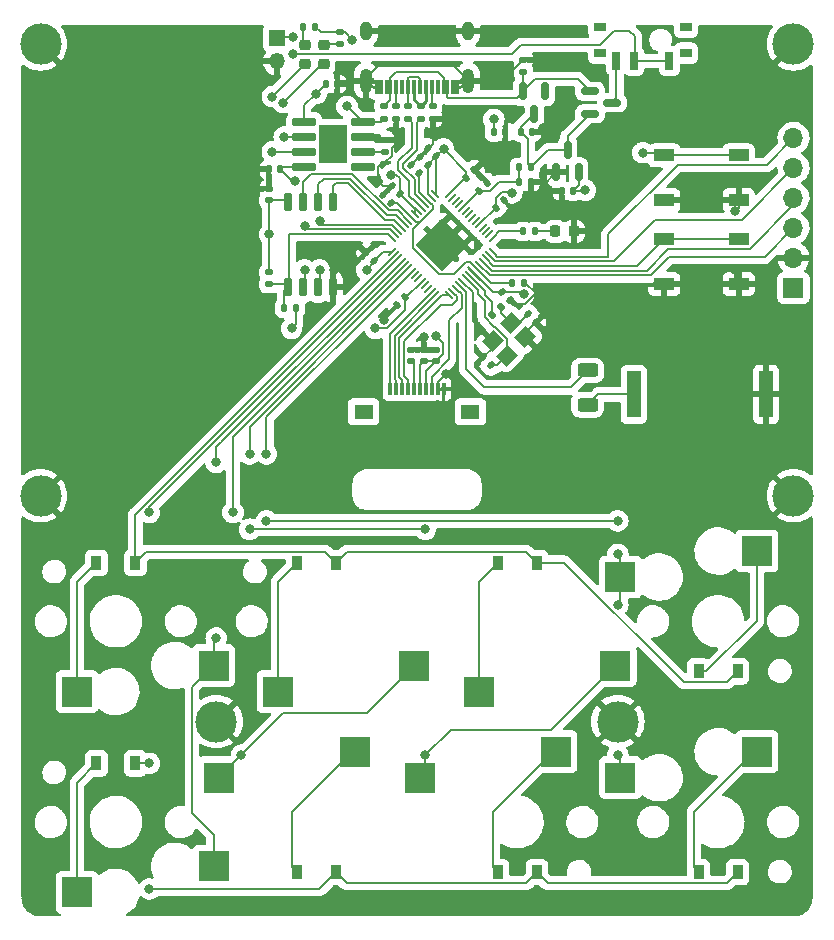
<source format=gbr>
%TF.GenerationSoftware,KiCad,Pcbnew,(6.0.4-0)*%
%TF.CreationDate,2023-04-02T18:55:50-05:00*%
%TF.ProjectId,noldaCoreRType,6e6f6c64-6143-46f7-9265-52547970652e,rev?*%
%TF.SameCoordinates,Original*%
%TF.FileFunction,Copper,L1,Top*%
%TF.FilePolarity,Positive*%
%FSLAX46Y46*%
G04 Gerber Fmt 4.6, Leading zero omitted, Abs format (unit mm)*
G04 Created by KiCad (PCBNEW (6.0.4-0)) date 2023-04-02 18:55:50*
%MOMM*%
%LPD*%
G01*
G04 APERTURE LIST*
G04 Aperture macros list*
%AMRoundRect*
0 Rectangle with rounded corners*
0 $1 Rounding radius*
0 $2 $3 $4 $5 $6 $7 $8 $9 X,Y pos of 4 corners*
0 Add a 4 corners polygon primitive as box body*
4,1,4,$2,$3,$4,$5,$6,$7,$8,$9,$2,$3,0*
0 Add four circle primitives for the rounded corners*
1,1,$1+$1,$2,$3*
1,1,$1+$1,$4,$5*
1,1,$1+$1,$6,$7*
1,1,$1+$1,$8,$9*
0 Add four rect primitives between the rounded corners*
20,1,$1+$1,$2,$3,$4,$5,0*
20,1,$1+$1,$4,$5,$6,$7,0*
20,1,$1+$1,$6,$7,$8,$9,0*
20,1,$1+$1,$8,$9,$2,$3,0*%
%AMRotRect*
0 Rectangle, with rotation*
0 The origin of the aperture is its center*
0 $1 length*
0 $2 width*
0 $3 Rotation angle, in degrees counterclockwise*
0 Add horizontal line*
21,1,$1,$2,0,0,$3*%
G04 Aperture macros list end*
%TA.AperFunction,SMDPad,CuDef*%
%ADD10RoundRect,0.135000X0.135000X0.185000X-0.135000X0.185000X-0.135000X-0.185000X0.135000X-0.185000X0*%
%TD*%
%TA.AperFunction,SMDPad,CuDef*%
%ADD11RoundRect,0.218750X0.218750X0.256250X-0.218750X0.256250X-0.218750X-0.256250X0.218750X-0.256250X0*%
%TD*%
%TA.AperFunction,SMDPad,CuDef*%
%ADD12R,0.900000X1.200000*%
%TD*%
%TA.AperFunction,SMDPad,CuDef*%
%ADD13RoundRect,0.150000X-0.150000X0.587500X-0.150000X-0.587500X0.150000X-0.587500X0.150000X0.587500X0*%
%TD*%
%TA.AperFunction,SMDPad,CuDef*%
%ADD14RoundRect,0.135000X-0.185000X0.135000X-0.185000X-0.135000X0.185000X-0.135000X0.185000X0.135000X0*%
%TD*%
%TA.AperFunction,SMDPad,CuDef*%
%ADD15RoundRect,0.140000X-0.219203X-0.021213X-0.021213X-0.219203X0.219203X0.021213X0.021213X0.219203X0*%
%TD*%
%TA.AperFunction,SMDPad,CuDef*%
%ADD16RoundRect,0.140000X-0.140000X-0.170000X0.140000X-0.170000X0.140000X0.170000X-0.140000X0.170000X0*%
%TD*%
%TA.AperFunction,SMDPad,CuDef*%
%ADD17R,1.700000X1.000000*%
%TD*%
%TA.AperFunction,SMDPad,CuDef*%
%ADD18RoundRect,0.140000X0.219203X0.021213X0.021213X0.219203X-0.219203X-0.021213X-0.021213X-0.219203X0*%
%TD*%
%TA.AperFunction,SMDPad,CuDef*%
%ADD19RoundRect,0.140000X-0.021213X0.219203X-0.219203X0.021213X0.021213X-0.219203X0.219203X-0.021213X0*%
%TD*%
%TA.AperFunction,ComponentPad*%
%ADD20C,3.500000*%
%TD*%
%TA.AperFunction,SMDPad,CuDef*%
%ADD21RoundRect,0.140000X0.140000X0.170000X-0.140000X0.170000X-0.140000X-0.170000X0.140000X-0.170000X0*%
%TD*%
%TA.AperFunction,SMDPad,CuDef*%
%ADD22O,1.350000X1.350000*%
%TD*%
%TA.AperFunction,SMDPad,CuDef*%
%ADD23R,1.350000X1.350000*%
%TD*%
%TA.AperFunction,SMDPad,CuDef*%
%ADD24RoundRect,0.135000X0.185000X-0.135000X0.185000X0.135000X-0.185000X0.135000X-0.185000X-0.135000X0*%
%TD*%
%TA.AperFunction,SMDPad,CuDef*%
%ADD25R,1.650000X1.300000*%
%TD*%
%TA.AperFunction,SMDPad,CuDef*%
%ADD26R,0.300000X1.000000*%
%TD*%
%TA.AperFunction,SMDPad,CuDef*%
%ADD27RoundRect,0.150000X0.150000X-0.587500X0.150000X0.587500X-0.150000X0.587500X-0.150000X-0.587500X0*%
%TD*%
%TA.AperFunction,SMDPad,CuDef*%
%ADD28RoundRect,0.135000X-0.035355X0.226274X-0.226274X0.035355X0.035355X-0.226274X0.226274X-0.035355X0*%
%TD*%
%TA.AperFunction,SMDPad,CuDef*%
%ADD29RoundRect,0.140000X0.170000X-0.140000X0.170000X0.140000X-0.170000X0.140000X-0.170000X-0.140000X0*%
%TD*%
%TA.AperFunction,SMDPad,CuDef*%
%ADD30RoundRect,0.140000X0.021213X-0.219203X0.219203X-0.021213X-0.021213X0.219203X-0.219203X0.021213X0*%
%TD*%
%TA.AperFunction,SMDPad,CuDef*%
%ADD31R,0.700000X1.500000*%
%TD*%
%TA.AperFunction,SMDPad,CuDef*%
%ADD32R,1.000000X0.800000*%
%TD*%
%TA.AperFunction,SMDPad,CuDef*%
%ADD33RoundRect,0.218750X0.256250X-0.218750X0.256250X0.218750X-0.256250X0.218750X-0.256250X-0.218750X0*%
%TD*%
%TA.AperFunction,SMDPad,CuDef*%
%ADD34RoundRect,0.250000X0.625000X-0.312500X0.625000X0.312500X-0.625000X0.312500X-0.625000X-0.312500X0*%
%TD*%
%TA.AperFunction,ComponentPad*%
%ADD35O,1.000000X2.100000*%
%TD*%
%TA.AperFunction,ComponentPad*%
%ADD36O,1.000000X1.600000*%
%TD*%
%TA.AperFunction,SMDPad,CuDef*%
%ADD37R,0.300000X1.150000*%
%TD*%
%TA.AperFunction,SMDPad,CuDef*%
%ADD38R,1.200000X4.000000*%
%TD*%
%TA.AperFunction,SMDPad,CuDef*%
%ADD39RoundRect,0.135000X-0.135000X-0.185000X0.135000X-0.185000X0.135000X0.185000X-0.135000X0.185000X0*%
%TD*%
%TA.AperFunction,SMDPad,CuDef*%
%ADD40RoundRect,0.150000X-0.587500X-0.150000X0.587500X-0.150000X0.587500X0.150000X-0.587500X0.150000X0*%
%TD*%
%TA.AperFunction,SMDPad,CuDef*%
%ADD41RoundRect,0.150000X0.150000X-0.650000X0.150000X0.650000X-0.150000X0.650000X-0.150000X-0.650000X0*%
%TD*%
%TA.AperFunction,SMDPad,CuDef*%
%ADD42RoundRect,0.144000X0.000000X-2.059095X2.059095X0.000000X0.000000X2.059095X-2.059095X0.000000X0*%
%TD*%
%TA.AperFunction,ComponentPad*%
%ADD43C,0.600000*%
%TD*%
%TA.AperFunction,SMDPad,CuDef*%
%ADD44RoundRect,0.050000X0.238649X-0.309359X0.309359X-0.238649X-0.238649X0.309359X-0.309359X0.238649X0*%
%TD*%
%TA.AperFunction,SMDPad,CuDef*%
%ADD45RoundRect,0.050000X-0.238649X-0.309359X0.309359X0.238649X0.238649X0.309359X-0.309359X-0.238649X0*%
%TD*%
%TA.AperFunction,SMDPad,CuDef*%
%ADD46R,2.413000X3.302000*%
%TD*%
%TA.AperFunction,SMDPad,CuDef*%
%ADD47RoundRect,0.042000X0.943000X0.258000X-0.943000X0.258000X-0.943000X-0.258000X0.943000X-0.258000X0*%
%TD*%
%TA.AperFunction,SMDPad,CuDef*%
%ADD48RotRect,1.400000X1.200000X45.000000*%
%TD*%
%TA.AperFunction,ComponentPad*%
%ADD49R,1.700000X1.700000*%
%TD*%
%TA.AperFunction,ComponentPad*%
%ADD50O,1.700000X1.700000*%
%TD*%
%TA.AperFunction,SMDPad,CuDef*%
%ADD51R,2.600000X2.600000*%
%TD*%
%TA.AperFunction,ViaPad*%
%ADD52C,0.800000*%
%TD*%
%TA.AperFunction,Conductor*%
%ADD53C,0.200000*%
%TD*%
%TA.AperFunction,Conductor*%
%ADD54C,0.250000*%
%TD*%
G04 APERTURE END LIST*
D10*
%TO.P,R16,1*%
%TO.N,Net-(D12-Pad2)*%
X56750000Y-30750000D03*
%TO.P,R16,2*%
%TO.N,LED*%
X55730000Y-30750000D03*
%TD*%
D11*
%TO.P,D12,1,K*%
%TO.N,GND*%
X60037500Y-30750000D03*
%TO.P,D12,2,A*%
%TO.N,Net-(D12-Pad2)*%
X58462500Y-30750000D03*
%TD*%
D12*
%TO.P,D3,1,K*%
%TO.N,ROW_0*%
X22899990Y-58791639D03*
%TO.P,D3,2,A*%
%TO.N,Net-(D3-Pad2)*%
X19599990Y-58791639D03*
%TD*%
D13*
%TO.P,D11,1*%
%TO.N,unconnected-(D11-Pad1)*%
X57616640Y-18895824D03*
%TO.P,D11,2*%
%TO.N,VBUS*%
X55716640Y-18895824D03*
%TO.P,D11,3*%
%TO.N,Net-(C21-Pad1)*%
X56666640Y-20770824D03*
%TD*%
D14*
%TO.P,R6,2*%
%TO.N,Net-(C18-Pad2)*%
X43975000Y-21185000D03*
%TO.P,R6,1*%
%TO.N,VBUS*%
X43975000Y-20165000D03*
%TD*%
%TO.P,R10,2*%
%TO.N,D-*%
X47050000Y-21185000D03*
%TO.P,R10,1*%
%TO.N,Net-(J2-PadA7)*%
X47050000Y-20165000D03*
%TD*%
D15*
%TO.P,C15,1*%
%TO.N,+3V3*%
X53985589Y-35860589D03*
%TO.P,C15,2*%
%TO.N,GND*%
X54664411Y-36539411D03*
%TD*%
D16*
%TO.P,C22,1*%
%TO.N,+3V3*%
X53270000Y-22325000D03*
%TO.P,C22,2*%
%TO.N,GND*%
X54230000Y-22325000D03*
%TD*%
D17*
%TO.P,SW1,1,1*%
%TO.N,GND*%
X67683300Y-28108321D03*
X73983300Y-28108321D03*
%TO.P,SW1,2,2*%
%TO.N,/~{USB_BOOT}*%
X73983300Y-24308321D03*
X67683300Y-24308321D03*
%TD*%
D15*
%TO.P,C3,1*%
%TO.N,Net-(C3-Pad1)*%
X56141683Y-37735607D03*
%TO.P,C3,2*%
%TO.N,GND*%
X56820505Y-38414429D03*
%TD*%
D18*
%TO.P,C14,2*%
%TO.N,GND*%
X46985589Y-24435589D03*
%TO.P,C14,1*%
%TO.N,+3V3*%
X47664411Y-25114411D03*
%TD*%
D19*
%TO.P,C13,1*%
%TO.N,+3V3*%
X45764411Y-36335589D03*
%TO.P,C13,2*%
%TO.N,GND*%
X45085589Y-37014411D03*
%TD*%
D20*
%TO.P,H3,1,1*%
%TO.N,GND*%
X14874993Y-53124975D03*
%TD*%
D21*
%TO.P,C19,1*%
%TO.N,GND*%
X39980000Y-18250000D03*
%TO.P,C19,2*%
%TO.N,+BATT*%
X39020000Y-18250000D03*
%TD*%
D22*
%TO.P,J3,2,Pin_2*%
%TO.N,GND*%
X34900000Y-16350000D03*
D23*
%TO.P,J3,1,Pin_1*%
%TO.N,+BATT*%
X34900000Y-14350000D03*
%TD*%
D24*
%TO.P,R7,2*%
%TO.N,Net-(C18-Pad2)*%
X40200000Y-13890000D03*
%TO.P,R7,1*%
%TO.N,Net-(D1-Pad2)*%
X40200000Y-14910000D03*
%TD*%
D25*
%TO.P,J1,MP*%
%TO.N,N/C*%
X42225000Y-46000000D03*
X51275000Y-46000000D03*
D26*
%TO.P,J1,10,Pin_10*%
%TO.N,GND*%
X49000000Y-44100000D03*
%TO.P,J1,9,Pin_9*%
X48500000Y-44100000D03*
%TO.P,J1,8,Pin_8*%
%TO.N,SHARP_EXTMODE*%
X48000000Y-44100000D03*
%TO.P,J1,7,Pin_7*%
%TO.N,+3V3*%
X47500000Y-44100000D03*
%TO.P,J1,6,Pin_6*%
X47000000Y-44100000D03*
%TO.P,J1,5,Pin_5*%
%TO.N,SHARP_DISP*%
X46500000Y-44100000D03*
%TO.P,J1,4,Pin_4*%
%TO.N,SHARP_VCOM*%
X46000000Y-44100000D03*
%TO.P,J1,3,Pin_3*%
%TO.N,SHARP_CS*%
X45500000Y-44100000D03*
%TO.P,J1,2,Pin_2*%
%TO.N,SPI1_TX{slash}SHARP_MOSI*%
X45000000Y-44100000D03*
%TO.P,J1,1,Pin_1*%
%TO.N,SPI1_SCK{slash}SHARP_SCK*%
X44500000Y-44100000D03*
%TD*%
D18*
%TO.P,C17,2*%
%TO.N,GND*%
X47710589Y-23710589D03*
%TO.P,C17,1*%
%TO.N,+3V3*%
X48389411Y-24389411D03*
%TD*%
D20*
%TO.P,H4,1,1*%
%TO.N,GND*%
X78624963Y-53124975D03*
%TD*%
D27*
%TO.P,U4,1,GND*%
%TO.N,GND*%
X58549972Y-25729155D03*
%TO.P,U4,2,VO*%
%TO.N,+3V3*%
X60449972Y-25729155D03*
%TO.P,U4,3,VI*%
%TO.N,Net-(C21-Pad1)*%
X59499972Y-23854155D03*
%TD*%
D14*
%TO.P,R1,1*%
%TO.N,Net-(J2-PadA5)*%
X48075000Y-20165000D03*
%TO.P,R1,2*%
%TO.N,GND*%
X48075000Y-21185000D03*
%TD*%
D12*
%TO.P,D9,2,A*%
%TO.N,Net-(D9-Pad2)*%
X53599974Y-84999960D03*
%TO.P,D9,1,K*%
%TO.N,ROW_1*%
X56899974Y-84999960D03*
%TD*%
%TO.P,D5,2,A*%
%TO.N,Net-(D5-Pad2)*%
X53599974Y-58791639D03*
%TO.P,D5,1,K*%
%TO.N,ROW_0*%
X56899974Y-58791639D03*
%TD*%
D28*
%TO.P,R2,1*%
%TO.N,Net-(C3-Pad1)*%
X53858358Y-37139376D03*
%TO.P,R2,2*%
%TO.N,XOUT*%
X53137110Y-37860624D03*
%TD*%
D12*
%TO.P,D7,2,A*%
%TO.N,Net-(D7-Pad2)*%
X19599990Y-75791631D03*
%TO.P,D7,1,K*%
%TO.N,ROW_1*%
X22899990Y-75791631D03*
%TD*%
D21*
%TO.P,C23,1*%
%TO.N,+3V3*%
X59980000Y-27325000D03*
%TO.P,C23,2*%
%TO.N,GND*%
X59020000Y-27325000D03*
%TD*%
D29*
%TO.P,C6,1*%
%TO.N,+3V3*%
X34225000Y-28104987D03*
%TO.P,C6,2*%
%TO.N,GND*%
X34225000Y-27144987D03*
%TD*%
D30*
%TO.P,C10,1*%
%TO.N,+3V3*%
X53435589Y-28739411D03*
%TO.P,C10,2*%
%TO.N,GND*%
X54114411Y-28060589D03*
%TD*%
D31*
%TO.P,SW6,3,C*%
%TO.N,Net-(Q1-Pad3)*%
X63624969Y-16304993D03*
%TO.P,SW6,2,B*%
%TO.N,+BATT*%
X65124969Y-16304993D03*
%TO.P,SW6,1,A*%
X68124969Y-16304993D03*
D32*
%TO.P,SW6,*%
%TO.N,*%
X62224969Y-15654993D03*
X62224969Y-13444993D03*
X69524969Y-15654993D03*
X69524969Y-13444993D03*
%TD*%
D16*
%TO.P,C18,1*%
%TO.N,GND*%
X34228317Y-25499988D03*
%TO.P,C18,2*%
%TO.N,Net-(C18-Pad2)*%
X35188317Y-25499988D03*
%TD*%
D21*
%TO.P,C7,1*%
%TO.N,GND*%
X55780000Y-35100000D03*
%TO.P,C7,2*%
%TO.N,+1V1*%
X54820000Y-35100000D03*
%TD*%
D30*
%TO.P,C12,1*%
%TO.N,+3V3*%
X50935589Y-26239411D03*
%TO.P,C12,2*%
%TO.N,GND*%
X51614411Y-25560589D03*
%TD*%
D20*
%TO.P,H2,1,1*%
%TO.N,GND*%
X63749970Y-72249966D03*
%TD*%
D10*
%TO.P,R14,2*%
%TO.N,ADC_BAT*%
X55365000Y-26550000D03*
%TO.P,R14,1*%
%TO.N,GND*%
X56385000Y-26550000D03*
%TD*%
D33*
%TO.P,D1,2,A*%
%TO.N,Net-(D1-Pad2)*%
X38850000Y-14962500D03*
%TO.P,D1,1,K*%
%TO.N,Net-(D1-Pad1)*%
X38850000Y-16537500D03*
%TD*%
D34*
%TO.P,R11,1*%
%TO.N,Net-(BZ1-Pad1)*%
X61200000Y-45437500D03*
%TO.P,R11,2*%
%TO.N,BUZZ*%
X61200000Y-42512500D03*
%TD*%
D29*
%TO.P,C5,1*%
%TO.N,+3V3*%
X47308311Y-41755000D03*
%TO.P,C5,2*%
%TO.N,GND*%
X47308311Y-40795000D03*
%TD*%
D12*
%TO.P,D4,2,A*%
%TO.N,Net-(D4-Pad2)*%
X36599982Y-58791639D03*
%TO.P,D4,1,K*%
%TO.N,ROW_0*%
X39899982Y-58791639D03*
%TD*%
D35*
%TO.P,J2,S1,SHIELD*%
%TO.N,GND*%
X51069978Y-17979993D03*
D36*
X51069978Y-13799993D03*
X42429978Y-13799993D03*
D35*
X42429978Y-17979993D03*
D37*
%TO.P,J2,B12,GND*%
X49799978Y-18544993D03*
%TO.P,J2,B9,VBUS*%
%TO.N,VBUS*%
X48999978Y-18544993D03*
%TO.P,J2,B8,SBU2*%
%TO.N,unconnected-(J2-PadB8)*%
X48499978Y-18544993D03*
%TO.P,J2,B7,D-*%
%TO.N,Net-(J2-PadA7)*%
X47499978Y-18544993D03*
%TO.P,J2,B6,D+*%
%TO.N,Net-(J2-PadA6)*%
X45999978Y-18544993D03*
%TO.P,J2,B5,CC2*%
%TO.N,Net-(J2-PadB5)*%
X44999978Y-18544993D03*
%TO.P,J2,B4,VBUS*%
%TO.N,VBUS*%
X44499978Y-18544993D03*
%TO.P,J2,B1,GND*%
%TO.N,GND*%
X43699978Y-18544993D03*
%TO.P,J2,A12,GND*%
X43399978Y-18544993D03*
%TO.P,J2,A9,VBUS*%
%TO.N,VBUS*%
X44199978Y-18544993D03*
%TO.P,J2,A8,SBU1*%
%TO.N,unconnected-(J2-PadA8)*%
X45499978Y-18544993D03*
%TO.P,J2,A7,D-*%
%TO.N,Net-(J2-PadA7)*%
X46499978Y-18544993D03*
%TO.P,J2,A6,D+*%
%TO.N,Net-(J2-PadA6)*%
X46999978Y-18544993D03*
%TO.P,J2,A5,CC1*%
%TO.N,Net-(J2-PadA5)*%
X47999978Y-18544993D03*
%TO.P,J2,A4,VBUS*%
%TO.N,VBUS*%
X49299978Y-18544993D03*
%TO.P,J2,A1,GND*%
%TO.N,GND*%
X50099978Y-18544993D03*
%TD*%
D18*
%TO.P,C8,1*%
%TO.N,+1V1*%
X44579411Y-28309411D03*
%TO.P,C8,2*%
%TO.N,GND*%
X43900589Y-27630589D03*
%TD*%
D14*
%TO.P,R12,2*%
%TO.N,D+*%
X46025000Y-21185000D03*
%TO.P,R12,1*%
%TO.N,Net-(J2-PadA6)*%
X46025000Y-20165000D03*
%TD*%
D38*
%TO.P,BZ1,1,-*%
%TO.N,Net-(BZ1-Pad1)*%
X65100000Y-44550000D03*
%TO.P,BZ1,2,+*%
%TO.N,GND*%
X76300000Y-44550000D03*
%TD*%
D20*
%TO.P,H1,1,1*%
%TO.N,GND*%
X29749986Y-72249966D03*
%TD*%
D14*
%TO.P,R15,2*%
%TO.N,VBUS*%
X55750000Y-17210000D03*
%TO.P,R15,1*%
%TO.N,GND*%
X55750000Y-16190000D03*
%TD*%
D39*
%TO.P,R5,2*%
%TO.N,/~{USB_BOOT}*%
X36510000Y-37250000D03*
%TO.P,R5,1*%
%TO.N,QSPI_SS*%
X35490000Y-37250000D03*
%TD*%
D16*
%TO.P,C21,1*%
%TO.N,Net-(C21-Pad1)*%
X55520000Y-22325000D03*
%TO.P,C21,2*%
%TO.N,GND*%
X56480000Y-22325000D03*
%TD*%
D14*
%TO.P,R9,2*%
%TO.N,Net-(R9-Pad2)*%
X44000000Y-24010000D03*
%TO.P,R9,1*%
%TO.N,GND*%
X44000000Y-22990000D03*
%TD*%
D17*
%TO.P,SW11,1,1*%
%TO.N,GND*%
X67683300Y-35191651D03*
X73983300Y-35191651D03*
%TO.P,SW11,2,2*%
%TO.N,/~{RESET}*%
X67683300Y-31391651D03*
X73983300Y-31391651D03*
%TD*%
D40*
%TO.P,Q1,1,G*%
%TO.N,VBUS*%
X61395804Y-18883324D03*
%TO.P,Q1,2,S*%
%TO.N,Net-(C21-Pad1)*%
X61395804Y-20783324D03*
%TO.P,Q1,3,D*%
%TO.N,Net-(Q1-Pad3)*%
X63270804Y-19833324D03*
%TD*%
D39*
%TO.P,R8,1*%
%TO.N,Net-(D2-Pad2)*%
X37090000Y-13400000D03*
%TO.P,R8,2*%
%TO.N,Net-(C18-Pad2)*%
X38110000Y-13400000D03*
%TD*%
D14*
%TO.P,R3,1*%
%TO.N,Net-(J2-PadB5)*%
X45000000Y-20165000D03*
%TO.P,R3,2*%
%TO.N,GND*%
X45000000Y-21185000D03*
%TD*%
D41*
%TO.P,U1,1,~{CS}*%
%TO.N,QSPI_SS*%
X35845000Y-35474985D03*
%TO.P,U1,2,DO(IO1)*%
%TO.N,QSPI_SD1*%
X37115000Y-35474985D03*
%TO.P,U1,3,IO2*%
%TO.N,QSPI_SD2*%
X38385000Y-35474985D03*
%TO.P,U1,4,GND*%
%TO.N,GND*%
X39655000Y-35474985D03*
%TO.P,U1,5,DI(IO0)*%
%TO.N,QSPI_SD0*%
X39655000Y-28274985D03*
%TO.P,U1,6,CLK*%
%TO.N,QSPI_SCLK*%
X38385000Y-28274985D03*
%TO.P,U1,7,IO3*%
%TO.N,QSPI_SD3*%
X37115000Y-28274985D03*
%TO.P,U1,8,VCC*%
%TO.N,+3V3*%
X35845000Y-28274985D03*
%TD*%
D18*
%TO.P,C9,1*%
%TO.N,+3V3*%
X45304411Y-27584411D03*
%TO.P,C9,2*%
%TO.N,GND*%
X44625589Y-26905589D03*
%TD*%
D42*
%TO.P,U3,57,GND*%
%TO.N,GND*%
X48874977Y-31874985D03*
D43*
X49776538Y-32776546D03*
X48874977Y-33678107D03*
X47973416Y-32776546D03*
X47071855Y-31874985D03*
X48874977Y-30071863D03*
X50678099Y-31874985D03*
X48874977Y-31874985D03*
X49776538Y-30973424D03*
X47973416Y-30973424D03*
D44*
%TO.P,U3,56,QSPI_SS*%
%TO.N,QSPI_SS*%
X44605820Y-31282783D03*
%TO.P,U3,55,QSPI_SD1*%
%TO.N,QSPI_SD1*%
X44888663Y-30999940D03*
%TO.P,U3,54,QSPI_SD2*%
%TO.N,QSPI_SD2*%
X45171505Y-30717098D03*
%TO.P,U3,53,QSPI_SD0*%
%TO.N,QSPI_SD0*%
X45454348Y-30434255D03*
%TO.P,U3,52,QSPI_SCLK*%
%TO.N,QSPI_SCLK*%
X45737191Y-30151412D03*
%TO.P,U3,51,QSPI_SD3*%
%TO.N,QSPI_SD3*%
X46020033Y-29868570D03*
%TO.P,U3,50,DVDD*%
%TO.N,+1V1*%
X46302876Y-29585727D03*
%TO.P,U3,49,IOVDD*%
%TO.N,+3V3*%
X46585719Y-29302884D03*
%TO.P,U3,48,USB_VDD*%
X46868562Y-29020041D03*
%TO.P,U3,47,USB_DP*%
%TO.N,D+*%
X47151404Y-28737199D03*
%TO.P,U3,46,USB_DM*%
%TO.N,D-*%
X47434247Y-28454356D03*
%TO.P,U3,45,VREG_VOUT*%
%TO.N,+1V1*%
X47717090Y-28171513D03*
%TO.P,U3,44,VREG_IN*%
%TO.N,+3V3*%
X47999932Y-27888671D03*
%TO.P,U3,43,ADC_AVDD*%
X48282775Y-27605828D03*
D45*
%TO.P,U3,42,IOVDD*%
X49467179Y-27605828D03*
%TO.P,U3,41,GPIO29_ADC3*%
%TO.N,unconnected-(U3-Pad41)*%
X49750022Y-27888671D03*
%TO.P,U3,40,GPIO28_ADC2*%
%TO.N,unconnected-(U3-Pad40)*%
X50032864Y-28171513D03*
%TO.P,U3,39,GPIO27_ADC1*%
%TO.N,unconnected-(U3-Pad39)*%
X50315707Y-28454356D03*
%TO.P,U3,38,GPIO26_ADC0*%
%TO.N,ADC_BAT*%
X50598550Y-28737199D03*
%TO.P,U3,37,GPIO25*%
%TO.N,unconnected-(U3-Pad37)*%
X50881392Y-29020041D03*
%TO.P,U3,36,GPIO24*%
%TO.N,unconnected-(U3-Pad36)*%
X51164235Y-29302884D03*
%TO.P,U3,35,GPIO23*%
%TO.N,unconnected-(U3-Pad35)*%
X51447078Y-29585727D03*
%TO.P,U3,34,GPIO22*%
%TO.N,unconnected-(U3-Pad34)*%
X51729921Y-29868570D03*
%TO.P,U3,33,IOVDD*%
%TO.N,+3V3*%
X52012763Y-30151412D03*
%TO.P,U3,32,GPIO21*%
%TO.N,unconnected-(U3-Pad32)*%
X52295606Y-30434255D03*
%TO.P,U3,31,GPIO20*%
%TO.N,unconnected-(U3-Pad31)*%
X52578449Y-30717098D03*
%TO.P,U3,30,GPIO19*%
%TO.N,unconnected-(U3-Pad30)*%
X52861291Y-30999940D03*
%TO.P,U3,29,GPIO18*%
%TO.N,LED*%
X53144134Y-31282783D03*
D44*
%TO.P,U3,28,GPIO17*%
%TO.N,UART0_RX*%
X53144134Y-32467187D03*
%TO.P,U3,27,GPIO16*%
%TO.N,UART0_TX*%
X52861291Y-32750030D03*
%TO.P,U3,26,RUN*%
%TO.N,/~{RESET}*%
X52578449Y-33032872D03*
%TO.P,U3,25,SWD*%
%TO.N,SWD*%
X52295606Y-33315715D03*
%TO.P,U3,24,SWCLK*%
%TO.N,SWCLK*%
X52012763Y-33598558D03*
%TO.P,U3,23,DVDD*%
%TO.N,+1V1*%
X51729921Y-33881400D03*
%TO.P,U3,22,IOVDD*%
%TO.N,+3V3*%
X51447078Y-34164243D03*
%TO.P,U3,21,XOUT*%
%TO.N,XOUT*%
X51164235Y-34447086D03*
%TO.P,U3,20,XIN*%
%TO.N,XIN*%
X50881392Y-34729929D03*
%TO.P,U3,19,TESTEN*%
%TO.N,GND*%
X50598550Y-35012771D03*
%TO.P,U3,18,GPIO15*%
%TO.N,BUZZ*%
X50315707Y-35295614D03*
%TO.P,U3,17,GPIO14*%
%TO.N,SHARP_EXTMODE*%
X50032864Y-35578457D03*
%TO.P,U3,16,GPIO13*%
%TO.N,SHARP_VCOM*%
X49750022Y-35861299D03*
%TO.P,U3,15,GPIO12*%
%TO.N,SHARP_CS*%
X49467179Y-36144142D03*
D45*
%TO.P,U3,14,GPIO11*%
%TO.N,SPI1_TX{slash}SHARP_MOSI*%
X48282775Y-36144142D03*
%TO.P,U3,13,GPIO10*%
%TO.N,SPI1_SCK{slash}SHARP_SCK*%
X47999932Y-35861299D03*
%TO.P,U3,12,GPIO9*%
%TO.N,unconnected-(U3-Pad12)*%
X47717090Y-35578457D03*
%TO.P,U3,11,GPIO8*%
%TO.N,unconnected-(U3-Pad11)*%
X47434247Y-35295614D03*
%TO.P,U3,10,IOVDD*%
%TO.N,+3V3*%
X47151404Y-35012771D03*
%TO.P,U3,9,GPIO7*%
%TO.N,unconnected-(U3-Pad9)*%
X46868562Y-34729929D03*
%TO.P,U3,8,GPIO6*%
%TO.N,unconnected-(U3-Pad8)*%
X46585719Y-34447086D03*
%TO.P,U3,7,GPIO5*%
%TO.N,COL_3*%
X46302876Y-34164243D03*
%TO.P,U3,6,GPIO4*%
%TO.N,COL_2*%
X46020033Y-33881400D03*
%TO.P,U3,5,GPIO3*%
%TO.N,COL_1*%
X45737191Y-33598558D03*
%TO.P,U3,4,GPIO2*%
%TO.N,COL_0*%
X45454348Y-33315715D03*
%TO.P,U3,3,GPIO1*%
%TO.N,ROW_1*%
X45171505Y-33032872D03*
%TO.P,U3,2,GPIO0*%
%TO.N,ROW_0*%
X44888663Y-32750030D03*
%TO.P,U3,1,IOVDD*%
%TO.N,+3V3*%
X44605820Y-32467187D03*
%TD*%
D39*
%TO.P,R13,2*%
%TO.N,Net-(C21-Pad1)*%
X56385000Y-25325000D03*
%TO.P,R13,1*%
%TO.N,ADC_BAT*%
X55365000Y-25325000D03*
%TD*%
D18*
%TO.P,C1,1*%
%TO.N,XIN*%
X53020505Y-42089429D03*
%TO.P,C1,2*%
%TO.N,GND*%
X52341683Y-41410607D03*
%TD*%
%TO.P,C11,1*%
%TO.N,+3V3*%
X43139411Y-33239411D03*
%TO.P,C11,2*%
%TO.N,GND*%
X42460589Y-32560589D03*
%TD*%
D19*
%TO.P,C20,1*%
%TO.N,GND*%
X52714411Y-26660589D03*
%TO.P,C20,2*%
%TO.N,ADC_BAT*%
X52035589Y-27339411D03*
%TD*%
D46*
%TO.P,U2,9,EP*%
%TO.N,unconnected-(U2-Pad9)*%
X39666648Y-23374989D03*
D47*
%TO.P,U2,8,CE*%
%TO.N,Net-(C18-Pad2)*%
X37191648Y-25279989D03*
%TO.P,U2,7,~{CHRG}*%
%TO.N,Net-(D2-Pad1)*%
X37191648Y-24009989D03*
%TO.P,U2,6,~{STDBY}*%
%TO.N,Net-(D1-Pad1)*%
X37191648Y-22739989D03*
%TO.P,U2,5,BAT*%
%TO.N,+BATT*%
X37191648Y-21469989D03*
%TO.P,U2,4,VCC*%
%TO.N,Net-(C18-Pad2)*%
X42141648Y-21469989D03*
%TO.P,U2,3,GND*%
%TO.N,GND*%
X42141648Y-22739989D03*
%TO.P,U2,2,PROG*%
%TO.N,Net-(R9-Pad2)*%
X42141648Y-24009989D03*
%TO.P,U2,1,TEMP*%
%TO.N,unconnected-(U2-Pad1)*%
X42141648Y-25279989D03*
%TD*%
D48*
%TO.P,Y1,1,1*%
%TO.N,XIN*%
X54367099Y-41255635D03*
%TO.P,Y1,2,2*%
%TO.N,GND*%
X55922734Y-39700000D03*
%TO.P,Y1,3,3*%
%TO.N,Net-(C3-Pad1)*%
X54720653Y-38497919D03*
%TO.P,Y1,4,4*%
%TO.N,GND*%
X53165018Y-40053554D03*
%TD*%
D33*
%TO.P,D2,2,A*%
%TO.N,Net-(D2-Pad2)*%
X37250000Y-14962500D03*
%TO.P,D2,1,K*%
%TO.N,Net-(D2-Pad1)*%
X37250000Y-16537500D03*
%TD*%
D14*
%TO.P,R4,2*%
%TO.N,QSPI_SS*%
X34225000Y-35218317D03*
%TO.P,R4,1*%
%TO.N,+3V3*%
X34225000Y-34198317D03*
%TD*%
D12*
%TO.P,D6,2,A*%
%TO.N,Net-(D6-Pad2)*%
X70599966Y-67999968D03*
%TO.P,D6,1,K*%
%TO.N,ROW_0*%
X73899966Y-67999968D03*
%TD*%
%TO.P,D8,2,A*%
%TO.N,Net-(D8-Pad2)*%
X36599982Y-84999960D03*
%TO.P,D8,1,K*%
%TO.N,ROW_1*%
X39899982Y-84999960D03*
%TD*%
D49*
%TO.P,J4,1,Pin_1*%
%TO.N,+3V3*%
X78624963Y-35538319D03*
D50*
%TO.P,J4,2,Pin_2*%
%TO.N,GND*%
X78624963Y-32998319D03*
%TO.P,J4,3,Pin_3*%
%TO.N,SWCLK*%
X78624963Y-30458319D03*
%TO.P,J4,4,Pin_4*%
%TO.N,SWD*%
X78624963Y-27918319D03*
%TO.P,J4,5,Pin_5*%
%TO.N,UART0_TX*%
X78624963Y-25378319D03*
%TO.P,J4,6,Pin_6*%
%TO.N,UART0_RX*%
X78624963Y-22838319D03*
%TD*%
D29*
%TO.P,C4,2*%
%TO.N,GND*%
X48350000Y-40795000D03*
%TO.P,C4,1*%
%TO.N,+3V3*%
X48350000Y-41755000D03*
%TD*%
D20*
%TO.P,H5,1,1*%
%TO.N,GND*%
X78624963Y-14874993D03*
%TD*%
D29*
%TO.P,C2,2*%
%TO.N,GND*%
X46275000Y-40795000D03*
%TO.P,C2,1*%
%TO.N,SHARP_DISP*%
X46275000Y-41755000D03*
%TD*%
D20*
%TO.P,H6,1,1*%
%TO.N,GND*%
X14874993Y-14874993D03*
%TD*%
D12*
%TO.P,D10,2,A*%
%TO.N,Net-(D10-Pad2)*%
X70599966Y-84999960D03*
%TO.P,D10,1,K*%
%TO.N,ROW_1*%
X73899966Y-84999960D03*
%TD*%
D18*
%TO.P,C16,2*%
%TO.N,GND*%
X46260589Y-25160589D03*
%TO.P,C16,1*%
%TO.N,+1V1*%
X46939411Y-25839411D03*
%TD*%
D51*
%TO.P,SW10,2,2*%
%TO.N,COL_3*%
X63974966Y-76999962D03*
%TO.P,SW10,1,1*%
%TO.N,Net-(D10-Pad2)*%
X75524966Y-74799962D03*
%TD*%
%TO.P,SW7,2,2*%
%TO.N,COL_0*%
X29524990Y-84499962D03*
%TO.P,SW7,1,1*%
%TO.N,Net-(D7-Pad2)*%
X17974990Y-86699962D03*
%TD*%
%TO.P,SW5,2,2*%
%TO.N,COL_3*%
X63974966Y-59999970D03*
%TO.P,SW5,1,1*%
%TO.N,Net-(D6-Pad2)*%
X75524966Y-57799970D03*
%TD*%
%TO.P,SW3,2,2*%
%TO.N,COL_1*%
X46524982Y-67499970D03*
%TO.P,SW3,1,1*%
%TO.N,Net-(D4-Pad2)*%
X34974982Y-69699970D03*
%TD*%
%TO.P,SW9,2,2*%
%TO.N,COL_2*%
X46974974Y-76999962D03*
%TO.P,SW9,1,1*%
%TO.N,Net-(D9-Pad2)*%
X58524974Y-74799962D03*
%TD*%
%TO.P,SW8,2,2*%
%TO.N,COL_1*%
X29974982Y-76999962D03*
%TO.P,SW8,1,1*%
%TO.N,Net-(D8-Pad2)*%
X41524982Y-74799962D03*
%TD*%
%TO.P,SW2,2,2*%
%TO.N,COL_0*%
X29524990Y-67499970D03*
%TO.P,SW2,1,1*%
%TO.N,Net-(D3-Pad2)*%
X17974990Y-69699970D03*
%TD*%
%TO.P,SW4,2,2*%
%TO.N,COL_2*%
X63524974Y-67499970D03*
%TO.P,SW4,1,1*%
%TO.N,Net-(D5-Pad2)*%
X51974974Y-69699970D03*
%TD*%
D52*
%TO.N,GND*%
X39750000Y-34000000D03*
%TO.N,+BATT*%
X36275000Y-15725000D03*
X36250000Y-14250000D03*
%TO.N,+3V3*%
X55800000Y-36009500D03*
X44577922Y-25950100D03*
%TO.N,GND*%
X49200408Y-42825411D03*
X57374973Y-21958323D03*
%TO.N,+BATT*%
X38197495Y-19072504D03*
%TO.N,Net-(D2-Pad1)*%
X34500000Y-24000000D03*
X34500000Y-19333308D03*
%TO.N,Net-(D1-Pad1)*%
X35416650Y-19833324D03*
X35499994Y-22750000D03*
%TO.N,+3V3*%
X43208313Y-38958315D03*
%TO.N,GND*%
X57374973Y-27624987D03*
X52416642Y-24791655D03*
%TO.N,+3V3*%
X42499980Y-33999984D03*
%TO.N,/~{USB_BOOT}*%
X65874969Y-24083322D03*
X36124983Y-38958315D03*
%TO.N,GND*%
X43916646Y-38249982D03*
X47353278Y-39674499D03*
%TO.N,ROW_1*%
X24083322Y-86416626D03*
%TO.N,COL_3*%
X63749970Y-75083298D03*
X63749970Y-62333304D03*
X33999984Y-55249974D03*
X33999984Y-49583310D03*
X63749970Y-58083306D03*
X63749970Y-55249974D03*
%TO.N,COL_2*%
X47458311Y-75083298D03*
X32583318Y-55958307D03*
X47458311Y-55958307D03*
X32583318Y-49583310D03*
%TO.N,COL_0*%
X29749986Y-50291643D03*
X29749986Y-65166636D03*
%TO.N,COL_1*%
X31874985Y-75083298D03*
X31166652Y-54541641D03*
%TO.N,ROW_1*%
X24084809Y-54543128D03*
X24083322Y-75791631D03*
%TO.N,GND*%
X73666632Y-33999984D03*
X73666632Y-29041653D03*
%TO.N,Net-(C18-Pad2)*%
X36417365Y-26493954D03*
%TO.N,GND*%
X51000000Y-21000000D03*
X45000000Y-22250000D03*
X44950007Y-13799993D03*
%TO.N,Net-(C18-Pad2)*%
X40819520Y-20147861D03*
X41250000Y-14500000D03*
%TO.N,+3V3*%
X54773812Y-27476188D03*
X61000000Y-27250000D03*
X53250000Y-21250000D03*
X49000000Y-23750000D03*
%TO.N,QSPI_SD2*%
X38500000Y-34000000D03*
X38500000Y-29866714D03*
%TO.N,QSPI_SD1*%
X37250000Y-34000000D03*
X37250000Y-30250000D03*
%TO.N,+3V3*%
X34250000Y-31000000D03*
X48350000Y-39600000D03*
%TD*%
D53*
%TO.N,GND*%
X39655000Y-34095000D02*
X39750000Y-34000000D01*
X39655000Y-35474985D02*
X39655000Y-34095000D01*
%TO.N,+BATT*%
X36250000Y-14250000D02*
X35000000Y-14250000D01*
%TO.N,Net-(D12-Pad2)*%
X56750000Y-30750000D02*
X58462500Y-30750000D01*
%TO.N,LED*%
X53144134Y-31282783D02*
X53676917Y-30750000D01*
X53676917Y-30750000D02*
X55730000Y-30750000D01*
%TO.N,Net-(J2-PadA6)*%
X46025000Y-20165000D02*
X46025000Y-17745993D01*
X46025000Y-17745993D02*
X45999978Y-17720971D01*
%TO.N,Net-(C18-Pad2)*%
X40200000Y-13890000D02*
X40640000Y-13890000D01*
%TO.N,Net-(D1-Pad1)*%
X38850000Y-16537500D02*
X38712474Y-16537500D01*
X38712474Y-16537500D02*
X35416650Y-19833324D01*
%TO.N,GND*%
X56800000Y-36000000D02*
X55900000Y-35100000D01*
X55025000Y-36900000D02*
X55900000Y-36900000D01*
X55900000Y-36900000D02*
X56800000Y-36000000D01*
X54664411Y-36539411D02*
X55025000Y-36900000D01*
X55900000Y-35100000D02*
X55780000Y-35100000D01*
%TO.N,+1V1*%
X46969145Y-29961762D02*
X46372363Y-30558544D01*
X46372363Y-30558544D02*
X46372363Y-32172363D01*
X46372363Y-32172363D02*
X48577599Y-34377599D01*
X50939680Y-33353885D02*
X51202406Y-33353885D01*
X48577599Y-34377599D02*
X49915966Y-34377599D01*
X49915966Y-34377599D02*
X50939680Y-33353885D01*
X51202406Y-33353885D02*
X51729921Y-33881400D01*
%TO.N,+3V3*%
X55651089Y-35860589D02*
X55800000Y-36009500D01*
X53985589Y-35860589D02*
X55651089Y-35860589D01*
%TO.N,+1V1*%
X47717090Y-28171513D02*
X48093125Y-28547548D01*
X48093125Y-28547548D02*
X48093125Y-28837782D01*
X46678911Y-29961762D02*
X46302876Y-29585727D01*
X48093125Y-28837782D02*
X46969145Y-29961762D01*
X46969145Y-29961762D02*
X46678911Y-29961762D01*
%TO.N,+BATT*%
X65174490Y-14213819D02*
X65174490Y-16255472D01*
X65174490Y-16255472D02*
X65124969Y-16304993D01*
%TO.N,+3V3*%
X44986718Y-25950100D02*
X44577922Y-25950100D01*
X45289125Y-26252507D02*
X44986718Y-25950100D01*
X45304411Y-27584411D02*
X45289125Y-27569125D01*
X45289125Y-27569125D02*
X45289125Y-26252507D01*
%TO.N,GND*%
X43905581Y-26905589D02*
X43426168Y-26426176D01*
X44625589Y-26905589D02*
X43905581Y-26905589D01*
X43426168Y-26426176D02*
X43426168Y-25282133D01*
X44625589Y-24318915D02*
X44034748Y-24909757D01*
X43426168Y-25282133D02*
X43798544Y-24909757D01*
X43798544Y-24909757D02*
X44034748Y-24909757D01*
X45000000Y-22250000D02*
X45000000Y-23326674D01*
X45000000Y-23326674D02*
X44625589Y-23701085D01*
X44625589Y-23701085D02*
X44625589Y-24318915D01*
X48500000Y-43525819D02*
X49200408Y-42825411D01*
X48500000Y-44100000D02*
X48500000Y-43525819D01*
X47308311Y-40795000D02*
X46275000Y-40795000D01*
X48350000Y-40795000D02*
X47308311Y-40795000D01*
X57008296Y-22325000D02*
X57374973Y-21958323D01*
X56480000Y-22325000D02*
X57008296Y-22325000D01*
%TO.N,+BATT*%
X36249520Y-15699520D02*
X54800480Y-15699520D01*
X54800480Y-15699520D02*
X55544518Y-14955482D01*
X55544518Y-14955482D02*
X62250000Y-14955482D01*
X62250000Y-14955482D02*
X63460010Y-13745472D01*
X63460010Y-13745472D02*
X64706143Y-13745472D01*
X64706143Y-13745472D02*
X65174490Y-14213819D01*
%TO.N,GND*%
X39980000Y-18250000D02*
X40250007Y-17979993D01*
X40250007Y-17979993D02*
X42429978Y-17979993D01*
%TO.N,+BATT*%
X39020000Y-18250000D02*
X38197495Y-19072504D01*
X38197495Y-19072504D02*
X37191648Y-20078352D01*
X37191648Y-20078352D02*
X37191648Y-21469989D01*
%TO.N,Net-(D2-Pad1)*%
X34633089Y-19154411D02*
X34633089Y-19200219D01*
X34633089Y-19200219D02*
X34500000Y-19333308D01*
%TO.N,Net-(D1-Pad1)*%
X35499994Y-22750000D02*
X37181637Y-22750000D01*
%TO.N,Net-(D1-Pad2)*%
X40200000Y-14910000D02*
X38902500Y-14910000D01*
X38902500Y-14910000D02*
X38850000Y-14962500D01*
%TO.N,Net-(C18-Pad2)*%
X40200000Y-13890000D02*
X38600000Y-13890000D01*
X38600000Y-13890000D02*
X38110000Y-13400000D01*
%TO.N,Net-(D2-Pad2)*%
X37090000Y-13400000D02*
X37090000Y-14802500D01*
X37090000Y-14802500D02*
X37250000Y-14962500D01*
%TO.N,+3V3*%
X44197572Y-38958315D02*
X43208313Y-38958315D01*
X45764411Y-37391476D02*
X44197572Y-38958315D01*
X45764411Y-36335589D02*
X45764411Y-37391476D01*
%TO.N,GND*%
X51614411Y-25560589D02*
X51647708Y-25560589D01*
X51647708Y-25560589D02*
X52416642Y-24791655D01*
X57374973Y-27624987D02*
X57374973Y-26904154D01*
X57374973Y-26904154D02*
X58549972Y-25729155D01*
%TO.N,+3V3*%
X43139411Y-33360553D02*
X42499980Y-33999984D01*
X43139411Y-33239411D02*
X43139411Y-33360553D01*
X53985589Y-35860589D02*
X53144104Y-35860589D01*
X53144104Y-35860589D02*
X51071043Y-33787528D01*
%TO.N,GND*%
X55172724Y-28964403D02*
X56385000Y-27752128D01*
X54114411Y-28060589D02*
X55018225Y-28964403D01*
X55018225Y-28964403D02*
X55172724Y-28964403D01*
X56385000Y-27752128D02*
X56385000Y-26550000D01*
%TO.N,+3V3*%
X53435589Y-28739411D02*
X53435589Y-27877419D01*
X53435589Y-27877419D02*
X53911142Y-27401866D01*
X53911142Y-27401866D02*
X54699490Y-27401866D01*
X54699490Y-27401866D02*
X54773812Y-27476188D01*
%TO.N,/~{USB_BOOT}*%
X36510000Y-38573298D02*
X36124983Y-38958315D01*
X65874969Y-24083322D02*
X67458301Y-24083322D01*
X67458301Y-24083322D02*
X67683300Y-24308321D01*
X36510000Y-37250000D02*
X36510000Y-38573298D01*
%TO.N,GND*%
X43916646Y-38249982D02*
X43916646Y-38183354D01*
X47308311Y-40795000D02*
X47308311Y-39719466D01*
X47308311Y-39719466D02*
X47353278Y-39674499D01*
X43916646Y-38183354D02*
X45085589Y-37014411D01*
%TO.N,ROW_0*%
X39899982Y-58791639D02*
X39000471Y-57892128D01*
X39000471Y-57892128D02*
X23799501Y-57892128D01*
X23799501Y-57892128D02*
X22899990Y-58791639D01*
X56899974Y-58791639D02*
X56000463Y-57892128D01*
X40799493Y-57892128D02*
X39899982Y-58791639D01*
X56000463Y-57892128D02*
X40799493Y-57892128D01*
%TO.N,Net-(D6-Pad2)*%
X75524966Y-57799970D02*
X75524966Y-63724968D01*
X75524966Y-63724968D02*
X71249966Y-67999968D01*
X71249966Y-67999968D02*
X70599966Y-67999968D01*
%TO.N,ROW_0*%
X56899974Y-58791639D02*
X59219046Y-58791639D01*
X69326886Y-68899479D02*
X73000455Y-68899479D01*
X59219046Y-58791639D02*
X69326886Y-68899479D01*
X73000455Y-68899479D02*
X73899966Y-67999968D01*
%TO.N,Net-(D5-Pad2)*%
X51974974Y-69699970D02*
X51974974Y-60416639D01*
X51974974Y-60416639D02*
X53599974Y-58791639D01*
%TO.N,COL_2*%
X47458311Y-75083298D02*
X49591168Y-72950441D01*
X58074503Y-72950441D02*
X63524974Y-67499970D01*
X49591168Y-72950441D02*
X58074503Y-72950441D01*
%TO.N,COL_1*%
X46524982Y-67499970D02*
X42475461Y-71549491D01*
X42475461Y-71549491D02*
X35408792Y-71549491D01*
X35408792Y-71549491D02*
X31874985Y-75083298D01*
%TO.N,Net-(D4-Pad2)*%
X34974982Y-69699970D02*
X34974982Y-60416639D01*
X34974982Y-60416639D02*
X36599982Y-58791639D01*
%TO.N,Net-(D3-Pad2)*%
X17974990Y-69699970D02*
X17974990Y-60416639D01*
X17974990Y-60416639D02*
X19599990Y-58791639D01*
%TO.N,COL_0*%
X29524990Y-67499970D02*
X27700475Y-69324485D01*
X27700475Y-69324485D02*
X27700475Y-80002794D01*
X27700475Y-80002794D02*
X29524990Y-81827309D01*
X29524990Y-81827309D02*
X29524990Y-84499962D01*
%TO.N,Net-(D10-Pad2)*%
X70599966Y-84999960D02*
X70185945Y-84585939D01*
X70185945Y-84585939D02*
X70185945Y-79895015D01*
X75280998Y-74799962D02*
X75524966Y-74799962D01*
X70185945Y-79895015D02*
X75280998Y-74799962D01*
%TO.N,Net-(D9-Pad2)*%
X53599974Y-84999960D02*
X53185953Y-84585939D01*
X53185953Y-79895015D02*
X58281006Y-74799962D01*
X53185953Y-84585939D02*
X53185953Y-79895015D01*
X58281006Y-74799962D02*
X58524974Y-74799962D01*
%TO.N,Net-(D8-Pad2)*%
X36599982Y-84999960D02*
X36185961Y-84585939D01*
X36185961Y-84585939D02*
X36185961Y-79895015D01*
X41281014Y-74799962D02*
X41524982Y-74799962D01*
X36185961Y-79895015D02*
X41281014Y-74799962D01*
%TO.N,Net-(D7-Pad2)*%
X17974990Y-86699962D02*
X17974990Y-77416631D01*
X17974990Y-77416631D02*
X19599990Y-75791631D01*
%TO.N,ROW_1*%
X38483316Y-86416626D02*
X24083322Y-86416626D01*
X39899982Y-84999960D02*
X38483316Y-86416626D01*
X56899974Y-84999960D02*
X56000463Y-85899471D01*
X56000463Y-85899471D02*
X40799493Y-85899471D01*
X40799493Y-85899471D02*
X39899982Y-84999960D01*
X73899966Y-84999960D02*
X73000455Y-85899471D01*
X73000455Y-85899471D02*
X57799485Y-85899471D01*
X57799485Y-85899471D02*
X56899974Y-84999960D01*
%TO.N,COL_3*%
X63974966Y-59999970D02*
X63974966Y-62108308D01*
X63749970Y-75083298D02*
X63974966Y-75308294D01*
X63974966Y-62108308D02*
X63749970Y-62333304D01*
X63974966Y-75308294D02*
X63974966Y-76999962D01*
X46302876Y-34164243D02*
X43916646Y-36550473D01*
X43916646Y-36550473D02*
X33999984Y-46467135D01*
X33999984Y-46467135D02*
X33999984Y-49583310D01*
X33999984Y-55249974D02*
X63749970Y-55249974D01*
X63749970Y-58083306D02*
X63974966Y-58308302D01*
X63974966Y-58308302D02*
X63974966Y-59999970D01*
%TO.N,COL_2*%
X32583318Y-47318115D02*
X32583318Y-49583310D01*
X32583318Y-55958307D02*
X47458311Y-55958307D01*
X47458311Y-75083298D02*
X47458311Y-76516625D01*
X46020033Y-33881400D02*
X32583318Y-47318115D01*
X47458311Y-76516625D02*
X46974974Y-76999962D01*
%TO.N,COL_0*%
X29524990Y-67499970D02*
X29524990Y-65391632D01*
X29524990Y-65391632D02*
X29749986Y-65166636D01*
X45454348Y-33315715D02*
X30176702Y-48593360D01*
X29749986Y-49020076D02*
X30176702Y-48593360D01*
X29749986Y-50291643D02*
X29749986Y-49020076D01*
%TO.N,COL_1*%
X29974982Y-76983301D02*
X29974982Y-76999962D01*
X45737191Y-33598558D02*
X31166652Y-48169097D01*
X31166652Y-48169097D02*
X31166652Y-54541641D01*
X31874985Y-75083298D02*
X29974982Y-76983301D01*
%TO.N,ROW_1*%
X45171505Y-33032872D02*
X45170827Y-33032872D01*
X45170827Y-33032872D02*
X24084809Y-54118890D01*
X24084809Y-54118890D02*
X24084809Y-54543128D01*
X24083322Y-75791631D02*
X22899990Y-75791631D01*
%TO.N,ROW_0*%
X44888663Y-32750030D02*
X22899990Y-54738703D01*
X22899990Y-54738703D02*
X22899990Y-58791639D01*
%TO.N,+3V3*%
X44605820Y-32467187D02*
X43911635Y-32467187D01*
X43911635Y-32467187D02*
X43139411Y-33239411D01*
%TO.N,BUZZ*%
X50925097Y-42425101D02*
X52449996Y-43950000D01*
X52449996Y-43950000D02*
X59762500Y-43950000D01*
X59762500Y-43950000D02*
X61200000Y-42512500D01*
%TO.N,SHARP_VCOM*%
X49750022Y-35861299D02*
X50126057Y-36237334D01*
X50126057Y-36237334D02*
X50126057Y-36527568D01*
X50126057Y-36527568D02*
X49701810Y-36951816D01*
X49701810Y-36951816D02*
X48756477Y-36951816D01*
X46000000Y-43285972D02*
X46000000Y-44100000D01*
X48756477Y-36951816D02*
X45665480Y-40042813D01*
X45665480Y-40042813D02*
X45665480Y-42951452D01*
X45665480Y-42951452D02*
X46000000Y-43285972D01*
%TO.N,SHARP_CS*%
X45250000Y-40323419D02*
X45250000Y-39749960D01*
X45250000Y-39749960D02*
X48855818Y-36144142D01*
X48855818Y-36144142D02*
X49467179Y-36144142D01*
%TO.N,BUZZ*%
X50925097Y-35905004D02*
X50925097Y-42425101D01*
X50315707Y-35295614D02*
X50925097Y-35905004D01*
%TO.N,GND*%
X73666632Y-34874983D02*
X73983300Y-35191651D01*
X73983300Y-28108321D02*
X73983300Y-28724985D01*
X73983300Y-28724985D02*
X73666632Y-29041653D01*
X73666632Y-33999984D02*
X73666632Y-34874983D01*
%TO.N,+BATT*%
X68124969Y-16304993D02*
X65124969Y-16304993D01*
%TO.N,UART0_RX*%
X78624963Y-22838319D02*
X76355450Y-25107832D01*
X76355450Y-25107832D02*
X68817168Y-25107832D01*
X68817168Y-25107832D02*
X62921214Y-31003786D01*
X62921214Y-31003786D02*
X62921214Y-32878786D01*
%TO.N,GND*%
X67683300Y-28108321D02*
X73983300Y-28108321D01*
%TO.N,/~{USB_BOOT}*%
X73983300Y-24308321D02*
X67683300Y-24308321D01*
%TO.N,UART0_RX*%
X53144134Y-32467187D02*
X53555733Y-32878786D01*
X53555733Y-32878786D02*
X62921214Y-32878786D01*
%TO.N,UART0_TX*%
X52861291Y-32750030D02*
X53389567Y-33278306D01*
X53389567Y-33278306D02*
X63421694Y-33278306D01*
X66925000Y-29775000D02*
X74228282Y-29775000D01*
X63421694Y-33278306D02*
X66925000Y-29775000D01*
X74228282Y-29775000D02*
X78624963Y-25378319D01*
%TO.N,/~{RESET}*%
X67683300Y-31391651D02*
X73983300Y-31391651D01*
X52578449Y-33032872D02*
X53223403Y-33677826D01*
X53223403Y-33677826D02*
X65397125Y-33677826D01*
X65397125Y-33677826D02*
X67683300Y-31391651D01*
%TO.N,SWD*%
X53057237Y-34077346D02*
X66197654Y-34077346D01*
X66197654Y-34077346D02*
X68025000Y-32250000D01*
X52295606Y-33315715D02*
X53057237Y-34077346D01*
X68025000Y-32250000D02*
X74925000Y-32250000D01*
X74925000Y-32250000D02*
X78624963Y-28550037D01*
X78624963Y-28550037D02*
X78624963Y-27918319D01*
%TO.N,SWCLK*%
X52012763Y-33598558D02*
X52891071Y-34476866D01*
X52891071Y-34476866D02*
X66533789Y-34476866D01*
X66533789Y-34476866D02*
X68110655Y-32900000D01*
X68110655Y-32900000D02*
X76183282Y-32900000D01*
X76183282Y-32900000D02*
X78624963Y-30458319D01*
%TO.N,SHARP_EXTMODE*%
X50032864Y-35578457D02*
X50525577Y-36071170D01*
X50525577Y-36071170D02*
X50525577Y-37199423D01*
X50525577Y-37199423D02*
X49455787Y-38269213D01*
X49455787Y-38269213D02*
X49455787Y-41580787D01*
X48000000Y-43036575D02*
X48000000Y-44100000D01*
X49455787Y-41580787D02*
X48000000Y-43036575D01*
%TO.N,SHARP_CS*%
X45250000Y-40323419D02*
X45250000Y-43100978D01*
X45250000Y-43100978D02*
X45500000Y-43350978D01*
X45500000Y-43350978D02*
X45500000Y-44100000D01*
%TO.N,SPI1_SCK{slash}SHARP_SCK*%
X47999932Y-35861299D02*
X44450961Y-39410270D01*
X44450961Y-39410270D02*
X44450961Y-44050961D01*
X44450961Y-44050961D02*
X44500000Y-44100000D01*
%TO.N,SPI1_TX{slash}SHARP_MOSI*%
X45000000Y-44100000D02*
X45000000Y-43415984D01*
X44850480Y-39576437D02*
X48282775Y-36144142D01*
X45000000Y-43415984D02*
X44850480Y-43266464D01*
X44850480Y-43266464D02*
X44850480Y-39576437D01*
%TO.N,Net-(C18-Pad2)*%
X36417365Y-26493954D02*
X36182283Y-26493954D01*
X36182283Y-26493954D02*
X35188317Y-25499988D01*
%TO.N,Net-(BZ1-Pad1)*%
X61200000Y-45437500D02*
X62087500Y-44550000D01*
X62087500Y-44550000D02*
X65100000Y-44550000D01*
%TO.N,GND*%
X42429978Y-17729993D02*
X43409971Y-16750000D01*
X43409971Y-16750000D02*
X49863903Y-16750000D01*
X51069978Y-17956075D02*
X51069978Y-17979993D01*
X42429978Y-17979993D02*
X42429978Y-17729993D01*
X49863903Y-16750000D02*
X51069978Y-17956075D01*
X50815000Y-21185000D02*
X51000000Y-21000000D01*
X48075000Y-21185000D02*
X50815000Y-21185000D01*
X45000000Y-21185000D02*
X45000000Y-22250000D01*
X42429978Y-13799993D02*
X44950007Y-13799993D01*
X44950007Y-13799993D02*
X51069978Y-13799993D01*
X55750000Y-16190000D02*
X53960007Y-17979993D01*
X53960007Y-17979993D02*
X51069978Y-17979993D01*
X48075000Y-21185000D02*
X48075000Y-23346178D01*
X48075000Y-23346178D02*
X47710589Y-23710589D01*
%TO.N,Net-(C18-Pad2)*%
X40640000Y-13890000D02*
X41250000Y-14500000D01*
%TO.N,Net-(D1-Pad1)*%
X37181637Y-22750000D02*
X37191648Y-22739989D01*
%TO.N,Net-(D2-Pad1)*%
X37250000Y-16537500D02*
X34633089Y-19154411D01*
X34500000Y-24000000D02*
X37181659Y-24000000D01*
X37181659Y-24000000D02*
X37191648Y-24009989D01*
%TO.N,VBUS*%
X44499978Y-18544993D02*
X44499978Y-17720971D01*
X48520963Y-17270963D02*
X48999978Y-17749978D01*
X44499978Y-17720971D02*
X44949986Y-17270963D01*
X48999978Y-17749978D02*
X48999978Y-18544993D01*
X44949986Y-17270963D02*
X48520963Y-17270963D01*
%TO.N,Net-(J2-PadA5)*%
X47999978Y-18544993D02*
X47999978Y-20089978D01*
X47999978Y-20089978D02*
X48075000Y-20165000D01*
%TO.N,QSPI_SS*%
X34225000Y-35218317D02*
X35588332Y-35218317D01*
X35588332Y-35218317D02*
X35845000Y-35474985D01*
X35490000Y-37250000D02*
X35490000Y-35829985D01*
X35490000Y-35829985D02*
X35845000Y-35474985D01*
%TO.N,+3V3*%
X45764411Y-36335589D02*
X45827908Y-36335589D01*
%TO.N,ADC_BAT*%
X55365000Y-26550000D02*
X55365000Y-25325000D01*
X52035589Y-27339411D02*
X52897581Y-27339411D01*
X52897581Y-27339411D02*
X53686992Y-26550000D01*
X53686992Y-26550000D02*
X55365000Y-26550000D01*
%TO.N,GND*%
X50598550Y-35012771D02*
X51479062Y-35893283D01*
X51479062Y-35893283D02*
X51479062Y-38367598D01*
X51479062Y-38367598D02*
X53165018Y-40053554D01*
%TO.N,+3V3*%
X49000000Y-23750000D02*
X50935589Y-25685589D01*
X50935589Y-25685589D02*
X50935589Y-26239411D01*
X60925000Y-27325000D02*
X61000000Y-27250000D01*
X59980000Y-27325000D02*
X60925000Y-27325000D01*
X60449972Y-25729155D02*
X60449972Y-26855028D01*
X60449972Y-26855028D02*
X59980000Y-27325000D01*
X53270000Y-21270000D02*
X53250000Y-21250000D01*
X53270000Y-22325000D02*
X53270000Y-21270000D01*
X48389411Y-24360589D02*
X49000000Y-23750000D01*
X48389411Y-24389411D02*
X48389411Y-24360589D01*
X47664411Y-25114411D02*
X48389411Y-24389411D01*
%TO.N,Net-(C21-Pad1)*%
X59499972Y-23854155D02*
X59499972Y-22679156D01*
X59499972Y-22679156D02*
X61395804Y-20783324D01*
X56385000Y-25325000D02*
X57855845Y-23854155D01*
X57855845Y-23854155D02*
X59499972Y-23854155D01*
X55520000Y-22325000D02*
X56129520Y-22934520D01*
X56129520Y-22934520D02*
X56129520Y-25069520D01*
X56129520Y-25069520D02*
X56385000Y-25325000D01*
X56666640Y-20770824D02*
X55520000Y-21917464D01*
X55520000Y-21917464D02*
X55520000Y-22325000D01*
%TO.N,VBUS*%
X55716640Y-18895824D02*
X56753660Y-17858804D01*
X56753660Y-17858804D02*
X60371284Y-17858804D01*
X60371284Y-17858804D02*
X61395804Y-18883324D01*
X55716640Y-18895824D02*
X55716640Y-17243360D01*
X55716640Y-17243360D02*
X55750000Y-17210000D01*
X49299978Y-18544993D02*
X49299978Y-19369015D01*
X49299978Y-19369015D02*
X49350467Y-19419504D01*
X49350467Y-19419504D02*
X55192960Y-19419504D01*
X55192960Y-19419504D02*
X55716640Y-18895824D01*
%TO.N,Net-(Q1-Pad3)*%
X63624969Y-16304993D02*
X63624969Y-19479159D01*
X63624969Y-19479159D02*
X63270804Y-19833324D01*
%TO.N,QSPI_SD2*%
X38458306Y-30166694D02*
X38458306Y-29908408D01*
X38500000Y-34000000D02*
X38500000Y-35359985D01*
X38458306Y-29908408D02*
X38500000Y-29866714D01*
X38500000Y-35359985D02*
X38385000Y-35474985D01*
%TO.N,QSPI_SD1*%
X37250000Y-35339985D02*
X37115000Y-35474985D01*
X37283786Y-30566214D02*
X37283786Y-30283786D01*
X37283786Y-30283786D02*
X37250000Y-30250000D01*
X37250000Y-34000000D02*
X37250000Y-35339985D01*
%TO.N,QSPI_SS*%
X35875000Y-30975000D02*
X35875000Y-35444985D01*
X35875000Y-35444985D02*
X35845000Y-35474985D01*
%TO.N,+3V3*%
X34225000Y-28104987D02*
X35675002Y-28104987D01*
X35675002Y-28104987D02*
X35845000Y-28274985D01*
X34250000Y-31000000D02*
X34250000Y-34173317D01*
X34250000Y-34173317D02*
X34225000Y-34198317D01*
X34225000Y-30975000D02*
X34250000Y-31000000D01*
X34225000Y-28104987D02*
X34225000Y-30975000D01*
X53435589Y-28739411D02*
X53424764Y-28739411D01*
X53424764Y-28739411D02*
X52012763Y-30151412D01*
%TO.N,ADC_BAT*%
X52035589Y-27339411D02*
X51996338Y-27339411D01*
X51996338Y-27339411D02*
X50598550Y-28737199D01*
%TO.N,+3V3*%
X50935589Y-26239411D02*
X50833596Y-26239411D01*
X50833596Y-26239411D02*
X49467179Y-27605828D01*
X48959520Y-40209520D02*
X48350000Y-39600000D01*
X48959520Y-41145480D02*
X48959520Y-40209520D01*
X48350000Y-41755000D02*
X48959520Y-41145480D01*
X47308311Y-41755000D02*
X48350000Y-41755000D01*
%TO.N,SHARP_DISP*%
X46500000Y-44100000D02*
X46500000Y-41980000D01*
X46500000Y-41980000D02*
X46275000Y-41755000D01*
%TO.N,+3V3*%
X47500000Y-44100000D02*
X47500000Y-42605000D01*
X47500000Y-42605000D02*
X48350000Y-41755000D01*
X47000000Y-44100000D02*
X47000000Y-42063311D01*
X47000000Y-42063311D02*
X47308311Y-41755000D01*
X45764411Y-36335589D02*
X45828586Y-36335589D01*
X45828586Y-36335589D02*
X47151404Y-35012771D01*
%TO.N,GND*%
X49000000Y-44100000D02*
X48500000Y-44100000D01*
X50099978Y-18544993D02*
X50504978Y-18544993D01*
X50504978Y-18544993D02*
X51069978Y-17979993D01*
X43399978Y-18544993D02*
X42994978Y-18544993D01*
X42994978Y-18544993D02*
X42429978Y-17979993D01*
X47710589Y-23710589D02*
X46260589Y-25160589D01*
%TO.N,Net-(J2-PadA6)*%
X46870438Y-17670482D02*
X46999978Y-17800022D01*
X46999978Y-17800022D02*
X46999978Y-18544993D01*
X45999978Y-17720971D02*
X46050467Y-17670482D01*
X46050467Y-17670482D02*
X46870438Y-17670482D01*
%TO.N,Net-(C18-Pad2)*%
X42141648Y-21469989D02*
X40819520Y-20147861D01*
%TO.N,VBUS*%
X43975000Y-20165000D02*
X44499978Y-19640022D01*
X44499978Y-19640022D02*
X44499978Y-18544993D01*
%TO.N,Net-(J2-PadB5)*%
X45000000Y-20165000D02*
X45000000Y-18545015D01*
X45000000Y-18545015D02*
X44999978Y-18544993D01*
%TO.N,Net-(C18-Pad2)*%
X42141648Y-21469989D02*
X43690011Y-21469989D01*
X43690011Y-21469989D02*
X43975000Y-21185000D01*
X35188317Y-25499988D02*
X35408316Y-25279989D01*
X35408316Y-25279989D02*
X37191648Y-25279989D01*
%TO.N,Net-(R9-Pad2)*%
X44000000Y-24010000D02*
X42141659Y-24010000D01*
X42141659Y-24010000D02*
X42141648Y-24009989D01*
%TO.N,QSPI_SS*%
X44298037Y-30975000D02*
X35875000Y-30975000D01*
X44605820Y-31282783D02*
X44298037Y-30975000D01*
%TO.N,QSPI_SD1*%
X44454937Y-30566214D02*
X37283786Y-30566214D01*
X44888663Y-30999940D02*
X44454937Y-30566214D01*
%TO.N,QSPI_SD2*%
X44621101Y-30166694D02*
X38458306Y-30166694D01*
X45171505Y-30717098D02*
X44621101Y-30166694D01*
%TO.N,QSPI_SD0*%
X44787267Y-29767174D02*
X44007161Y-29767173D01*
X44007161Y-29767173D02*
X40918537Y-26678549D01*
X45454348Y-30434255D02*
X44787267Y-29767174D01*
X40918537Y-26678549D02*
X39880000Y-26678549D01*
X39655000Y-26903549D02*
X39655000Y-28274985D01*
X39880000Y-26678549D02*
X39655000Y-26903549D01*
%TO.N,QSPI_SCLK*%
X44953433Y-29367654D02*
X44172648Y-29367654D01*
X44172648Y-29367654D02*
X41084023Y-26279029D01*
X41084023Y-26279029D02*
X38850000Y-26279029D01*
X38850000Y-26279029D02*
X38385000Y-26744029D01*
X45737191Y-30151412D02*
X44953433Y-29367654D01*
X38385000Y-26744029D02*
X38385000Y-28274985D01*
%TO.N,QSPI_SD3*%
X45119597Y-28968134D02*
X44338134Y-28968134D01*
X46020033Y-29868570D02*
X45119597Y-28968134D01*
X41249509Y-25879509D02*
X37780491Y-25879509D01*
X44338134Y-28968134D02*
X41249509Y-25879509D01*
X37780491Y-25879509D02*
X37115000Y-26545000D01*
X37115000Y-26545000D02*
X37115000Y-28274985D01*
%TO.N,+1V1*%
X46302876Y-29585727D02*
X45026560Y-28309411D01*
X45026560Y-28309411D02*
X44579411Y-28309411D01*
%TO.N,+3V3*%
X46585719Y-29302884D02*
X46585719Y-28865719D01*
X46585719Y-28865719D02*
X45304411Y-27584411D01*
%TO.N,D-*%
X46762501Y-21472499D02*
X46762501Y-23839111D01*
X45601866Y-25363858D02*
X46539891Y-26301883D01*
X46762501Y-27782610D02*
X47434247Y-28454356D01*
X46762501Y-23839111D02*
X45601866Y-24999746D01*
X46539891Y-26301883D02*
X46539891Y-27559320D01*
X45601866Y-24999746D02*
X45601866Y-25363858D01*
X47050000Y-21185000D02*
X46762501Y-21472499D01*
X46539891Y-27559320D02*
X46762501Y-27781930D01*
X46762501Y-27781930D02*
X46762501Y-27782610D01*
%TO.N,D+*%
X46312499Y-27968442D02*
X46382647Y-27968442D01*
X46382647Y-27968442D02*
X47151404Y-28737199D01*
X46025000Y-21185000D02*
X46312499Y-21472499D01*
X45151875Y-24813354D02*
X45151875Y-25550251D01*
X45151875Y-25550251D02*
X46089900Y-26488276D01*
X46312499Y-23652730D02*
X45151875Y-24813354D01*
X46089900Y-26488276D02*
X46089900Y-27745713D01*
X46312499Y-21472499D02*
X46312499Y-23652730D01*
X46089900Y-27745713D02*
X46312499Y-27968311D01*
X46312499Y-27968311D02*
X46312499Y-27968442D01*
%TO.N,+3V3*%
X48389411Y-24389411D02*
X48389411Y-27499192D01*
X48389411Y-27499192D02*
X48282775Y-27605828D01*
X47664411Y-25114411D02*
X47664411Y-27553150D01*
X47664411Y-27553150D02*
X47999932Y-27888671D01*
%TO.N,+1V1*%
X46939411Y-25839411D02*
X46939411Y-27393834D01*
X46939411Y-27393834D02*
X47717090Y-28171513D01*
D54*
%TO.N,Net-(J2-PadA7)*%
X47499978Y-18544993D02*
X47499978Y-19715022D01*
X47499978Y-19715022D02*
X47050000Y-20165000D01*
X46499978Y-18544993D02*
X46499978Y-19614978D01*
X46499978Y-19614978D02*
X47050000Y-20165000D01*
D53*
%TO.N,GND*%
X53165018Y-40053554D02*
X53165018Y-40587272D01*
X55922734Y-39700000D02*
X55922734Y-39312200D01*
X53165018Y-40587272D02*
X52341683Y-41410607D01*
X55922734Y-39312200D02*
X56820505Y-38414429D01*
%TO.N,XIN*%
X53296063Y-38825000D02*
X53350000Y-38825000D01*
X51878582Y-35727119D02*
X51878582Y-36004385D01*
X52476316Y-38005253D02*
X53296063Y-38825000D01*
X53020505Y-42089429D02*
X53533305Y-42089429D01*
X52476316Y-36602119D02*
X52476316Y-38005253D01*
X51878582Y-36004385D02*
X52476316Y-36602119D01*
X53350000Y-38825000D02*
X54383777Y-39858777D01*
X50881392Y-34729929D02*
X51878582Y-35727119D01*
X54383777Y-41238957D02*
X54367099Y-41255635D01*
X53533305Y-42089429D02*
X54367099Y-41255635D01*
X54383777Y-39858777D02*
X54383777Y-41238957D01*
%TO.N,Net-(C3-Pad1)*%
X53858358Y-37635624D02*
X54720653Y-38497919D01*
X53858358Y-37139376D02*
X53858358Y-37635624D01*
X54720653Y-38497919D02*
X55379371Y-38497919D01*
X55379371Y-38497919D02*
X56141683Y-37735607D01*
%TO.N,+3V3*%
X53143424Y-35860589D02*
X53985589Y-35860589D01*
X51447078Y-34164243D02*
X53143424Y-35860589D01*
%TO.N,+1V1*%
X52984110Y-35135589D02*
X54710589Y-35135589D01*
X51729921Y-33881400D02*
X52984110Y-35135589D01*
%TO.N,XOUT*%
X52539376Y-35822227D02*
X52539376Y-36099493D01*
X51164235Y-34447086D02*
X52539376Y-35822227D01*
X52539376Y-36099493D02*
X53137110Y-36697227D01*
X53137110Y-36697227D02*
X53137110Y-37860624D01*
%TD*%
%TA.AperFunction,Conductor*%
%TO.N,GND*%
G36*
X68458590Y-13278496D02*
G01*
X68505083Y-13332152D01*
X68516469Y-13384494D01*
X68516469Y-13893127D01*
X68523224Y-13955309D01*
X68574354Y-14091698D01*
X68661708Y-14208254D01*
X68778264Y-14295608D01*
X68914653Y-14346738D01*
X68976835Y-14353493D01*
X70073103Y-14353493D01*
X70135285Y-14346738D01*
X70271674Y-14295608D01*
X70388230Y-14208254D01*
X70475584Y-14091698D01*
X70526714Y-13955309D01*
X70533469Y-13893127D01*
X70533469Y-13384494D01*
X70553471Y-13316373D01*
X70607127Y-13269880D01*
X70659469Y-13258494D01*
X76761206Y-13258494D01*
X76829327Y-13278496D01*
X76875820Y-13332152D01*
X76885924Y-13402426D01*
X76855938Y-13467571D01*
X76832452Y-13494352D01*
X76827435Y-13500891D01*
X76667576Y-13740138D01*
X76663455Y-13747275D01*
X76536191Y-14005342D01*
X76533041Y-14012946D01*
X76440551Y-14285413D01*
X76438417Y-14293376D01*
X76382280Y-14575593D01*
X76381207Y-14583744D01*
X76362388Y-14870874D01*
X76362388Y-14879112D01*
X76381207Y-15166242D01*
X76382280Y-15174393D01*
X76438417Y-15456610D01*
X76440551Y-15464573D01*
X76533041Y-15737040D01*
X76536191Y-15744644D01*
X76663455Y-16002711D01*
X76667576Y-16009848D01*
X76827433Y-16249092D01*
X76832451Y-16255632D01*
X76845110Y-16270067D01*
X76858349Y-16278465D01*
X76868114Y-16272631D01*
X78535868Y-14604878D01*
X78598180Y-14570852D01*
X78668996Y-14575917D01*
X78714058Y-14604878D01*
X78895078Y-14785898D01*
X78929104Y-14848210D01*
X78924039Y-14919025D01*
X78895078Y-14964088D01*
X77229079Y-16630088D01*
X77221564Y-16643849D01*
X77228022Y-16653209D01*
X77244324Y-16667505D01*
X77250864Y-16672523D01*
X77490107Y-16832380D01*
X77497244Y-16836501D01*
X77755312Y-16963765D01*
X77762916Y-16966915D01*
X78035383Y-17059405D01*
X78043346Y-17061539D01*
X78325563Y-17117676D01*
X78333714Y-17118749D01*
X78620844Y-17137568D01*
X78629082Y-17137568D01*
X78916212Y-17118749D01*
X78924363Y-17117676D01*
X79206580Y-17061539D01*
X79214543Y-17059405D01*
X79487010Y-16966915D01*
X79494614Y-16963765D01*
X79752682Y-16836501D01*
X79759819Y-16832380D01*
X79999065Y-16672521D01*
X80005604Y-16667504D01*
X80032385Y-16644018D01*
X80096789Y-16614141D01*
X80167122Y-16623827D01*
X80221053Y-16670000D01*
X80241462Y-16738750D01*
X80241462Y-51261218D01*
X80221460Y-51329339D01*
X80167804Y-51375832D01*
X80097530Y-51385936D01*
X80032385Y-51355950D01*
X80005604Y-51332464D01*
X79999065Y-51327447D01*
X79759819Y-51167588D01*
X79752682Y-51163467D01*
X79494614Y-51036203D01*
X79487010Y-51033053D01*
X79214543Y-50940563D01*
X79206580Y-50938429D01*
X78924363Y-50882292D01*
X78916212Y-50881219D01*
X78629082Y-50862400D01*
X78620844Y-50862400D01*
X78333714Y-50881219D01*
X78325563Y-50882292D01*
X78043346Y-50938429D01*
X78035383Y-50940563D01*
X77762916Y-51033053D01*
X77755312Y-51036203D01*
X77497245Y-51163467D01*
X77490108Y-51167588D01*
X77250864Y-51327445D01*
X77244324Y-51332463D01*
X77229889Y-51345122D01*
X77221491Y-51358361D01*
X77227325Y-51368126D01*
X78895078Y-53035880D01*
X78929104Y-53098192D01*
X78924039Y-53169008D01*
X78895078Y-53214070D01*
X78624963Y-53484185D01*
X77229079Y-54880070D01*
X77221565Y-54893831D01*
X77228023Y-54903192D01*
X77244324Y-54917487D01*
X77250864Y-54922505D01*
X77490107Y-55082362D01*
X77497244Y-55086483D01*
X77755312Y-55213747D01*
X77762916Y-55216897D01*
X78035383Y-55309387D01*
X78043346Y-55311521D01*
X78325563Y-55367658D01*
X78333714Y-55368731D01*
X78620844Y-55387550D01*
X78629082Y-55387550D01*
X78916212Y-55368731D01*
X78924363Y-55367658D01*
X79206580Y-55311521D01*
X79214543Y-55309387D01*
X79487010Y-55216897D01*
X79494614Y-55213747D01*
X79752682Y-55086483D01*
X79759819Y-55082362D01*
X79999065Y-54922503D01*
X80005604Y-54917486D01*
X80032385Y-54894000D01*
X80096789Y-54864123D01*
X80167122Y-54873809D01*
X80221053Y-54919982D01*
X80241462Y-54988732D01*
X80241462Y-87075602D01*
X80239962Y-87094985D01*
X80237652Y-87109819D01*
X80237652Y-87109823D01*
X80236271Y-87118693D01*
X80238266Y-87133947D01*
X80239009Y-87159272D01*
X80227072Y-87326221D01*
X80225655Y-87346032D01*
X80223097Y-87363826D01*
X80177905Y-87571585D01*
X80172840Y-87588835D01*
X80098542Y-87788042D01*
X80091074Y-87804395D01*
X79989178Y-87991009D01*
X79979461Y-88006129D01*
X79901497Y-88110278D01*
X79852044Y-88176339D01*
X79840272Y-88189925D01*
X79689929Y-88340269D01*
X79676341Y-88352042D01*
X79506132Y-88479459D01*
X79491012Y-88489176D01*
X79304398Y-88591073D01*
X79288045Y-88598541D01*
X79088839Y-88672839D01*
X79071592Y-88677903D01*
X78931108Y-88708462D01*
X78863828Y-88723097D01*
X78846034Y-88725655D01*
X78666387Y-88738501D01*
X78648333Y-88737750D01*
X78640123Y-88737649D01*
X78631248Y-88736267D01*
X78622345Y-88737431D01*
X78599676Y-88740395D01*
X78583341Y-88741458D01*
X22194068Y-88741458D01*
X22125947Y-88721456D01*
X22079454Y-88667800D01*
X22069350Y-88597526D01*
X22098844Y-88532946D01*
X22134914Y-88504207D01*
X22163183Y-88489176D01*
X22316932Y-88407426D01*
X22393162Y-88352042D01*
X22540619Y-88244909D01*
X22540622Y-88244906D01*
X22544182Y-88242320D01*
X22548388Y-88238259D01*
X22673254Y-88117677D01*
X22746242Y-88047193D01*
X22919178Y-87825844D01*
X22921374Y-87822040D01*
X22921379Y-87822033D01*
X23057425Y-87586393D01*
X23059626Y-87582581D01*
X23164852Y-87322138D01*
X23193374Y-87207744D01*
X23218401Y-87107366D01*
X23254289Y-87046107D01*
X23317598Y-87013976D01*
X23388229Y-87021173D01*
X23434291Y-87053535D01*
X23472069Y-87095492D01*
X23626570Y-87207744D01*
X23632598Y-87210428D01*
X23632600Y-87210429D01*
X23795003Y-87282735D01*
X23801034Y-87285420D01*
X23894434Y-87305273D01*
X23981378Y-87323754D01*
X23981383Y-87323754D01*
X23987835Y-87325126D01*
X24178809Y-87325126D01*
X24185261Y-87323754D01*
X24185266Y-87323754D01*
X24272210Y-87305273D01*
X24365610Y-87285420D01*
X24371641Y-87282735D01*
X24534044Y-87210429D01*
X24534046Y-87210428D01*
X24540074Y-87207744D01*
X24641647Y-87133947D01*
X24688824Y-87099670D01*
X24694575Y-87095492D01*
X24698993Y-87090586D01*
X24720396Y-87066815D01*
X24780842Y-87029576D01*
X24814032Y-87025126D01*
X38435180Y-87025126D01*
X38451623Y-87026204D01*
X38483316Y-87030376D01*
X38491505Y-87029298D01*
X38523190Y-87025127D01*
X38523200Y-87025126D01*
X38523201Y-87025126D01*
X38622773Y-87012017D01*
X38633980Y-87010542D01*
X38633982Y-87010541D01*
X38642167Y-87009464D01*
X38790192Y-86948150D01*
X38885388Y-86875103D01*
X38885391Y-86875100D01*
X38917303Y-86850613D01*
X38922333Y-86844058D01*
X38936768Y-86825247D01*
X38947635Y-86812856D01*
X39615126Y-86145365D01*
X39677438Y-86111339D01*
X39704221Y-86108460D01*
X40095743Y-86108460D01*
X40163864Y-86128462D01*
X40184838Y-86145365D01*
X40335178Y-86295705D01*
X40346045Y-86308096D01*
X40365506Y-86333458D01*
X40372056Y-86338484D01*
X40397414Y-86357942D01*
X40397430Y-86357956D01*
X40446798Y-86395837D01*
X40492617Y-86430995D01*
X40640642Y-86492309D01*
X40799493Y-86513222D01*
X40831192Y-86509049D01*
X40847637Y-86507971D01*
X55952327Y-86507971D01*
X55968770Y-86509049D01*
X56000463Y-86513221D01*
X56008652Y-86512143D01*
X56040337Y-86507972D01*
X56040347Y-86507971D01*
X56040348Y-86507971D01*
X56148193Y-86493773D01*
X56151127Y-86493387D01*
X56151129Y-86493387D01*
X56159314Y-86492309D01*
X56307339Y-86430995D01*
X56402525Y-86357956D01*
X56402532Y-86357951D01*
X56402538Y-86357945D01*
X56427897Y-86338486D01*
X56434450Y-86333458D01*
X56439480Y-86326903D01*
X56453915Y-86308092D01*
X56464782Y-86295701D01*
X56615118Y-86145365D01*
X56677430Y-86111339D01*
X56704213Y-86108460D01*
X57095735Y-86108460D01*
X57163856Y-86128462D01*
X57184830Y-86145365D01*
X57335170Y-86295705D01*
X57346037Y-86308096D01*
X57365498Y-86333458D01*
X57372048Y-86338484D01*
X57397406Y-86357942D01*
X57397422Y-86357956D01*
X57446790Y-86395837D01*
X57492609Y-86430995D01*
X57640634Y-86492309D01*
X57799485Y-86513222D01*
X57831184Y-86509049D01*
X57847629Y-86507971D01*
X72952319Y-86507971D01*
X72968762Y-86509049D01*
X73000455Y-86513221D01*
X73008644Y-86512143D01*
X73040329Y-86507972D01*
X73040339Y-86507971D01*
X73040340Y-86507971D01*
X73148185Y-86493773D01*
X73151119Y-86493387D01*
X73151121Y-86493387D01*
X73159306Y-86492309D01*
X73307331Y-86430995D01*
X73402517Y-86357956D01*
X73402524Y-86357951D01*
X73402530Y-86357945D01*
X73427889Y-86338486D01*
X73434442Y-86333458D01*
X73439472Y-86326903D01*
X73453907Y-86308092D01*
X73464774Y-86295701D01*
X73615110Y-86145365D01*
X73677422Y-86111339D01*
X73704205Y-86108460D01*
X74398100Y-86108460D01*
X74460282Y-86101705D01*
X74596671Y-86050575D01*
X74713227Y-85963221D01*
X74800581Y-85846665D01*
X74851711Y-85710276D01*
X74858466Y-85648094D01*
X74858466Y-84999250D01*
X76462194Y-84999250D01*
X76492688Y-85200884D01*
X76494894Y-85206879D01*
X76494894Y-85206880D01*
X76548939Y-85353770D01*
X76563103Y-85392268D01*
X76634032Y-85506664D01*
X76658707Y-85546460D01*
X76670564Y-85565584D01*
X76674945Y-85570217D01*
X76674946Y-85570218D01*
X76750322Y-85649926D01*
X76810680Y-85713753D01*
X76815910Y-85717415D01*
X76815911Y-85717416D01*
X76945459Y-85808126D01*
X76977727Y-85830720D01*
X77164882Y-85911709D01*
X77171130Y-85913014D01*
X77171129Y-85913014D01*
X77359754Y-85952421D01*
X77359758Y-85952421D01*
X77364499Y-85953412D01*
X77369336Y-85953665D01*
X77369340Y-85953666D01*
X77369406Y-85953669D01*
X77371178Y-85953762D01*
X77520933Y-85953762D01*
X77593579Y-85946383D01*
X77666500Y-85938976D01*
X77666501Y-85938976D01*
X77672849Y-85938331D01*
X77867444Y-85877348D01*
X78045803Y-85778483D01*
X78200639Y-85645772D01*
X78325627Y-85484638D01*
X78415662Y-85301663D01*
X78423657Y-85270969D01*
X78465456Y-85110503D01*
X78465456Y-85110500D01*
X78467066Y-85104321D01*
X78472572Y-84999250D01*
X78477404Y-84907056D01*
X78477404Y-84907052D01*
X78477738Y-84900674D01*
X78447244Y-84699040D01*
X78393972Y-84554249D01*
X78379033Y-84513646D01*
X78379032Y-84513645D01*
X78376829Y-84507656D01*
X78298628Y-84381532D01*
X78272730Y-84339762D01*
X78272729Y-84339761D01*
X78269368Y-84334340D01*
X78129252Y-84186171D01*
X78084323Y-84154711D01*
X77967438Y-84072868D01*
X77967437Y-84072867D01*
X77962205Y-84069204D01*
X77775050Y-83988215D01*
X77724593Y-83977674D01*
X77580178Y-83947503D01*
X77580174Y-83947503D01*
X77575433Y-83946512D01*
X77570596Y-83946259D01*
X77570592Y-83946258D01*
X77570526Y-83946255D01*
X77568754Y-83946162D01*
X77418999Y-83946162D01*
X77387663Y-83949345D01*
X77273432Y-83960948D01*
X77273431Y-83960948D01*
X77267083Y-83961593D01*
X77072488Y-84022576D01*
X76894129Y-84121441D01*
X76739293Y-84254152D01*
X76614305Y-84415286D01*
X76524270Y-84598261D01*
X76522661Y-84604439D01*
X76522660Y-84604441D01*
X76481192Y-84763640D01*
X76472866Y-84795603D01*
X76472124Y-84809767D01*
X76462548Y-84992498D01*
X76462194Y-84999250D01*
X74858466Y-84999250D01*
X74858466Y-84351826D01*
X74851711Y-84289644D01*
X74800581Y-84153255D01*
X74713227Y-84036699D01*
X74596671Y-83949345D01*
X74460282Y-83898215D01*
X74398100Y-83891460D01*
X73401832Y-83891460D01*
X73339650Y-83898215D01*
X73203261Y-83949345D01*
X73086705Y-84036699D01*
X72999351Y-84153255D01*
X72948221Y-84289644D01*
X72941466Y-84351826D01*
X72941466Y-85045721D01*
X72921464Y-85113842D01*
X72904561Y-85134816D01*
X72785311Y-85254066D01*
X72722999Y-85288092D01*
X72696216Y-85290971D01*
X71684466Y-85290971D01*
X71616345Y-85270969D01*
X71569852Y-85217313D01*
X71558466Y-85164971D01*
X71558466Y-84351826D01*
X71551711Y-84289644D01*
X71500581Y-84153255D01*
X71413227Y-84036699D01*
X71296671Y-83949345D01*
X71160282Y-83898215D01*
X71098100Y-83891460D01*
X70920445Y-83891460D01*
X70852324Y-83871458D01*
X70805831Y-83817802D01*
X70794445Y-83765460D01*
X70794445Y-82689592D01*
X70814447Y-82621471D01*
X70868103Y-82574978D01*
X70938377Y-82564874D01*
X70986841Y-82582506D01*
X71203995Y-82717147D01*
X71207812Y-82718863D01*
X71207815Y-82718864D01*
X71275643Y-82749347D01*
X71473356Y-82838203D01*
X71756361Y-82922570D01*
X71760481Y-82923223D01*
X71760483Y-82923223D01*
X72044558Y-82968217D01*
X72044564Y-82968218D01*
X72048039Y-82968768D01*
X72072598Y-82969883D01*
X72138983Y-82972898D01*
X72139004Y-82972898D01*
X72140403Y-82972962D01*
X72324867Y-82972962D01*
X72544630Y-82958365D01*
X72548729Y-82957539D01*
X72548733Y-82957538D01*
X72722156Y-82922570D01*
X72834117Y-82899995D01*
X73113341Y-82803850D01*
X73276331Y-82722231D01*
X73373661Y-82673492D01*
X73373663Y-82673491D01*
X73377397Y-82671621D01*
X73621644Y-82505630D01*
X73841793Y-82308794D01*
X73844511Y-82305623D01*
X74031255Y-82087746D01*
X74031258Y-82087742D01*
X74033975Y-82084572D01*
X74036249Y-82081070D01*
X74036253Y-82081065D01*
X74192536Y-81840411D01*
X74192539Y-81840406D01*
X74194815Y-81836901D01*
X74204646Y-81816198D01*
X74319689Y-81573916D01*
X74321485Y-81570134D01*
X74368008Y-81425234D01*
X74410481Y-81292945D01*
X74410481Y-81292944D01*
X74411761Y-81288958D01*
X74439140Y-81136793D01*
X74463317Y-81002421D01*
X74463318Y-81002416D01*
X74464056Y-80998312D01*
X74467547Y-80921448D01*
X74477263Y-80707473D01*
X74477263Y-80707468D01*
X74477452Y-80703303D01*
X74475912Y-80685694D01*
X76387166Y-80685694D01*
X76387366Y-80691024D01*
X76387366Y-80691025D01*
X76391330Y-80796621D01*
X76395820Y-80916230D01*
X76443194Y-81142012D01*
X76527933Y-81356584D01*
X76647613Y-81553811D01*
X76651110Y-81557841D01*
X76737734Y-81657666D01*
X76798813Y-81728054D01*
X76802944Y-81731441D01*
X76973081Y-81870946D01*
X76973087Y-81870950D01*
X76977209Y-81874330D01*
X77177701Y-81988456D01*
X77182717Y-81990277D01*
X77182722Y-81990279D01*
X77389541Y-82065351D01*
X77389545Y-82065352D01*
X77394556Y-82067171D01*
X77399805Y-82068120D01*
X77399808Y-82068121D01*
X77617489Y-82107484D01*
X77617496Y-82107485D01*
X77621573Y-82108222D01*
X77639310Y-82109058D01*
X77644258Y-82109292D01*
X77644265Y-82109292D01*
X77645746Y-82109362D01*
X77807891Y-82109362D01*
X77874847Y-82103681D01*
X77974528Y-82095223D01*
X77974532Y-82095222D01*
X77979839Y-82094772D01*
X77984994Y-82093434D01*
X77985000Y-82093433D01*
X78197969Y-82038157D01*
X78197973Y-82038156D01*
X78203138Y-82036815D01*
X78208004Y-82034623D01*
X78208007Y-82034622D01*
X78408615Y-81944255D01*
X78413481Y-81942063D01*
X78417901Y-81939087D01*
X78417905Y-81939085D01*
X78519114Y-81870946D01*
X78604851Y-81813224D01*
X78771778Y-81653984D01*
X78865466Y-81528063D01*
X78906303Y-81473176D01*
X78906305Y-81473173D01*
X78909487Y-81468896D01*
X78960361Y-81368834D01*
X79011624Y-81268008D01*
X79011624Y-81268007D01*
X79014043Y-81263250D01*
X79067587Y-81090811D01*
X79080871Y-81048032D01*
X79080872Y-81048026D01*
X79082455Y-81042929D01*
X79112766Y-80814230D01*
X79111949Y-80792451D01*
X79104312Y-80589025D01*
X79104112Y-80583694D01*
X79056738Y-80357912D01*
X78971999Y-80143340D01*
X78852319Y-79946113D01*
X78807979Y-79895015D01*
X78704619Y-79775903D01*
X78704617Y-79775901D01*
X78701119Y-79771870D01*
X78611705Y-79698555D01*
X78526851Y-79628978D01*
X78526845Y-79628974D01*
X78522723Y-79625594D01*
X78322231Y-79511468D01*
X78317215Y-79509647D01*
X78317210Y-79509645D01*
X78110391Y-79434573D01*
X78110387Y-79434572D01*
X78105376Y-79432753D01*
X78100127Y-79431804D01*
X78100124Y-79431803D01*
X77882443Y-79392440D01*
X77882436Y-79392439D01*
X77878359Y-79391702D01*
X77860622Y-79390866D01*
X77855674Y-79390632D01*
X77855667Y-79390632D01*
X77854186Y-79390562D01*
X77692041Y-79390562D01*
X77625085Y-79396243D01*
X77525404Y-79404701D01*
X77525400Y-79404702D01*
X77520093Y-79405152D01*
X77514938Y-79406490D01*
X77514932Y-79406491D01*
X77301963Y-79461767D01*
X77301959Y-79461768D01*
X77296794Y-79463109D01*
X77291928Y-79465301D01*
X77291925Y-79465302D01*
X77193487Y-79509645D01*
X77086451Y-79557861D01*
X77082031Y-79560837D01*
X77082027Y-79560839D01*
X76989766Y-79622954D01*
X76895081Y-79686700D01*
X76728154Y-79845940D01*
X76590445Y-80031028D01*
X76588030Y-80035778D01*
X76533343Y-80143340D01*
X76485889Y-80236674D01*
X76451683Y-80346835D01*
X76419061Y-80451892D01*
X76419060Y-80451898D01*
X76417477Y-80456995D01*
X76387166Y-80685694D01*
X74475912Y-80685694D01*
X74452078Y-80413274D01*
X74451714Y-80409113D01*
X74441436Y-80363131D01*
X74388206Y-80124990D01*
X74388204Y-80124983D01*
X74387294Y-80120912D01*
X74285322Y-79843763D01*
X74249544Y-79775903D01*
X74200944Y-79683726D01*
X74147592Y-79582535D01*
X74083928Y-79492951D01*
X73978947Y-79345227D01*
X73978942Y-79345221D01*
X73976523Y-79341817D01*
X73973679Y-79338767D01*
X73973674Y-79338761D01*
X73777966Y-79128890D01*
X73775120Y-79125838D01*
X73546921Y-78938394D01*
X73295937Y-78782777D01*
X73288597Y-78779478D01*
X73212305Y-78745191D01*
X73026576Y-78661721D01*
X72743571Y-78577354D01*
X72726825Y-78574702D01*
X72660276Y-78564161D01*
X72596123Y-78533748D01*
X72558596Y-78473480D01*
X72559610Y-78402490D01*
X72590892Y-78350617D01*
X74296142Y-76645367D01*
X74358454Y-76611341D01*
X74385237Y-76608462D01*
X76873100Y-76608462D01*
X76935282Y-76601707D01*
X77071671Y-76550577D01*
X77188227Y-76463223D01*
X77275581Y-76346667D01*
X77326711Y-76210278D01*
X77333466Y-76148096D01*
X77333466Y-73451828D01*
X77326711Y-73389646D01*
X77275581Y-73253257D01*
X77188227Y-73136701D01*
X77071671Y-73049347D01*
X76935282Y-72998217D01*
X76873100Y-72991462D01*
X74176832Y-72991462D01*
X74114650Y-72998217D01*
X73978261Y-73049347D01*
X73861705Y-73136701D01*
X73774351Y-73253257D01*
X73771917Y-73259749D01*
X73722387Y-73309167D01*
X73652996Y-73324181D01*
X73581135Y-73295034D01*
X73436786Y-73173911D01*
X73433416Y-73171083D01*
X73195202Y-73022231D01*
X72938591Y-72907980D01*
X72668576Y-72830555D01*
X72664226Y-72829944D01*
X72664223Y-72829943D01*
X72561276Y-72815475D01*
X72390414Y-72791462D01*
X72179820Y-72791462D01*
X72177634Y-72791615D01*
X72177630Y-72791615D01*
X71974139Y-72805844D01*
X71974134Y-72805845D01*
X71969754Y-72806151D01*
X71694996Y-72864553D01*
X71690867Y-72866056D01*
X71690863Y-72866057D01*
X71435185Y-72959116D01*
X71435181Y-72959118D01*
X71431040Y-72960625D01*
X71183024Y-73092498D01*
X71179465Y-73095084D01*
X71179463Y-73095085D01*
X70971648Y-73246071D01*
X70955774Y-73257604D01*
X70952610Y-73260660D01*
X70952607Y-73260662D01*
X70917014Y-73295034D01*
X70753714Y-73452731D01*
X70580778Y-73674080D01*
X70578582Y-73677884D01*
X70578577Y-73677891D01*
X70564154Y-73702873D01*
X70440330Y-73917343D01*
X70335104Y-74177786D01*
X70334039Y-74182059D01*
X70334038Y-74182061D01*
X70275101Y-74418446D01*
X70267149Y-74450338D01*
X70266690Y-74454706D01*
X70266689Y-74454711D01*
X70241972Y-74689886D01*
X70237788Y-74729695D01*
X70237941Y-74734083D01*
X70237941Y-74734089D01*
X70247381Y-75004394D01*
X70247591Y-75010420D01*
X70248353Y-75014743D01*
X70248354Y-75014750D01*
X70268891Y-75131217D01*
X70296368Y-75287049D01*
X70383169Y-75554197D01*
X70385097Y-75558150D01*
X70385099Y-75558155D01*
X70403277Y-75595425D01*
X70506306Y-75806664D01*
X70508761Y-75810303D01*
X70508764Y-75810309D01*
X70527032Y-75837392D01*
X70663381Y-76039538D01*
X70851337Y-76248284D01*
X71066516Y-76428841D01*
X71304730Y-76577693D01*
X71561341Y-76691944D01*
X71665221Y-76721731D01*
X71755829Y-76747712D01*
X71831356Y-76769369D01*
X71835706Y-76769980D01*
X71835709Y-76769981D01*
X71938656Y-76784449D01*
X72109518Y-76808462D01*
X72113916Y-76808462D01*
X72116661Y-76808654D01*
X72183221Y-76833358D01*
X72225859Y-76890125D01*
X72231037Y-76960933D01*
X72196969Y-77023442D01*
X69789711Y-79430700D01*
X69777320Y-79441567D01*
X69751958Y-79461028D01*
X69727471Y-79492940D01*
X69727468Y-79492943D01*
X69654421Y-79588139D01*
X69598694Y-79722676D01*
X69593107Y-79736165D01*
X69592030Y-79744349D01*
X69592029Y-79744351D01*
X69588852Y-79768483D01*
X69577445Y-79855130D01*
X69577445Y-79855135D01*
X69572195Y-79895015D01*
X69573273Y-79903203D01*
X69576367Y-79926705D01*
X69577445Y-79943151D01*
X69577445Y-84537803D01*
X69576367Y-84554246D01*
X69572195Y-84585939D01*
X69573273Y-84594128D01*
X69577445Y-84625819D01*
X69577445Y-84625824D01*
X69586300Y-84693084D01*
X69591393Y-84731767D01*
X69593107Y-84744790D01*
X69596267Y-84752419D01*
X69631875Y-84838384D01*
X69641466Y-84886602D01*
X69641466Y-85164971D01*
X69621464Y-85233092D01*
X69567808Y-85279585D01*
X69515466Y-85290971D01*
X61581480Y-85290971D01*
X61513359Y-85270969D01*
X61466866Y-85217313D01*
X61456762Y-85147039D01*
X61459549Y-85133210D01*
X61465464Y-85110503D01*
X61465464Y-85110500D01*
X61467074Y-85104321D01*
X61472580Y-84999250D01*
X61477412Y-84907056D01*
X61477412Y-84907052D01*
X61477746Y-84900674D01*
X61447252Y-84699040D01*
X61393980Y-84554249D01*
X61379041Y-84513646D01*
X61379040Y-84513645D01*
X61376837Y-84507656D01*
X61298636Y-84381532D01*
X61272738Y-84339762D01*
X61272737Y-84339761D01*
X61269376Y-84334340D01*
X61129260Y-84186171D01*
X61084331Y-84154711D01*
X60967446Y-84072868D01*
X60967445Y-84072867D01*
X60962213Y-84069204D01*
X60775058Y-83988215D01*
X60724601Y-83977674D01*
X60580186Y-83947503D01*
X60580182Y-83947503D01*
X60575441Y-83946512D01*
X60570604Y-83946259D01*
X60570600Y-83946258D01*
X60570534Y-83946255D01*
X60568762Y-83946162D01*
X60419007Y-83946162D01*
X60387671Y-83949345D01*
X60273440Y-83960948D01*
X60273439Y-83960948D01*
X60267091Y-83961593D01*
X60072496Y-84022576D01*
X59894137Y-84121441D01*
X59739301Y-84254152D01*
X59614313Y-84415286D01*
X59524278Y-84598261D01*
X59522669Y-84604439D01*
X59522668Y-84604441D01*
X59481200Y-84763640D01*
X59472874Y-84795603D01*
X59472132Y-84809767D01*
X59462556Y-84992498D01*
X59462202Y-84999250D01*
X59463158Y-85005569D01*
X59484415Y-85146130D01*
X59474824Y-85216476D01*
X59428724Y-85270469D01*
X59359832Y-85290971D01*
X58103724Y-85290971D01*
X58035603Y-85270969D01*
X58014629Y-85254066D01*
X57895379Y-85134816D01*
X57861353Y-85072504D01*
X57858474Y-85045721D01*
X57858474Y-84351826D01*
X57851719Y-84289644D01*
X57800589Y-84153255D01*
X57713235Y-84036699D01*
X57596679Y-83949345D01*
X57460290Y-83898215D01*
X57398108Y-83891460D01*
X56401840Y-83891460D01*
X56339658Y-83898215D01*
X56203269Y-83949345D01*
X56086713Y-84036699D01*
X55999359Y-84153255D01*
X55948229Y-84289644D01*
X55941474Y-84351826D01*
X55941474Y-85045721D01*
X55921472Y-85113842D01*
X55904569Y-85134816D01*
X55785319Y-85254066D01*
X55723007Y-85288092D01*
X55696224Y-85290971D01*
X54684474Y-85290971D01*
X54616353Y-85270969D01*
X54569860Y-85217313D01*
X54558474Y-85164971D01*
X54558474Y-84351826D01*
X54551719Y-84289644D01*
X54500589Y-84153255D01*
X54413235Y-84036699D01*
X54296679Y-83949345D01*
X54160290Y-83898215D01*
X54098108Y-83891460D01*
X53920453Y-83891460D01*
X53852332Y-83871458D01*
X53805839Y-83817802D01*
X53794453Y-83765460D01*
X53794453Y-82689592D01*
X53814455Y-82621471D01*
X53868111Y-82574978D01*
X53938385Y-82564874D01*
X53986849Y-82582506D01*
X54204003Y-82717147D01*
X54207820Y-82718863D01*
X54207823Y-82718864D01*
X54275651Y-82749347D01*
X54473364Y-82838203D01*
X54756369Y-82922570D01*
X54760489Y-82923223D01*
X54760491Y-82923223D01*
X55044566Y-82968217D01*
X55044572Y-82968218D01*
X55048047Y-82968768D01*
X55072606Y-82969883D01*
X55138991Y-82972898D01*
X55139012Y-82972898D01*
X55140411Y-82972962D01*
X55324875Y-82972962D01*
X55544638Y-82958365D01*
X55548737Y-82957539D01*
X55548741Y-82957538D01*
X55722164Y-82922570D01*
X55834125Y-82899995D01*
X56113349Y-82803850D01*
X56276339Y-82722231D01*
X56373669Y-82673492D01*
X56373671Y-82673491D01*
X56377405Y-82671621D01*
X56621652Y-82505630D01*
X56841801Y-82308794D01*
X56844519Y-82305623D01*
X57031263Y-82087746D01*
X57031266Y-82087742D01*
X57033983Y-82084572D01*
X57036257Y-82081070D01*
X57036261Y-82081065D01*
X57192544Y-81840411D01*
X57192547Y-81840406D01*
X57194823Y-81836901D01*
X57204654Y-81816198D01*
X57319697Y-81573916D01*
X57321493Y-81570134D01*
X57368016Y-81425234D01*
X57410489Y-81292945D01*
X57410489Y-81292944D01*
X57411769Y-81288958D01*
X57439148Y-81136793D01*
X57463325Y-81002421D01*
X57463326Y-81002416D01*
X57464064Y-80998312D01*
X57467555Y-80921448D01*
X57477271Y-80707473D01*
X57477271Y-80707468D01*
X57477460Y-80703303D01*
X57475920Y-80685694D01*
X59387174Y-80685694D01*
X59387374Y-80691024D01*
X59387374Y-80691025D01*
X59391338Y-80796621D01*
X59395828Y-80916230D01*
X59443202Y-81142012D01*
X59527941Y-81356584D01*
X59647621Y-81553811D01*
X59651118Y-81557841D01*
X59737742Y-81657666D01*
X59798821Y-81728054D01*
X59802952Y-81731441D01*
X59973089Y-81870946D01*
X59973095Y-81870950D01*
X59977217Y-81874330D01*
X60177709Y-81988456D01*
X60182725Y-81990277D01*
X60182730Y-81990279D01*
X60389549Y-82065351D01*
X60389553Y-82065352D01*
X60394564Y-82067171D01*
X60399813Y-82068120D01*
X60399816Y-82068121D01*
X60617497Y-82107484D01*
X60617504Y-82107485D01*
X60621581Y-82108222D01*
X60639318Y-82109058D01*
X60644266Y-82109292D01*
X60644273Y-82109292D01*
X60645754Y-82109362D01*
X60807899Y-82109362D01*
X60874855Y-82103681D01*
X60974536Y-82095223D01*
X60974540Y-82095222D01*
X60979847Y-82094772D01*
X60985002Y-82093434D01*
X60985008Y-82093433D01*
X61197977Y-82038157D01*
X61197981Y-82038156D01*
X61203146Y-82036815D01*
X61208012Y-82034623D01*
X61208015Y-82034622D01*
X61408623Y-81944255D01*
X61413489Y-81942063D01*
X61417909Y-81939087D01*
X61417913Y-81939085D01*
X61519122Y-81870946D01*
X61604859Y-81813224D01*
X61771786Y-81653984D01*
X61865474Y-81528063D01*
X61906311Y-81473176D01*
X61906313Y-81473173D01*
X61909495Y-81468896D01*
X61960369Y-81368834D01*
X62011632Y-81268008D01*
X62011632Y-81268007D01*
X62014051Y-81263250D01*
X62067595Y-81090811D01*
X62080879Y-81048032D01*
X62080880Y-81048026D01*
X62082463Y-81042929D01*
X62112774Y-80814230D01*
X62111957Y-80792451D01*
X62107949Y-80685694D01*
X65387166Y-80685694D01*
X65387366Y-80691024D01*
X65387366Y-80691025D01*
X65391330Y-80796621D01*
X65395820Y-80916230D01*
X65443194Y-81142012D01*
X65527933Y-81356584D01*
X65647613Y-81553811D01*
X65651110Y-81557841D01*
X65737734Y-81657666D01*
X65798813Y-81728054D01*
X65802944Y-81731441D01*
X65973081Y-81870946D01*
X65973087Y-81870950D01*
X65977209Y-81874330D01*
X66177701Y-81988456D01*
X66182717Y-81990277D01*
X66182722Y-81990279D01*
X66389541Y-82065351D01*
X66389545Y-82065352D01*
X66394556Y-82067171D01*
X66399805Y-82068120D01*
X66399808Y-82068121D01*
X66617489Y-82107484D01*
X66617496Y-82107485D01*
X66621573Y-82108222D01*
X66639310Y-82109058D01*
X66644258Y-82109292D01*
X66644265Y-82109292D01*
X66645746Y-82109362D01*
X66807891Y-82109362D01*
X66874847Y-82103681D01*
X66974528Y-82095223D01*
X66974532Y-82095222D01*
X66979839Y-82094772D01*
X66984994Y-82093434D01*
X66985000Y-82093433D01*
X67197969Y-82038157D01*
X67197973Y-82038156D01*
X67203138Y-82036815D01*
X67208004Y-82034623D01*
X67208007Y-82034622D01*
X67408615Y-81944255D01*
X67413481Y-81942063D01*
X67417901Y-81939087D01*
X67417905Y-81939085D01*
X67519114Y-81870946D01*
X67604851Y-81813224D01*
X67771778Y-81653984D01*
X67865466Y-81528063D01*
X67906303Y-81473176D01*
X67906305Y-81473173D01*
X67909487Y-81468896D01*
X67960361Y-81368834D01*
X68011624Y-81268008D01*
X68011624Y-81268007D01*
X68014043Y-81263250D01*
X68067587Y-81090811D01*
X68080871Y-81048032D01*
X68080872Y-81048026D01*
X68082455Y-81042929D01*
X68112766Y-80814230D01*
X68111949Y-80792451D01*
X68104312Y-80589025D01*
X68104112Y-80583694D01*
X68056738Y-80357912D01*
X67971999Y-80143340D01*
X67852319Y-79946113D01*
X67807979Y-79895015D01*
X67704619Y-79775903D01*
X67704617Y-79775901D01*
X67701119Y-79771870D01*
X67611705Y-79698555D01*
X67526851Y-79628978D01*
X67526845Y-79628974D01*
X67522723Y-79625594D01*
X67322231Y-79511468D01*
X67317215Y-79509647D01*
X67317210Y-79509645D01*
X67110391Y-79434573D01*
X67110387Y-79434572D01*
X67105376Y-79432753D01*
X67100127Y-79431804D01*
X67100124Y-79431803D01*
X66882443Y-79392440D01*
X66882436Y-79392439D01*
X66878359Y-79391702D01*
X66860622Y-79390866D01*
X66855674Y-79390632D01*
X66855667Y-79390632D01*
X66854186Y-79390562D01*
X66692041Y-79390562D01*
X66625085Y-79396243D01*
X66525404Y-79404701D01*
X66525400Y-79404702D01*
X66520093Y-79405152D01*
X66514938Y-79406490D01*
X66514932Y-79406491D01*
X66301963Y-79461767D01*
X66301959Y-79461768D01*
X66296794Y-79463109D01*
X66291928Y-79465301D01*
X66291925Y-79465302D01*
X66193487Y-79509645D01*
X66086451Y-79557861D01*
X66082031Y-79560837D01*
X66082027Y-79560839D01*
X65989766Y-79622954D01*
X65895081Y-79686700D01*
X65728154Y-79845940D01*
X65590445Y-80031028D01*
X65588030Y-80035778D01*
X65533343Y-80143340D01*
X65485889Y-80236674D01*
X65451683Y-80346835D01*
X65419061Y-80451892D01*
X65419060Y-80451898D01*
X65417477Y-80456995D01*
X65387166Y-80685694D01*
X62107949Y-80685694D01*
X62104320Y-80589025D01*
X62104120Y-80583694D01*
X62056746Y-80357912D01*
X61972007Y-80143340D01*
X61852327Y-79946113D01*
X61807987Y-79895015D01*
X61704627Y-79775903D01*
X61704625Y-79775901D01*
X61701127Y-79771870D01*
X61611713Y-79698555D01*
X61526859Y-79628978D01*
X61526853Y-79628974D01*
X61522731Y-79625594D01*
X61322239Y-79511468D01*
X61317223Y-79509647D01*
X61317218Y-79509645D01*
X61110399Y-79434573D01*
X61110395Y-79434572D01*
X61105384Y-79432753D01*
X61100135Y-79431804D01*
X61100132Y-79431803D01*
X60882451Y-79392440D01*
X60882444Y-79392439D01*
X60878367Y-79391702D01*
X60860630Y-79390866D01*
X60855682Y-79390632D01*
X60855675Y-79390632D01*
X60854194Y-79390562D01*
X60692049Y-79390562D01*
X60625093Y-79396243D01*
X60525412Y-79404701D01*
X60525408Y-79404702D01*
X60520101Y-79405152D01*
X60514946Y-79406490D01*
X60514940Y-79406491D01*
X60301971Y-79461767D01*
X60301967Y-79461768D01*
X60296802Y-79463109D01*
X60291936Y-79465301D01*
X60291933Y-79465302D01*
X60193495Y-79509645D01*
X60086459Y-79557861D01*
X60082039Y-79560837D01*
X60082035Y-79560839D01*
X59989774Y-79622954D01*
X59895089Y-79686700D01*
X59728162Y-79845940D01*
X59590453Y-80031028D01*
X59588038Y-80035778D01*
X59533351Y-80143340D01*
X59485897Y-80236674D01*
X59451691Y-80346835D01*
X59419069Y-80451892D01*
X59419068Y-80451898D01*
X59417485Y-80456995D01*
X59387174Y-80685694D01*
X57475920Y-80685694D01*
X57452086Y-80413274D01*
X57451722Y-80409113D01*
X57441444Y-80363131D01*
X57388214Y-80124990D01*
X57388212Y-80124983D01*
X57387302Y-80120912D01*
X57285330Y-79843763D01*
X57249552Y-79775903D01*
X57200952Y-79683726D01*
X57147600Y-79582535D01*
X57083936Y-79492951D01*
X56978955Y-79345227D01*
X56978950Y-79345221D01*
X56976531Y-79341817D01*
X56973687Y-79338767D01*
X56973682Y-79338761D01*
X56777974Y-79128890D01*
X56775128Y-79125838D01*
X56546929Y-78938394D01*
X56295945Y-78782777D01*
X56288605Y-78779478D01*
X56212313Y-78745191D01*
X56026584Y-78661721D01*
X55743579Y-78577354D01*
X55726833Y-78574702D01*
X55660284Y-78564161D01*
X55596131Y-78533748D01*
X55558604Y-78473480D01*
X55559618Y-78402490D01*
X55590900Y-78350617D01*
X55593421Y-78348096D01*
X62166466Y-78348096D01*
X62173221Y-78410278D01*
X62224351Y-78546667D01*
X62311705Y-78663223D01*
X62428261Y-78750577D01*
X62564650Y-78801707D01*
X62626832Y-78808462D01*
X65323100Y-78808462D01*
X65385282Y-78801707D01*
X65521671Y-78750577D01*
X65638227Y-78663223D01*
X65725581Y-78546667D01*
X65728015Y-78540175D01*
X65777545Y-78490757D01*
X65846936Y-78475743D01*
X65918797Y-78504890D01*
X65963483Y-78542386D01*
X66066516Y-78628841D01*
X66304730Y-78777693D01*
X66418402Y-78828303D01*
X66551699Y-78887651D01*
X66561341Y-78891944D01*
X66831356Y-78969369D01*
X66835706Y-78969980D01*
X66835709Y-78969981D01*
X66938656Y-78984449D01*
X67109518Y-79008462D01*
X67320112Y-79008462D01*
X67322298Y-79008309D01*
X67322302Y-79008309D01*
X67525793Y-78994080D01*
X67525798Y-78994079D01*
X67530178Y-78993773D01*
X67804936Y-78935371D01*
X67809065Y-78933868D01*
X67809069Y-78933867D01*
X68064747Y-78840808D01*
X68064751Y-78840806D01*
X68068892Y-78839299D01*
X68316908Y-78707426D01*
X68332533Y-78696074D01*
X68540595Y-78544909D01*
X68540598Y-78544906D01*
X68544158Y-78542320D01*
X68548364Y-78538259D01*
X68673230Y-78417677D01*
X68746218Y-78347193D01*
X68919154Y-78125844D01*
X68921350Y-78122040D01*
X68921355Y-78122033D01*
X69057401Y-77886393D01*
X69059602Y-77882581D01*
X69164828Y-77622138D01*
X69181957Y-77553439D01*
X69231719Y-77353855D01*
X69231720Y-77353850D01*
X69232783Y-77349586D01*
X69236165Y-77317416D01*
X69261685Y-77074598D01*
X69261685Y-77074595D01*
X69262144Y-77070229D01*
X69261991Y-77065835D01*
X69252495Y-76793901D01*
X69252494Y-76793895D01*
X69252341Y-76789504D01*
X69244973Y-76747713D01*
X69214583Y-76575366D01*
X69203564Y-76512875D01*
X69116763Y-76245727D01*
X69099474Y-76210278D01*
X69016197Y-76039538D01*
X68993626Y-75993260D01*
X68991171Y-75989621D01*
X68991168Y-75989615D01*
X68870224Y-75810309D01*
X68836551Y-75760386D01*
X68648595Y-75551640D01*
X68642172Y-75546250D01*
X68436786Y-75373911D01*
X68433416Y-75371083D01*
X68195202Y-75222231D01*
X67960656Y-75117804D01*
X67942605Y-75109767D01*
X67942603Y-75109766D01*
X67938591Y-75107980D01*
X67783958Y-75063640D01*
X67672803Y-75031767D01*
X67672802Y-75031767D01*
X67668576Y-75030555D01*
X67664226Y-75029944D01*
X67664223Y-75029943D01*
X67556117Y-75014750D01*
X67390414Y-74991462D01*
X67179820Y-74991462D01*
X67177634Y-74991615D01*
X67177630Y-74991615D01*
X66974139Y-75005844D01*
X66974134Y-75005845D01*
X66969754Y-75006151D01*
X66694996Y-75064553D01*
X66690867Y-75066056D01*
X66690863Y-75066057D01*
X66435185Y-75159116D01*
X66435181Y-75159118D01*
X66431040Y-75160625D01*
X66183024Y-75292498D01*
X66179465Y-75295084D01*
X66179463Y-75295085D01*
X65971648Y-75446071D01*
X65955774Y-75457604D01*
X65924563Y-75487744D01*
X65861669Y-75520676D01*
X65790953Y-75514377D01*
X65734867Y-75470846D01*
X65728237Y-75460341D01*
X65725581Y-75453257D01*
X65720196Y-75446071D01*
X65643608Y-75343881D01*
X65638227Y-75336701D01*
X65521671Y-75249347D01*
X65385282Y-75198217D01*
X65323100Y-75191462D01*
X64788294Y-75191462D01*
X64720173Y-75171460D01*
X64673680Y-75117804D01*
X64662984Y-75078633D01*
X64644202Y-74899932D01*
X64644201Y-74899929D01*
X64643512Y-74893370D01*
X64584497Y-74711742D01*
X64571879Y-74689886D01*
X64489010Y-74546354D01*
X64490788Y-74545328D01*
X64470184Y-74487599D01*
X64486258Y-74418446D01*
X64537167Y-74368961D01*
X64555476Y-74361081D01*
X64612021Y-74341886D01*
X64619621Y-74338738D01*
X64877689Y-74211474D01*
X64884826Y-74207353D01*
X65124069Y-74047496D01*
X65130609Y-74042478D01*
X65145044Y-74029819D01*
X65153442Y-74016580D01*
X65147608Y-74006815D01*
X63762780Y-72621986D01*
X63748839Y-72614374D01*
X63747004Y-72614505D01*
X63740390Y-72618756D01*
X62354086Y-74005061D01*
X62346571Y-74018822D01*
X62353029Y-74028182D01*
X62369331Y-74042478D01*
X62375871Y-74047496D01*
X62615114Y-74207353D01*
X62622251Y-74211474D01*
X62880319Y-74338738D01*
X62887919Y-74341886D01*
X62944464Y-74361081D01*
X63002540Y-74401919D01*
X63029318Y-74467671D01*
X63016297Y-74537464D01*
X63010875Y-74546322D01*
X63010930Y-74546354D01*
X62928062Y-74689886D01*
X62915443Y-74711742D01*
X62856428Y-74893370D01*
X62855739Y-74899929D01*
X62855738Y-74899932D01*
X62836956Y-75078633D01*
X62809943Y-75144289D01*
X62751721Y-75184919D01*
X62711646Y-75191462D01*
X62626832Y-75191462D01*
X62564650Y-75198217D01*
X62428261Y-75249347D01*
X62311705Y-75336701D01*
X62224351Y-75453257D01*
X62173221Y-75589646D01*
X62166466Y-75651828D01*
X62166466Y-78348096D01*
X55593421Y-78348096D01*
X57296150Y-76645367D01*
X57358462Y-76611341D01*
X57385245Y-76608462D01*
X59873108Y-76608462D01*
X59935290Y-76601707D01*
X60071679Y-76550577D01*
X60188235Y-76463223D01*
X60275589Y-76346667D01*
X60326719Y-76210278D01*
X60333474Y-76148096D01*
X60333474Y-73451828D01*
X60326719Y-73389646D01*
X60275589Y-73253257D01*
X60188235Y-73136701D01*
X60071679Y-73049347D01*
X59935290Y-72998217D01*
X59873108Y-72991462D01*
X59198221Y-72991462D01*
X59130100Y-72971460D01*
X59083607Y-72917804D01*
X59073503Y-72847530D01*
X59102997Y-72782950D01*
X59109126Y-72776367D01*
X59631408Y-72254085D01*
X61487395Y-72254085D01*
X61506214Y-72541215D01*
X61507287Y-72549366D01*
X61563424Y-72831583D01*
X61565558Y-72839546D01*
X61658048Y-73112013D01*
X61661198Y-73119617D01*
X61788462Y-73377684D01*
X61792583Y-73384821D01*
X61952440Y-73624065D01*
X61957458Y-73630605D01*
X61970117Y-73645040D01*
X61983356Y-73653438D01*
X61993121Y-73647604D01*
X63377950Y-72262776D01*
X63384327Y-72251097D01*
X64114378Y-72251097D01*
X64114509Y-72252932D01*
X64118760Y-72259546D01*
X65505065Y-73645850D01*
X65518826Y-73653365D01*
X65528186Y-73646907D01*
X65542482Y-73630605D01*
X65547500Y-73624065D01*
X65707357Y-73384821D01*
X65711478Y-73377684D01*
X65838742Y-73119617D01*
X65841892Y-73112013D01*
X65934382Y-72839546D01*
X65936516Y-72831583D01*
X65992653Y-72549366D01*
X65993726Y-72541215D01*
X66012545Y-72254085D01*
X66012545Y-72245847D01*
X65993726Y-71958717D01*
X65992653Y-71950566D01*
X65936516Y-71668349D01*
X65934382Y-71660386D01*
X65841892Y-71387919D01*
X65838742Y-71380315D01*
X65711478Y-71122248D01*
X65707357Y-71115111D01*
X65547500Y-70875867D01*
X65542482Y-70869327D01*
X65529823Y-70854892D01*
X65516584Y-70846494D01*
X65506819Y-70852328D01*
X64121990Y-72237156D01*
X64114378Y-72251097D01*
X63384327Y-72251097D01*
X63385562Y-72248835D01*
X63385431Y-72247000D01*
X63381180Y-72240386D01*
X61994875Y-70854082D01*
X61981114Y-70846567D01*
X61971754Y-70853025D01*
X61957458Y-70869327D01*
X61952440Y-70875867D01*
X61792583Y-71115111D01*
X61788462Y-71122248D01*
X61661198Y-71380315D01*
X61658048Y-71387919D01*
X61565558Y-71660386D01*
X61563424Y-71668349D01*
X61507287Y-71950566D01*
X61506214Y-71958717D01*
X61487395Y-72245847D01*
X61487395Y-72254085D01*
X59631408Y-72254085D01*
X61402141Y-70483352D01*
X62346498Y-70483352D01*
X62352332Y-70493117D01*
X63737160Y-71877946D01*
X63751101Y-71885558D01*
X63752936Y-71885427D01*
X63759550Y-71881176D01*
X65145854Y-70494871D01*
X65153369Y-70481110D01*
X65146911Y-70471750D01*
X65130609Y-70457454D01*
X65124069Y-70452436D01*
X64884826Y-70292579D01*
X64877689Y-70288458D01*
X64619621Y-70161194D01*
X64612017Y-70158044D01*
X64339550Y-70065554D01*
X64331587Y-70063420D01*
X64049370Y-70007283D01*
X64041219Y-70006210D01*
X63754089Y-69987391D01*
X63745851Y-69987391D01*
X63458721Y-70006210D01*
X63450570Y-70007283D01*
X63168353Y-70063420D01*
X63160390Y-70065554D01*
X62887923Y-70158044D01*
X62880319Y-70161194D01*
X62622252Y-70288458D01*
X62615115Y-70292579D01*
X62375871Y-70452436D01*
X62369331Y-70457454D01*
X62354896Y-70470113D01*
X62346498Y-70483352D01*
X61402141Y-70483352D01*
X62540118Y-69345375D01*
X62602430Y-69311349D01*
X62629213Y-69308470D01*
X64873108Y-69308470D01*
X64935290Y-69301715D01*
X65071679Y-69250585D01*
X65188235Y-69163231D01*
X65275589Y-69046675D01*
X65326719Y-68910286D01*
X65333474Y-68848104D01*
X65333474Y-66151836D01*
X65326719Y-66089654D01*
X65325532Y-66086489D01*
X65329129Y-66017590D01*
X65370573Y-65959946D01*
X65436603Y-65933859D01*
X65506255Y-65947612D01*
X65537105Y-65970247D01*
X68862571Y-69295713D01*
X68873438Y-69308104D01*
X68892899Y-69333466D01*
X68899449Y-69338492D01*
X68924807Y-69357950D01*
X68924814Y-69357956D01*
X68969119Y-69391952D01*
X69020011Y-69431003D01*
X69168036Y-69492317D01*
X69287001Y-69507979D01*
X69287006Y-69507979D01*
X69287015Y-69507980D01*
X69318698Y-69512151D01*
X69326886Y-69513229D01*
X69358579Y-69509057D01*
X69375022Y-69507979D01*
X72952319Y-69507979D01*
X72968762Y-69509057D01*
X73000455Y-69513229D01*
X73008644Y-69512151D01*
X73040329Y-69507980D01*
X73040339Y-69507979D01*
X73040340Y-69507979D01*
X73040356Y-69507977D01*
X73148185Y-69493781D01*
X73151119Y-69493395D01*
X73151121Y-69493395D01*
X73159306Y-69492317D01*
X73307331Y-69431003D01*
X73318447Y-69422474D01*
X73402527Y-69357956D01*
X73402530Y-69357953D01*
X73418922Y-69345375D01*
X73434442Y-69333466D01*
X73439472Y-69326911D01*
X73453907Y-69308100D01*
X73464774Y-69295709D01*
X73615110Y-69145373D01*
X73677422Y-69111347D01*
X73704205Y-69108468D01*
X74398100Y-69108468D01*
X74460282Y-69101713D01*
X74596671Y-69050583D01*
X74713227Y-68963229D01*
X74800581Y-68846673D01*
X74851711Y-68710284D01*
X74858466Y-68648102D01*
X74858466Y-67999258D01*
X76462194Y-67999258D01*
X76492688Y-68200892D01*
X76494894Y-68206887D01*
X76494894Y-68206888D01*
X76538958Y-68326650D01*
X76563103Y-68392276D01*
X76670564Y-68565592D01*
X76674945Y-68570225D01*
X76674946Y-68570226D01*
X76750322Y-68649934D01*
X76810680Y-68713761D01*
X76815910Y-68717423D01*
X76815911Y-68717424D01*
X76972494Y-68827064D01*
X76977727Y-68830728D01*
X77164882Y-68911717D01*
X77171130Y-68913022D01*
X77171129Y-68913022D01*
X77359754Y-68952429D01*
X77359758Y-68952429D01*
X77364499Y-68953420D01*
X77369336Y-68953673D01*
X77369340Y-68953674D01*
X77369406Y-68953677D01*
X77371178Y-68953770D01*
X77520933Y-68953770D01*
X77593579Y-68946391D01*
X77666500Y-68938984D01*
X77666501Y-68938984D01*
X77672849Y-68938339D01*
X77867444Y-68877356D01*
X78045803Y-68778491D01*
X78200639Y-68645780D01*
X78325627Y-68484646D01*
X78415662Y-68301671D01*
X78426995Y-68258163D01*
X78465456Y-68110511D01*
X78465456Y-68110508D01*
X78467066Y-68104329D01*
X78472572Y-67999258D01*
X78477404Y-67907064D01*
X78477404Y-67907060D01*
X78477738Y-67900682D01*
X78447244Y-67699048D01*
X78376829Y-67507664D01*
X78298628Y-67381540D01*
X78272730Y-67339770D01*
X78272729Y-67339769D01*
X78269368Y-67334348D01*
X78129252Y-67186179D01*
X78084323Y-67154719D01*
X77967438Y-67072876D01*
X77967437Y-67072875D01*
X77962205Y-67069212D01*
X77775050Y-66988223D01*
X77679509Y-66968263D01*
X77580178Y-66947511D01*
X77580174Y-66947511D01*
X77575433Y-66946520D01*
X77570596Y-66946267D01*
X77570592Y-66946266D01*
X77570526Y-66946263D01*
X77568754Y-66946170D01*
X77418999Y-66946170D01*
X77387663Y-66949353D01*
X77273432Y-66960956D01*
X77273431Y-66960956D01*
X77267083Y-66961601D01*
X77072488Y-67022584D01*
X76894129Y-67121449D01*
X76739293Y-67254160D01*
X76614305Y-67415294D01*
X76524270Y-67598269D01*
X76522661Y-67604447D01*
X76522660Y-67604449D01*
X76481192Y-67763648D01*
X76472866Y-67795611D01*
X76472124Y-67809775D01*
X76462548Y-67992506D01*
X76462194Y-67999258D01*
X74858466Y-67999258D01*
X74858466Y-67351834D01*
X74851711Y-67289652D01*
X74800581Y-67153263D01*
X74713227Y-67036707D01*
X74596671Y-66949353D01*
X74460282Y-66898223D01*
X74398100Y-66891468D01*
X73523205Y-66891468D01*
X73455084Y-66871466D01*
X73408591Y-66817810D01*
X73398487Y-66747536D01*
X73427981Y-66682956D01*
X73434110Y-66676373D01*
X75921200Y-64189283D01*
X75933591Y-64178416D01*
X75952403Y-64163981D01*
X75958953Y-64158955D01*
X75983440Y-64127043D01*
X75983446Y-64127037D01*
X76051462Y-64038397D01*
X76051463Y-64038395D01*
X76056490Y-64031844D01*
X76117804Y-63883819D01*
X76126964Y-63814238D01*
X76133466Y-63764853D01*
X76133466Y-63764848D01*
X76138351Y-63727740D01*
X76140447Y-63723002D01*
X76138821Y-63720189D01*
X76137282Y-63711949D01*
X76381727Y-63711949D01*
X76387768Y-63724771D01*
X76389184Y-63739458D01*
X76395820Y-63916238D01*
X76443194Y-64142020D01*
X76445152Y-64146979D01*
X76445153Y-64146981D01*
X76459552Y-64183442D01*
X76527933Y-64356592D01*
X76647613Y-64553819D01*
X76651110Y-64557849D01*
X76737734Y-64657674D01*
X76798813Y-64728062D01*
X76802944Y-64731449D01*
X76973081Y-64870954D01*
X76973087Y-64870958D01*
X76977209Y-64874338D01*
X77177701Y-64988464D01*
X77182717Y-64990285D01*
X77182722Y-64990287D01*
X77389541Y-65065359D01*
X77389545Y-65065360D01*
X77394556Y-65067179D01*
X77399805Y-65068128D01*
X77399808Y-65068129D01*
X77617489Y-65107492D01*
X77617496Y-65107493D01*
X77621573Y-65108230D01*
X77639310Y-65109066D01*
X77644258Y-65109300D01*
X77644265Y-65109300D01*
X77645746Y-65109370D01*
X77807891Y-65109370D01*
X77874847Y-65103689D01*
X77974528Y-65095231D01*
X77974532Y-65095230D01*
X77979839Y-65094780D01*
X77984994Y-65093442D01*
X77985000Y-65093441D01*
X78197969Y-65038165D01*
X78197973Y-65038164D01*
X78203138Y-65036823D01*
X78208004Y-65034631D01*
X78208007Y-65034630D01*
X78408615Y-64944263D01*
X78413481Y-64942071D01*
X78417901Y-64939095D01*
X78417905Y-64939093D01*
X78564469Y-64840419D01*
X78604851Y-64813232D01*
X78771778Y-64653992D01*
X78849704Y-64549256D01*
X78906303Y-64473184D01*
X78906305Y-64473181D01*
X78909487Y-64468904D01*
X78964271Y-64361153D01*
X79011624Y-64268016D01*
X79011624Y-64268015D01*
X79014043Y-64263258D01*
X79067587Y-64090819D01*
X79080871Y-64048040D01*
X79080872Y-64048034D01*
X79082455Y-64042937D01*
X79112766Y-63814238D01*
X79111949Y-63792459D01*
X79104312Y-63589033D01*
X79104112Y-63583702D01*
X79056738Y-63357920D01*
X78971999Y-63143348D01*
X78852319Y-62946121D01*
X78765394Y-62845948D01*
X78704619Y-62775911D01*
X78704617Y-62775909D01*
X78701119Y-62771878D01*
X78611720Y-62698575D01*
X78526851Y-62628986D01*
X78526845Y-62628982D01*
X78522723Y-62625602D01*
X78322231Y-62511476D01*
X78317215Y-62509655D01*
X78317210Y-62509653D01*
X78110391Y-62434581D01*
X78110387Y-62434580D01*
X78105376Y-62432761D01*
X78100127Y-62431812D01*
X78100124Y-62431811D01*
X77882443Y-62392448D01*
X77882436Y-62392447D01*
X77878359Y-62391710D01*
X77860622Y-62390874D01*
X77855674Y-62390640D01*
X77855667Y-62390640D01*
X77854186Y-62390570D01*
X77692041Y-62390570D01*
X77625085Y-62396251D01*
X77525404Y-62404709D01*
X77525400Y-62404710D01*
X77520093Y-62405160D01*
X77514938Y-62406498D01*
X77514932Y-62406499D01*
X77301963Y-62461775D01*
X77301959Y-62461776D01*
X77296794Y-62463117D01*
X77291928Y-62465309D01*
X77291925Y-62465310D01*
X77149406Y-62529510D01*
X77086451Y-62557869D01*
X77082031Y-62560845D01*
X77082027Y-62560847D01*
X77044316Y-62586236D01*
X76895081Y-62686708D01*
X76728154Y-62845948D01*
X76724966Y-62850233D01*
X76604482Y-63012170D01*
X76590445Y-63031036D01*
X76588030Y-63035786D01*
X76533343Y-63143348D01*
X76485889Y-63236682D01*
X76451683Y-63346843D01*
X76419061Y-63451900D01*
X76419060Y-63451906D01*
X76417477Y-63457003D01*
X76401376Y-63578484D01*
X76388342Y-63676832D01*
X76387166Y-63685702D01*
X76387366Y-63691029D01*
X76387115Y-63696356D01*
X76381727Y-63711949D01*
X76137282Y-63711949D01*
X76136333Y-63706867D01*
X76134544Y-63693276D01*
X76133466Y-63676832D01*
X76133466Y-59734470D01*
X76153468Y-59666349D01*
X76207124Y-59619856D01*
X76259466Y-59608470D01*
X76873100Y-59608470D01*
X76935282Y-59601715D01*
X77071671Y-59550585D01*
X77188227Y-59463231D01*
X77275581Y-59346675D01*
X77326711Y-59210286D01*
X77333466Y-59148104D01*
X77333466Y-56451836D01*
X77326711Y-56389654D01*
X77275581Y-56253265D01*
X77188227Y-56136709D01*
X77071671Y-56049355D01*
X76935282Y-55998225D01*
X76873100Y-55991470D01*
X74176832Y-55991470D01*
X74114650Y-55998225D01*
X73978261Y-56049355D01*
X73861705Y-56136709D01*
X73774351Y-56253265D01*
X73771917Y-56259757D01*
X73722387Y-56309175D01*
X73652996Y-56324189D01*
X73581135Y-56295042D01*
X73436786Y-56173919D01*
X73433416Y-56171091D01*
X73195202Y-56022239D01*
X72938591Y-55907988D01*
X72668576Y-55830563D01*
X72664226Y-55829952D01*
X72664223Y-55829951D01*
X72561276Y-55815483D01*
X72390414Y-55791470D01*
X72179820Y-55791470D01*
X72177634Y-55791623D01*
X72177630Y-55791623D01*
X71974139Y-55805852D01*
X71974134Y-55805853D01*
X71969754Y-55806159D01*
X71694996Y-55864561D01*
X71690867Y-55866064D01*
X71690863Y-55866065D01*
X71435185Y-55959124D01*
X71435181Y-55959126D01*
X71431040Y-55960633D01*
X71183024Y-56092506D01*
X71179465Y-56095092D01*
X71179463Y-56095093D01*
X70971648Y-56246079D01*
X70955774Y-56257612D01*
X70952610Y-56260668D01*
X70952607Y-56260670D01*
X70863831Y-56346401D01*
X70753714Y-56452739D01*
X70580778Y-56674088D01*
X70578582Y-56677892D01*
X70578577Y-56677899D01*
X70537282Y-56749425D01*
X70440330Y-56917351D01*
X70335104Y-57177794D01*
X70334039Y-57182067D01*
X70334038Y-57182069D01*
X70271311Y-57433654D01*
X70267149Y-57450346D01*
X70266690Y-57454714D01*
X70266689Y-57454719D01*
X70239675Y-57711750D01*
X70237788Y-57729703D01*
X70237941Y-57734091D01*
X70237941Y-57734097D01*
X70245598Y-57953342D01*
X70247591Y-58010428D01*
X70248353Y-58014751D01*
X70248354Y-58014758D01*
X70278045Y-58183141D01*
X70296368Y-58287057D01*
X70383169Y-58554205D01*
X70385097Y-58558158D01*
X70385099Y-58558163D01*
X70404290Y-58597510D01*
X70506306Y-58806672D01*
X70508761Y-58810311D01*
X70508764Y-58810317D01*
X70527032Y-58837400D01*
X70663381Y-59039546D01*
X70851337Y-59248292D01*
X71066516Y-59428849D01*
X71304730Y-59577701D01*
X71561341Y-59691952D01*
X71696348Y-59730664D01*
X71755829Y-59747720D01*
X71831356Y-59769377D01*
X71835706Y-59769988D01*
X71835709Y-59769989D01*
X71938656Y-59784457D01*
X72109518Y-59808470D01*
X72320112Y-59808470D01*
X72322298Y-59808317D01*
X72322302Y-59808317D01*
X72525793Y-59794088D01*
X72525798Y-59794087D01*
X72530178Y-59793781D01*
X72804936Y-59735379D01*
X72809065Y-59733876D01*
X72809069Y-59733875D01*
X73064747Y-59640816D01*
X73064751Y-59640814D01*
X73068892Y-59639307D01*
X73316908Y-59507434D01*
X73320469Y-59504847D01*
X73540595Y-59344917D01*
X73540598Y-59344914D01*
X73544158Y-59342328D01*
X73575369Y-59312188D01*
X73638263Y-59279256D01*
X73708979Y-59285555D01*
X73765065Y-59329086D01*
X73771695Y-59339591D01*
X73774351Y-59346675D01*
X73779735Y-59353858D01*
X73779735Y-59353859D01*
X73806393Y-59389429D01*
X73861705Y-59463231D01*
X73978261Y-59550585D01*
X74114650Y-59601715D01*
X74176832Y-59608470D01*
X74790466Y-59608470D01*
X74858587Y-59628472D01*
X74905080Y-59682128D01*
X74916466Y-59734470D01*
X74916466Y-63420729D01*
X74896464Y-63488850D01*
X74879561Y-63509824D01*
X74685302Y-63704083D01*
X74622990Y-63738109D01*
X74552175Y-63733044D01*
X74495339Y-63690497D01*
X74470686Y-63625970D01*
X74452078Y-63413282D01*
X74451714Y-63409121D01*
X74441436Y-63363139D01*
X74388206Y-63124998D01*
X74388204Y-63124991D01*
X74387294Y-63120920D01*
X74285322Y-62843771D01*
X74249544Y-62775911D01*
X74200944Y-62683734D01*
X74147592Y-62582543D01*
X74031274Y-62418867D01*
X73978947Y-62345235D01*
X73978942Y-62345229D01*
X73976523Y-62341825D01*
X73973679Y-62338775D01*
X73973674Y-62338769D01*
X73777966Y-62128898D01*
X73775120Y-62125846D01*
X73546921Y-61938402D01*
X73295937Y-61782785D01*
X73288597Y-61779486D01*
X73212305Y-61745199D01*
X73026576Y-61661729D01*
X72743571Y-61577362D01*
X72739451Y-61576709D01*
X72739449Y-61576709D01*
X72455374Y-61531715D01*
X72455368Y-61531714D01*
X72451893Y-61531164D01*
X72427334Y-61530049D01*
X72360949Y-61527034D01*
X72360928Y-61527034D01*
X72359529Y-61526970D01*
X72175065Y-61526970D01*
X71955302Y-61541567D01*
X71951203Y-61542393D01*
X71951199Y-61542394D01*
X71808605Y-61571146D01*
X71665815Y-61599937D01*
X71386591Y-61696082D01*
X71382863Y-61697949D01*
X71162157Y-61808470D01*
X71122535Y-61828311D01*
X70878288Y-61994302D01*
X70658139Y-62191138D01*
X70655422Y-62194308D01*
X70655421Y-62194309D01*
X70473552Y-62406499D01*
X70465957Y-62415360D01*
X70463683Y-62418862D01*
X70463679Y-62418867D01*
X70327226Y-62628986D01*
X70305117Y-62663031D01*
X70303323Y-62666809D01*
X70303322Y-62666811D01*
X70285255Y-62704860D01*
X70178447Y-62929798D01*
X70177168Y-62933781D01*
X70177167Y-62933784D01*
X70089451Y-63206987D01*
X70088171Y-63210974D01*
X70082627Y-63241785D01*
X70038174Y-63488850D01*
X70035876Y-63501620D01*
X70035687Y-63505787D01*
X70035686Y-63505794D01*
X70027757Y-63680417D01*
X70022480Y-63796629D01*
X70022843Y-63800777D01*
X70022843Y-63800781D01*
X70039760Y-63994146D01*
X70048218Y-64090819D01*
X70049128Y-64094891D01*
X70049129Y-64094896D01*
X70107625Y-64356592D01*
X70112638Y-64379020D01*
X70214610Y-64656169D01*
X70216557Y-64659862D01*
X70216558Y-64659864D01*
X70291163Y-64801365D01*
X70352340Y-64917397D01*
X70354760Y-64920802D01*
X70520985Y-65154705D01*
X70520990Y-65154711D01*
X70523409Y-65158115D01*
X70526253Y-65161165D01*
X70526258Y-65161171D01*
X70660969Y-65305631D01*
X70724812Y-65374094D01*
X70953011Y-65561538D01*
X71203995Y-65717155D01*
X71207812Y-65718871D01*
X71207815Y-65718872D01*
X71275643Y-65749355D01*
X71473356Y-65838211D01*
X71756361Y-65922578D01*
X71760481Y-65923231D01*
X71760483Y-65923231D01*
X72044558Y-65968225D01*
X72044564Y-65968226D01*
X72048039Y-65968776D01*
X72106035Y-65971409D01*
X72119040Y-65972000D01*
X72186184Y-65995071D01*
X72230195Y-66050781D01*
X72237101Y-66121441D01*
X72202420Y-66186965D01*
X71455148Y-66934237D01*
X71392836Y-66968263D01*
X71322021Y-66963198D01*
X71305543Y-66955661D01*
X71303853Y-66954736D01*
X71296671Y-66949353D01*
X71288270Y-66946204D01*
X71288269Y-66946203D01*
X71229047Y-66924002D01*
X71160282Y-66898223D01*
X71098100Y-66891468D01*
X70101832Y-66891468D01*
X70039650Y-66898223D01*
X69903261Y-66949353D01*
X69786705Y-67036707D01*
X69699351Y-67153263D01*
X69648221Y-67289652D01*
X69641466Y-67351834D01*
X69641466Y-68049320D01*
X69621464Y-68117441D01*
X69567808Y-68163934D01*
X69497534Y-68174038D01*
X69432954Y-68144544D01*
X69426371Y-68138415D01*
X66612421Y-65324465D01*
X66578395Y-65262153D01*
X66583460Y-65191338D01*
X66626007Y-65134502D01*
X66692527Y-65109691D01*
X66701516Y-65109370D01*
X66807891Y-65109370D01*
X66874847Y-65103689D01*
X66974528Y-65095231D01*
X66974532Y-65095230D01*
X66979839Y-65094780D01*
X66984994Y-65093442D01*
X66985000Y-65093441D01*
X67197969Y-65038165D01*
X67197973Y-65038164D01*
X67203138Y-65036823D01*
X67208004Y-65034631D01*
X67208007Y-65034630D01*
X67408615Y-64944263D01*
X67413481Y-64942071D01*
X67417901Y-64939095D01*
X67417905Y-64939093D01*
X67564469Y-64840419D01*
X67604851Y-64813232D01*
X67771778Y-64653992D01*
X67849704Y-64549256D01*
X67906303Y-64473184D01*
X67906305Y-64473181D01*
X67909487Y-64468904D01*
X67964271Y-64361153D01*
X68011624Y-64268016D01*
X68011624Y-64268015D01*
X68014043Y-64263258D01*
X68067587Y-64090819D01*
X68080871Y-64048040D01*
X68080872Y-64048034D01*
X68082455Y-64042937D01*
X68112766Y-63814238D01*
X68111949Y-63792459D01*
X68104312Y-63589033D01*
X68104112Y-63583702D01*
X68056738Y-63357920D01*
X67971999Y-63143348D01*
X67852319Y-62946121D01*
X67765394Y-62845948D01*
X67704619Y-62775911D01*
X67704617Y-62775909D01*
X67701119Y-62771878D01*
X67611720Y-62698575D01*
X67526851Y-62628986D01*
X67526845Y-62628982D01*
X67522723Y-62625602D01*
X67322231Y-62511476D01*
X67317215Y-62509655D01*
X67317210Y-62509653D01*
X67110391Y-62434581D01*
X67110387Y-62434580D01*
X67105376Y-62432761D01*
X67100127Y-62431812D01*
X67100124Y-62431811D01*
X66882443Y-62392448D01*
X66882436Y-62392447D01*
X66878359Y-62391710D01*
X66860622Y-62390874D01*
X66855674Y-62390640D01*
X66855667Y-62390640D01*
X66854186Y-62390570D01*
X66692041Y-62390570D01*
X66625085Y-62396251D01*
X66525404Y-62404709D01*
X66525400Y-62404710D01*
X66520093Y-62405160D01*
X66514938Y-62406498D01*
X66514932Y-62406499D01*
X66301963Y-62461775D01*
X66301959Y-62461776D01*
X66296794Y-62463117D01*
X66291928Y-62465309D01*
X66291925Y-62465310D01*
X66149406Y-62529510D01*
X66086451Y-62557869D01*
X66082031Y-62560845D01*
X66082027Y-62560847D01*
X66044316Y-62586236D01*
X65895081Y-62686708D01*
X65728154Y-62845948D01*
X65724966Y-62850233D01*
X65604482Y-63012170D01*
X65590445Y-63031036D01*
X65588030Y-63035786D01*
X65533343Y-63143348D01*
X65485889Y-63236682D01*
X65451683Y-63346843D01*
X65419061Y-63451900D01*
X65419060Y-63451906D01*
X65417477Y-63457003D01*
X65410476Y-63509824D01*
X65388342Y-63676832D01*
X65387166Y-63685702D01*
X65387366Y-63691032D01*
X65387366Y-63691033D01*
X65391249Y-63794465D01*
X65373817Y-63863288D01*
X65321943Y-63911761D01*
X65252098Y-63924494D01*
X65186456Y-63897445D01*
X65176243Y-63888287D01*
X64416824Y-63128868D01*
X64382798Y-63066556D01*
X64387863Y-62995741D01*
X64412282Y-62955463D01*
X64416585Y-62950684D01*
X64489010Y-62870248D01*
X64584497Y-62704860D01*
X64643512Y-62523232D01*
X64652830Y-62434581D01*
X64662784Y-62339869D01*
X64663474Y-62333304D01*
X64643512Y-62143376D01*
X64589633Y-61977555D01*
X64583466Y-61938619D01*
X64583466Y-61934470D01*
X64603468Y-61866349D01*
X64657124Y-61819856D01*
X64709466Y-61808470D01*
X65323100Y-61808470D01*
X65385282Y-61801715D01*
X65521671Y-61750585D01*
X65638227Y-61663231D01*
X65725581Y-61546675D01*
X65728015Y-61540183D01*
X65777545Y-61490765D01*
X65846936Y-61475751D01*
X65918797Y-61504898D01*
X65963483Y-61542394D01*
X66066516Y-61628849D01*
X66304730Y-61777701D01*
X66561341Y-61891952D01*
X66831356Y-61969377D01*
X66835706Y-61969988D01*
X66835709Y-61969989D01*
X66938656Y-61984457D01*
X67109518Y-62008470D01*
X67320112Y-62008470D01*
X67322298Y-62008317D01*
X67322302Y-62008317D01*
X67525793Y-61994088D01*
X67525798Y-61994087D01*
X67530178Y-61993781D01*
X67804936Y-61935379D01*
X67809065Y-61933876D01*
X67809069Y-61933875D01*
X68064747Y-61840816D01*
X68064751Y-61840814D01*
X68068892Y-61839307D01*
X68316908Y-61707434D01*
X68332533Y-61696082D01*
X68540595Y-61544917D01*
X68540598Y-61544914D01*
X68544158Y-61542328D01*
X68555885Y-61531004D01*
X68641535Y-61448292D01*
X68746218Y-61347201D01*
X68919154Y-61125852D01*
X68921350Y-61122048D01*
X68921355Y-61122041D01*
X69057401Y-60886401D01*
X69059602Y-60882589D01*
X69164828Y-60622146D01*
X69165894Y-60617871D01*
X69231719Y-60353863D01*
X69231720Y-60353858D01*
X69232783Y-60349594D01*
X69236165Y-60317424D01*
X69261685Y-60074606D01*
X69261685Y-60074603D01*
X69262144Y-60070237D01*
X69261991Y-60065843D01*
X69252495Y-59793909D01*
X69252494Y-59793903D01*
X69252341Y-59789512D01*
X69235353Y-59693164D01*
X69214583Y-59575374D01*
X69203564Y-59512883D01*
X69116763Y-59245735D01*
X69099474Y-59210286D01*
X69016197Y-59039546D01*
X68993626Y-58993268D01*
X68991171Y-58989629D01*
X68991168Y-58989623D01*
X68870224Y-58810317D01*
X68836551Y-58760394D01*
X68648595Y-58551648D01*
X68642172Y-58546258D01*
X68436786Y-58373919D01*
X68433416Y-58371091D01*
X68195202Y-58222239D01*
X67938591Y-58107988D01*
X67668576Y-58030563D01*
X67664226Y-58029952D01*
X67664223Y-58029951D01*
X67556117Y-58014758D01*
X67390414Y-57991470D01*
X67179820Y-57991470D01*
X67177634Y-57991623D01*
X67177630Y-57991623D01*
X66974139Y-58005852D01*
X66974134Y-58005853D01*
X66969754Y-58006159D01*
X66694996Y-58064561D01*
X66690867Y-58066064D01*
X66690863Y-58066065D01*
X66435185Y-58159124D01*
X66435181Y-58159126D01*
X66431040Y-58160633D01*
X66183024Y-58292506D01*
X66179465Y-58295092D01*
X66179463Y-58295093D01*
X65971648Y-58446079D01*
X65955774Y-58457612D01*
X65924563Y-58487752D01*
X65861669Y-58520684D01*
X65790953Y-58514385D01*
X65734867Y-58470854D01*
X65728237Y-58460349D01*
X65725581Y-58453265D01*
X65720196Y-58446079D01*
X65643608Y-58343889D01*
X65638227Y-58336709D01*
X65521671Y-58249355D01*
X65385282Y-58198225D01*
X65323100Y-58191470D01*
X64788294Y-58191470D01*
X64720173Y-58171468D01*
X64673680Y-58117812D01*
X64662984Y-58078641D01*
X64644202Y-57899940D01*
X64644201Y-57899937D01*
X64643512Y-57893378D01*
X64584497Y-57711750D01*
X64571879Y-57689894D01*
X64492311Y-57552080D01*
X64489010Y-57546362D01*
X64443569Y-57495894D01*
X64365645Y-57409351D01*
X64365644Y-57409350D01*
X64361223Y-57404440D01*
X64262127Y-57332442D01*
X64212064Y-57296069D01*
X64212063Y-57296068D01*
X64206722Y-57292188D01*
X64200694Y-57289504D01*
X64200692Y-57289503D01*
X64038289Y-57217197D01*
X64038288Y-57217197D01*
X64032258Y-57214512D01*
X63938858Y-57194659D01*
X63851914Y-57176178D01*
X63851909Y-57176178D01*
X63845457Y-57174806D01*
X63654483Y-57174806D01*
X63648031Y-57176178D01*
X63648026Y-57176178D01*
X63561082Y-57194659D01*
X63467682Y-57214512D01*
X63461652Y-57217197D01*
X63461651Y-57217197D01*
X63299248Y-57289503D01*
X63299246Y-57289504D01*
X63293218Y-57292188D01*
X63287877Y-57296068D01*
X63287876Y-57296069D01*
X63237813Y-57332442D01*
X63138717Y-57404440D01*
X63134296Y-57409350D01*
X63134295Y-57409351D01*
X63056372Y-57495894D01*
X63010930Y-57546362D01*
X63007629Y-57552080D01*
X62928062Y-57689894D01*
X62915443Y-57711750D01*
X62856428Y-57893378D01*
X62855739Y-57899937D01*
X62855738Y-57899940D01*
X62836956Y-58078641D01*
X62809943Y-58144297D01*
X62751721Y-58184927D01*
X62711646Y-58191470D01*
X62626832Y-58191470D01*
X62564650Y-58198225D01*
X62428261Y-58249355D01*
X62311705Y-58336709D01*
X62224351Y-58453265D01*
X62173221Y-58589654D01*
X62166466Y-58651836D01*
X62166466Y-60574320D01*
X62146464Y-60642441D01*
X62092808Y-60688934D01*
X62022534Y-60699038D01*
X61957954Y-60669544D01*
X61951371Y-60663415D01*
X59683361Y-58395405D01*
X59672494Y-58383014D01*
X59658059Y-58364202D01*
X59653033Y-58357652D01*
X59621121Y-58333165D01*
X59621118Y-58333162D01*
X59571506Y-58295093D01*
X59532475Y-58265143D01*
X59532473Y-58265142D01*
X59525922Y-58260115D01*
X59377897Y-58198801D01*
X59369710Y-58197723D01*
X59369709Y-58197723D01*
X59358504Y-58196248D01*
X59327308Y-58192141D01*
X59258931Y-58183139D01*
X59258928Y-58183139D01*
X59258920Y-58183138D01*
X59227235Y-58178967D01*
X59219046Y-58177889D01*
X59187353Y-58182061D01*
X59170910Y-58183139D01*
X57974467Y-58183139D01*
X57906346Y-58163137D01*
X57859853Y-58109481D01*
X57852431Y-58087876D01*
X57851719Y-58081323D01*
X57848946Y-58073924D01*
X57803741Y-57953342D01*
X57800589Y-57944934D01*
X57713235Y-57828378D01*
X57596679Y-57741024D01*
X57460290Y-57689894D01*
X57398108Y-57683139D01*
X56704213Y-57683139D01*
X56636092Y-57663137D01*
X56615118Y-57646234D01*
X56464778Y-57495894D01*
X56453911Y-57483503D01*
X56439476Y-57464691D01*
X56434450Y-57458141D01*
X56402538Y-57433654D01*
X56402532Y-57433648D01*
X56313892Y-57365632D01*
X56313890Y-57365631D01*
X56307339Y-57360604D01*
X56159314Y-57299290D01*
X56151127Y-57298212D01*
X56151126Y-57298212D01*
X56139921Y-57296737D01*
X56105367Y-57292188D01*
X56040348Y-57283628D01*
X56040345Y-57283628D01*
X56040337Y-57283627D01*
X56008652Y-57279456D01*
X56000463Y-57278378D01*
X55968770Y-57282550D01*
X55952327Y-57283628D01*
X40847637Y-57283628D01*
X40831191Y-57282550D01*
X40807681Y-57279455D01*
X40799493Y-57278377D01*
X40759592Y-57283630D01*
X40650927Y-57297936D01*
X40640642Y-57299290D01*
X40492617Y-57360604D01*
X40446798Y-57395762D01*
X40397430Y-57433643D01*
X40397414Y-57433657D01*
X40372059Y-57453112D01*
X40372056Y-57453115D01*
X40365506Y-57458141D01*
X40360476Y-57464696D01*
X40346041Y-57483507D01*
X40335174Y-57495898D01*
X40184838Y-57646234D01*
X40122526Y-57680260D01*
X40095743Y-57683139D01*
X39704221Y-57683139D01*
X39636100Y-57663137D01*
X39615126Y-57646234D01*
X39464786Y-57495894D01*
X39453919Y-57483503D01*
X39439484Y-57464691D01*
X39434458Y-57458141D01*
X39402546Y-57433654D01*
X39402540Y-57433648D01*
X39313900Y-57365632D01*
X39313898Y-57365631D01*
X39307347Y-57360604D01*
X39159322Y-57299290D01*
X39151135Y-57298212D01*
X39151134Y-57298212D01*
X39139929Y-57296737D01*
X39105375Y-57292188D01*
X39040356Y-57283628D01*
X39040353Y-57283628D01*
X39040345Y-57283627D01*
X39008660Y-57279456D01*
X39000471Y-57278378D01*
X38968778Y-57282550D01*
X38952335Y-57283628D01*
X23847645Y-57283628D01*
X23831199Y-57282550D01*
X23807689Y-57279455D01*
X23799501Y-57278377D01*
X23650935Y-57297936D01*
X23580788Y-57286997D01*
X23527689Y-57239869D01*
X23508490Y-57173014D01*
X23508490Y-55475035D01*
X23528492Y-55406914D01*
X23582148Y-55360421D01*
X23652422Y-55350317D01*
X23685738Y-55359928D01*
X23796486Y-55409236D01*
X23796494Y-55409239D01*
X23802521Y-55411922D01*
X23895921Y-55431775D01*
X23982865Y-55450256D01*
X23982870Y-55450256D01*
X23989322Y-55451628D01*
X24180296Y-55451628D01*
X24186748Y-55450256D01*
X24186753Y-55450256D01*
X24273697Y-55431775D01*
X24367097Y-55411922D01*
X24376468Y-55407750D01*
X24535531Y-55336931D01*
X24535533Y-55336930D01*
X24541561Y-55334246D01*
X24548950Y-55328878D01*
X24666587Y-55243409D01*
X24696062Y-55221994D01*
X24776536Y-55132619D01*
X24819430Y-55084980D01*
X24819431Y-55084979D01*
X24823849Y-55080072D01*
X24919336Y-54914684D01*
X24978351Y-54733056D01*
X24998313Y-54543128D01*
X24978351Y-54353200D01*
X24936658Y-54224883D01*
X24934630Y-54153916D01*
X24967396Y-54096852D01*
X28644943Y-50419305D01*
X28707255Y-50385279D01*
X28778070Y-50390344D01*
X28834906Y-50432891D01*
X28856277Y-50479987D01*
X28856444Y-50481571D01*
X28858483Y-50487846D01*
X28858484Y-50487851D01*
X28901824Y-50621234D01*
X28915459Y-50663199D01*
X29010946Y-50828587D01*
X29015364Y-50833494D01*
X29015365Y-50833495D01*
X29119310Y-50948938D01*
X29138733Y-50970509D01*
X29293234Y-51082761D01*
X29299262Y-51085445D01*
X29299264Y-51085446D01*
X29461667Y-51157752D01*
X29467698Y-51160437D01*
X29561099Y-51180290D01*
X29648042Y-51198771D01*
X29648047Y-51198771D01*
X29654499Y-51200143D01*
X29845473Y-51200143D01*
X29851925Y-51198771D01*
X29851930Y-51198771D01*
X29938873Y-51180290D01*
X30032274Y-51160437D01*
X30038305Y-51157752D01*
X30200708Y-51085446D01*
X30200710Y-51085445D01*
X30206738Y-51082761D01*
X30358091Y-50972796D01*
X30424958Y-50948938D01*
X30494110Y-50965018D01*
X30543590Y-51015932D01*
X30558152Y-51074732D01*
X30558152Y-53811351D01*
X30538150Y-53879472D01*
X30525788Y-53895661D01*
X30436680Y-53994626D01*
X30427612Y-54004697D01*
X30332125Y-54170085D01*
X30273110Y-54351713D01*
X30272420Y-54358274D01*
X30272420Y-54358276D01*
X30264690Y-54431827D01*
X30253148Y-54541641D01*
X30253838Y-54548206D01*
X30270646Y-54708122D01*
X30273110Y-54731569D01*
X30332125Y-54913197D01*
X30427612Y-55078585D01*
X30432030Y-55083492D01*
X30432031Y-55083493D01*
X30476264Y-55132619D01*
X30555399Y-55220507D01*
X30595957Y-55249974D01*
X30680669Y-55311521D01*
X30709900Y-55332759D01*
X30715928Y-55335443D01*
X30715930Y-55335444D01*
X30878333Y-55407750D01*
X30884364Y-55410435D01*
X30977764Y-55430288D01*
X31064708Y-55448769D01*
X31064713Y-55448769D01*
X31071165Y-55450141D01*
X31262139Y-55450141D01*
X31268591Y-55448769D01*
X31268596Y-55448769D01*
X31355540Y-55430288D01*
X31448940Y-55410435D01*
X31454971Y-55407750D01*
X31617374Y-55335444D01*
X31617376Y-55335443D01*
X31623404Y-55332759D01*
X31626083Y-55330813D01*
X31693889Y-55314359D01*
X31760982Y-55337577D01*
X31804872Y-55393382D01*
X31811624Y-55464057D01*
X31797019Y-55503217D01*
X31748791Y-55586751D01*
X31689776Y-55768379D01*
X31689086Y-55774940D01*
X31689086Y-55774942D01*
X31683240Y-55830563D01*
X31669814Y-55958307D01*
X31670504Y-55964872D01*
X31688565Y-56136709D01*
X31689776Y-56148235D01*
X31748791Y-56329863D01*
X31752094Y-56335585D01*
X31752095Y-56335586D01*
X31779040Y-56382255D01*
X31844278Y-56495251D01*
X31972065Y-56637173D01*
X32126566Y-56749425D01*
X32132594Y-56752109D01*
X32132596Y-56752110D01*
X32294999Y-56824416D01*
X32301030Y-56827101D01*
X32394431Y-56846954D01*
X32481374Y-56865435D01*
X32481379Y-56865435D01*
X32487831Y-56866807D01*
X32678805Y-56866807D01*
X32685257Y-56865435D01*
X32685262Y-56865435D01*
X32772205Y-56846954D01*
X32865606Y-56827101D01*
X32871637Y-56824416D01*
X33034040Y-56752110D01*
X33034042Y-56752109D01*
X33040070Y-56749425D01*
X33194571Y-56637173D01*
X33220392Y-56608496D01*
X33280838Y-56571257D01*
X33314028Y-56566807D01*
X46727601Y-56566807D01*
X46795722Y-56586809D01*
X46821237Y-56608496D01*
X46847058Y-56637173D01*
X47001559Y-56749425D01*
X47007587Y-56752109D01*
X47007589Y-56752110D01*
X47169992Y-56824416D01*
X47176023Y-56827101D01*
X47269424Y-56846954D01*
X47356367Y-56865435D01*
X47356372Y-56865435D01*
X47362824Y-56866807D01*
X47553798Y-56866807D01*
X47560250Y-56865435D01*
X47560255Y-56865435D01*
X47647198Y-56846954D01*
X47740599Y-56827101D01*
X47746630Y-56824416D01*
X47909033Y-56752110D01*
X47909035Y-56752109D01*
X47915063Y-56749425D01*
X48069564Y-56637173D01*
X48197351Y-56495251D01*
X48262589Y-56382255D01*
X48289534Y-56335586D01*
X48289535Y-56335585D01*
X48292838Y-56329863D01*
X48351853Y-56148235D01*
X48353065Y-56136709D01*
X48370449Y-55971304D01*
X48397462Y-55905647D01*
X48455684Y-55865017D01*
X48495759Y-55858474D01*
X63019260Y-55858474D01*
X63087381Y-55878476D01*
X63112896Y-55900163D01*
X63138717Y-55928840D01*
X63293218Y-56041092D01*
X63299246Y-56043776D01*
X63299248Y-56043777D01*
X63461651Y-56116083D01*
X63467682Y-56118768D01*
X63561083Y-56138621D01*
X63648026Y-56157102D01*
X63648031Y-56157102D01*
X63654483Y-56158474D01*
X63845457Y-56158474D01*
X63851909Y-56157102D01*
X63851914Y-56157102D01*
X63938857Y-56138621D01*
X64032258Y-56118768D01*
X64038289Y-56116083D01*
X64200692Y-56043777D01*
X64200694Y-56043776D01*
X64206722Y-56041092D01*
X64361223Y-55928840D01*
X64379998Y-55907988D01*
X64484591Y-55791826D01*
X64484592Y-55791825D01*
X64489010Y-55786918D01*
X64584497Y-55621530D01*
X64643512Y-55439902D01*
X64648402Y-55393382D01*
X64662784Y-55256539D01*
X64663474Y-55249974D01*
X64650081Y-55122547D01*
X64644202Y-55066609D01*
X64644202Y-55066607D01*
X64643512Y-55060046D01*
X64584497Y-54878418D01*
X64489010Y-54713030D01*
X64476214Y-54698818D01*
X64365645Y-54576019D01*
X64365644Y-54576018D01*
X64361223Y-54571108D01*
X64206722Y-54458856D01*
X64200694Y-54456172D01*
X64200692Y-54456171D01*
X64038289Y-54383865D01*
X64038288Y-54383865D01*
X64032258Y-54381180D01*
X63938858Y-54361327D01*
X63851914Y-54342846D01*
X63851909Y-54342846D01*
X63845457Y-54341474D01*
X63654483Y-54341474D01*
X63648031Y-54342846D01*
X63648026Y-54342846D01*
X63561082Y-54361327D01*
X63467682Y-54381180D01*
X63461652Y-54383865D01*
X63461651Y-54383865D01*
X63299248Y-54456171D01*
X63299246Y-54456172D01*
X63293218Y-54458856D01*
X63287877Y-54462736D01*
X63287876Y-54462737D01*
X63206424Y-54521916D01*
X63138717Y-54571108D01*
X63134304Y-54576010D01*
X63134302Y-54576011D01*
X63112896Y-54599785D01*
X63052450Y-54637024D01*
X63019260Y-54641474D01*
X34730694Y-54641474D01*
X34662573Y-54621472D01*
X34637058Y-54599785D01*
X34615652Y-54576011D01*
X34615650Y-54576010D01*
X34611237Y-54571108D01*
X34543530Y-54521916D01*
X34462078Y-54462737D01*
X34462077Y-54462736D01*
X34456736Y-54458856D01*
X34450708Y-54456172D01*
X34450706Y-54456171D01*
X34288303Y-54383865D01*
X34288302Y-54383865D01*
X34282272Y-54381180D01*
X34188872Y-54361327D01*
X34101928Y-54342846D01*
X34101923Y-54342846D01*
X34095471Y-54341474D01*
X33904497Y-54341474D01*
X33898045Y-54342846D01*
X33898040Y-54342846D01*
X33811096Y-54361327D01*
X33717696Y-54381180D01*
X33711666Y-54383865D01*
X33711665Y-54383865D01*
X33549262Y-54456171D01*
X33549260Y-54456172D01*
X33543232Y-54458856D01*
X33388731Y-54571108D01*
X33384310Y-54576018D01*
X33384309Y-54576019D01*
X33273741Y-54698818D01*
X33260944Y-54713030D01*
X33165457Y-54878418D01*
X33114291Y-55035891D01*
X33110884Y-55046376D01*
X33070810Y-55104982D01*
X33005414Y-55132619D01*
X32939802Y-55122547D01*
X32871637Y-55092198D01*
X32871636Y-55092198D01*
X32865606Y-55089513D01*
X32757852Y-55066609D01*
X32685262Y-55051179D01*
X32685257Y-55051179D01*
X32678805Y-55049807D01*
X32487831Y-55049807D01*
X32481379Y-55051179D01*
X32481374Y-55051179D01*
X32408784Y-55066609D01*
X32301030Y-55089513D01*
X32295000Y-55092198D01*
X32294999Y-55092198D01*
X32132596Y-55164504D01*
X32132594Y-55164505D01*
X32126566Y-55167189D01*
X32123887Y-55169135D01*
X32056081Y-55185589D01*
X31988988Y-55162371D01*
X31945098Y-55106566D01*
X31938346Y-55035891D01*
X31952951Y-54996731D01*
X31997875Y-54918920D01*
X31997876Y-54918919D01*
X32001179Y-54913197D01*
X32060194Y-54731569D01*
X32062659Y-54708122D01*
X32079466Y-54548206D01*
X32080156Y-54541641D01*
X32068614Y-54431827D01*
X32060884Y-54358276D01*
X32060884Y-54358274D01*
X32060194Y-54351713D01*
X32001179Y-54170085D01*
X31905692Y-54004697D01*
X31896624Y-53994626D01*
X31807516Y-53895661D01*
X31776798Y-53831654D01*
X31775152Y-53811351D01*
X31775152Y-53083313D01*
X41277918Y-53083313D01*
X41280199Y-53099243D01*
X41281079Y-53107188D01*
X41294745Y-53280803D01*
X41295901Y-53285616D01*
X41295902Y-53285622D01*
X41305311Y-53324808D01*
X41340994Y-53473428D01*
X41416808Y-53656447D01*
X41520320Y-53825352D01*
X41648981Y-53975984D01*
X41652747Y-53979200D01*
X41795852Y-54101414D01*
X41795856Y-54101417D01*
X41799623Y-54104634D01*
X41880051Y-54153916D01*
X41964261Y-54205515D01*
X41968535Y-54208134D01*
X42008977Y-54224883D01*
X42146983Y-54282039D01*
X42146989Y-54282041D01*
X42151560Y-54283934D01*
X42344189Y-54330169D01*
X42349125Y-54330557D01*
X42349130Y-54330558D01*
X42444752Y-54338077D01*
X42499332Y-54342370D01*
X42510333Y-54343724D01*
X42529127Y-54346885D01*
X42533992Y-54346944D01*
X42533993Y-54346944D01*
X42535527Y-54346963D01*
X42541679Y-54347037D01*
X42569284Y-54343082D01*
X42587154Y-54341808D01*
X50905066Y-54341808D01*
X50925967Y-54343554D01*
X50945763Y-54346884D01*
X50952146Y-54346962D01*
X50953456Y-54346978D01*
X50953459Y-54346978D01*
X50958315Y-54347037D01*
X50975062Y-54344638D01*
X50983031Y-54343756D01*
X51089339Y-54335388D01*
X51155795Y-54330157D01*
X51234487Y-54311264D01*
X51343590Y-54285070D01*
X51343593Y-54285069D01*
X51348412Y-54283912D01*
X51490919Y-54224883D01*
X51526850Y-54210000D01*
X51526854Y-54209998D01*
X51531424Y-54208105D01*
X51535648Y-54205517D01*
X51535651Y-54205515D01*
X51696102Y-54107189D01*
X51700324Y-54104602D01*
X51850953Y-53975952D01*
X51854166Y-53972190D01*
X51854171Y-53972185D01*
X51976388Y-53829087D01*
X51976391Y-53829082D01*
X51979603Y-53825322D01*
X52083105Y-53656422D01*
X52158912Y-53473411D01*
X52205157Y-53280793D01*
X52217098Y-53129094D01*
X76362388Y-53129094D01*
X76381207Y-53416224D01*
X76382280Y-53424375D01*
X76438417Y-53706592D01*
X76440551Y-53714555D01*
X76533041Y-53987022D01*
X76536191Y-53994626D01*
X76663455Y-54252693D01*
X76667576Y-54259830D01*
X76827433Y-54499074D01*
X76832451Y-54505614D01*
X76845110Y-54520049D01*
X76858349Y-54528447D01*
X76868114Y-54522613D01*
X78252943Y-53137785D01*
X78260555Y-53123844D01*
X78260424Y-53122009D01*
X78256173Y-53115395D01*
X76869868Y-51729091D01*
X76856107Y-51721576D01*
X76846747Y-51728034D01*
X76832451Y-51744336D01*
X76827433Y-51750876D01*
X76667576Y-51990120D01*
X76663455Y-51997257D01*
X76536191Y-52255324D01*
X76533041Y-52262928D01*
X76440551Y-52535395D01*
X76438417Y-52543358D01*
X76382280Y-52825575D01*
X76381207Y-52833726D01*
X76362388Y-53120856D01*
X76362388Y-53129094D01*
X52217098Y-53129094D01*
X52217368Y-53125662D01*
X52218725Y-53114649D01*
X52221078Y-53100665D01*
X52221079Y-53100658D01*
X52221885Y-53095865D01*
X52222038Y-53083313D01*
X52218081Y-53055680D01*
X52216809Y-53037819D01*
X52216809Y-52178250D01*
X52218555Y-52157345D01*
X52221079Y-52142344D01*
X52221079Y-52142341D01*
X52221885Y-52137552D01*
X52222038Y-52125000D01*
X52221349Y-52120187D01*
X52221348Y-52120175D01*
X52219620Y-52108111D01*
X52218735Y-52100134D01*
X52205150Y-51927520D01*
X52197430Y-51895361D01*
X52160062Y-51739714D01*
X52158907Y-51734902D01*
X52157013Y-51730329D01*
X52157013Y-51730328D01*
X52084997Y-51556464D01*
X52084995Y-51556460D01*
X52083102Y-51551890D01*
X52080513Y-51547665D01*
X51982184Y-51387206D01*
X51982181Y-51387202D01*
X51979600Y-51382990D01*
X51976385Y-51379225D01*
X51854158Y-51236114D01*
X51850951Y-51232359D01*
X51766742Y-51160437D01*
X51704085Y-51106922D01*
X51704084Y-51106921D01*
X51700323Y-51103709D01*
X51531423Y-51000205D01*
X51526859Y-50998314D01*
X51526856Y-50998313D01*
X51352980Y-50926290D01*
X51352978Y-50926289D01*
X51348412Y-50924398D01*
X51155795Y-50878152D01*
X51000664Y-50865941D01*
X50989651Y-50864584D01*
X50975667Y-50862231D01*
X50975660Y-50862230D01*
X50970867Y-50861424D01*
X50964790Y-50861350D01*
X50963180Y-50861330D01*
X50963176Y-50861330D01*
X50958315Y-50861271D01*
X50933999Y-50864753D01*
X50930682Y-50865228D01*
X50912821Y-50866500D01*
X42594917Y-50866500D01*
X42574005Y-50864753D01*
X42568200Y-50863776D01*
X42554231Y-50861425D01*
X42549368Y-50861365D01*
X42549364Y-50861365D01*
X42548157Y-50861350D01*
X42541679Y-50861271D01*
X42524177Y-50863776D01*
X42516204Y-50864659D01*
X42344196Y-50878186D01*
X42151574Y-50924420D01*
X42147000Y-50926314D01*
X42147001Y-50926314D01*
X41973134Y-50998322D01*
X41973130Y-50998324D01*
X41968557Y-51000218D01*
X41799651Y-51103714D01*
X41795884Y-51106931D01*
X41795880Y-51106934D01*
X41724859Y-51167588D01*
X41649016Y-51232360D01*
X41645801Y-51236124D01*
X41645800Y-51236125D01*
X41552703Y-51345122D01*
X41520361Y-51382987D01*
X41416854Y-51551887D01*
X41341044Y-51734899D01*
X41294799Y-51927518D01*
X41289311Y-51997257D01*
X41281960Y-52090654D01*
X41280847Y-52100158D01*
X41279337Y-52109850D01*
X41279337Y-52109856D01*
X41277956Y-52118724D01*
X41279120Y-52127626D01*
X41279120Y-52127628D01*
X41282083Y-52150283D01*
X41283147Y-52166621D01*
X41283147Y-53030064D01*
X41281401Y-53050965D01*
X41278071Y-53070761D01*
X41277918Y-53083313D01*
X31775152Y-53083313D01*
X31775152Y-50366399D01*
X31795154Y-50298278D01*
X31848810Y-50251785D01*
X31919084Y-50241681D01*
X31975212Y-50264463D01*
X32126566Y-50374428D01*
X32132594Y-50377112D01*
X32132596Y-50377113D01*
X32294999Y-50449419D01*
X32301030Y-50452104D01*
X32394430Y-50471957D01*
X32481374Y-50490438D01*
X32481379Y-50490438D01*
X32487831Y-50491810D01*
X32678805Y-50491810D01*
X32685257Y-50490438D01*
X32685262Y-50490438D01*
X32772205Y-50471957D01*
X32865606Y-50452104D01*
X32871637Y-50449419D01*
X33034040Y-50377113D01*
X33034042Y-50377112D01*
X33040070Y-50374428D01*
X33194571Y-50262176D01*
X33198986Y-50257273D01*
X33203898Y-50252850D01*
X33204985Y-50254057D01*
X33258460Y-50221112D01*
X33329444Y-50222463D01*
X33378423Y-50253940D01*
X33379404Y-50252850D01*
X33384316Y-50257273D01*
X33388731Y-50262176D01*
X33543232Y-50374428D01*
X33549260Y-50377112D01*
X33549262Y-50377113D01*
X33711665Y-50449419D01*
X33717696Y-50452104D01*
X33811096Y-50471957D01*
X33898040Y-50490438D01*
X33898045Y-50490438D01*
X33904497Y-50491810D01*
X34095471Y-50491810D01*
X34101923Y-50490438D01*
X34101928Y-50490438D01*
X34188871Y-50471957D01*
X34282272Y-50452104D01*
X34288303Y-50449419D01*
X34450706Y-50377113D01*
X34450708Y-50377112D01*
X34456736Y-50374428D01*
X34611237Y-50262176D01*
X34739024Y-50120254D01*
X34834511Y-49954866D01*
X34893526Y-49773238D01*
X34913488Y-49583310D01*
X34893526Y-49393382D01*
X34834511Y-49211754D01*
X34739024Y-49046366D01*
X34640848Y-48937330D01*
X34610130Y-48873323D01*
X34608484Y-48853020D01*
X34608484Y-46771374D01*
X34628486Y-46703253D01*
X34632611Y-46698134D01*
X40891500Y-46698134D01*
X40898255Y-46760316D01*
X40949385Y-46896705D01*
X41036739Y-47013261D01*
X41153295Y-47100615D01*
X41289684Y-47151745D01*
X41351866Y-47158500D01*
X43098134Y-47158500D01*
X43160316Y-47151745D01*
X43296705Y-47100615D01*
X43413261Y-47013261D01*
X43500615Y-46896705D01*
X43551745Y-46760316D01*
X43558500Y-46698134D01*
X49941500Y-46698134D01*
X49948255Y-46760316D01*
X49999385Y-46896705D01*
X50086739Y-47013261D01*
X50203295Y-47100615D01*
X50339684Y-47151745D01*
X50401866Y-47158500D01*
X52148134Y-47158500D01*
X52210316Y-47151745D01*
X52346705Y-47100615D01*
X52463261Y-47013261D01*
X52550615Y-46896705D01*
X52601745Y-46760316D01*
X52608500Y-46698134D01*
X52608500Y-45301866D01*
X52601745Y-45239684D01*
X52550615Y-45103295D01*
X52463261Y-44986739D01*
X52346705Y-44899385D01*
X52210316Y-44848255D01*
X52148134Y-44841500D01*
X50401866Y-44841500D01*
X50339684Y-44848255D01*
X50203295Y-44899385D01*
X50086739Y-44986739D01*
X49999385Y-45103295D01*
X49948255Y-45239684D01*
X49941500Y-45301866D01*
X49941500Y-46698134D01*
X43558500Y-46698134D01*
X43558500Y-45301866D01*
X43551745Y-45239684D01*
X43500615Y-45103295D01*
X43413261Y-44986739D01*
X43296705Y-44899385D01*
X43160316Y-44848255D01*
X43098134Y-44841500D01*
X41351866Y-44841500D01*
X41289684Y-44848255D01*
X41153295Y-44899385D01*
X41036739Y-44986739D01*
X40949385Y-45103295D01*
X40898255Y-45239684D01*
X40891500Y-45301866D01*
X40891500Y-46698134D01*
X34632611Y-46698134D01*
X34645389Y-46682279D01*
X42136189Y-39191479D01*
X42198501Y-39157453D01*
X42269316Y-39162518D01*
X42326152Y-39205065D01*
X42345116Y-39241636D01*
X42373786Y-39329871D01*
X42377089Y-39335593D01*
X42377090Y-39335594D01*
X42402151Y-39379001D01*
X42469273Y-39495259D01*
X42473691Y-39500166D01*
X42473692Y-39500167D01*
X42581951Y-39620401D01*
X42597060Y-39637181D01*
X42751561Y-39749433D01*
X42757589Y-39752117D01*
X42757591Y-39752118D01*
X42907569Y-39818892D01*
X42926025Y-39827109D01*
X43019426Y-39846962D01*
X43106369Y-39865443D01*
X43106374Y-39865443D01*
X43112826Y-39866815D01*
X43303800Y-39866815D01*
X43310252Y-39865443D01*
X43310257Y-39865443D01*
X43397200Y-39846962D01*
X43490601Y-39827109D01*
X43512076Y-39817548D01*
X43665065Y-39749433D01*
X43666312Y-39752233D01*
X43722373Y-39738594D01*
X43789480Y-39761770D01*
X43833404Y-39817548D01*
X43842461Y-39864455D01*
X43842461Y-43536196D01*
X43841980Y-43545068D01*
X43842053Y-43545072D01*
X43841869Y-43548469D01*
X43841500Y-43551866D01*
X43841500Y-44010125D01*
X43840422Y-44026568D01*
X43837211Y-44050961D01*
X43838289Y-44059149D01*
X43840422Y-44075351D01*
X43841500Y-44091797D01*
X43841500Y-44648134D01*
X43848255Y-44710316D01*
X43899385Y-44846705D01*
X43986739Y-44963261D01*
X44103295Y-45050615D01*
X44239684Y-45101745D01*
X44301866Y-45108500D01*
X44698134Y-45108500D01*
X44701529Y-45108131D01*
X44701533Y-45108131D01*
X44729222Y-45105123D01*
X44736394Y-45104344D01*
X44763606Y-45104344D01*
X44770778Y-45105123D01*
X44798467Y-45108131D01*
X44798471Y-45108131D01*
X44801866Y-45108500D01*
X45198134Y-45108500D01*
X45201529Y-45108131D01*
X45201533Y-45108131D01*
X45229222Y-45105123D01*
X45236394Y-45104344D01*
X45263606Y-45104344D01*
X45270778Y-45105123D01*
X45298467Y-45108131D01*
X45298471Y-45108131D01*
X45301866Y-45108500D01*
X45698134Y-45108500D01*
X45701529Y-45108131D01*
X45701533Y-45108131D01*
X45729222Y-45105123D01*
X45736394Y-45104344D01*
X45763606Y-45104344D01*
X45770778Y-45105123D01*
X45798467Y-45108131D01*
X45798471Y-45108131D01*
X45801866Y-45108500D01*
X46198134Y-45108500D01*
X46201529Y-45108131D01*
X46201533Y-45108131D01*
X46229222Y-45105123D01*
X46236394Y-45104344D01*
X46263606Y-45104344D01*
X46270778Y-45105123D01*
X46298467Y-45108131D01*
X46298471Y-45108131D01*
X46301866Y-45108500D01*
X46698134Y-45108500D01*
X46701529Y-45108131D01*
X46701533Y-45108131D01*
X46729222Y-45105123D01*
X46736394Y-45104344D01*
X46763606Y-45104344D01*
X46770778Y-45105123D01*
X46798467Y-45108131D01*
X46798471Y-45108131D01*
X46801866Y-45108500D01*
X47198134Y-45108500D01*
X47201529Y-45108131D01*
X47201533Y-45108131D01*
X47229222Y-45105123D01*
X47236394Y-45104344D01*
X47263606Y-45104344D01*
X47270778Y-45105123D01*
X47298467Y-45108131D01*
X47298471Y-45108131D01*
X47301866Y-45108500D01*
X47698134Y-45108500D01*
X47701529Y-45108131D01*
X47701533Y-45108131D01*
X47729222Y-45105123D01*
X47736394Y-45104344D01*
X47763606Y-45104344D01*
X47770778Y-45105123D01*
X47798467Y-45108131D01*
X47798471Y-45108131D01*
X47801866Y-45108500D01*
X48198134Y-45108500D01*
X48238720Y-45104091D01*
X48265933Y-45104091D01*
X48298517Y-45107631D01*
X48305328Y-45108000D01*
X48331885Y-45108000D01*
X48347124Y-45103525D01*
X48369389Y-45077830D01*
X48369918Y-45078288D01*
X48376682Y-45065900D01*
X48396839Y-45050793D01*
X48396705Y-45050615D01*
X48449559Y-45011003D01*
X48516065Y-44986155D01*
X48585448Y-45001208D01*
X48635678Y-45051382D01*
X48646020Y-45076330D01*
X48654475Y-45105123D01*
X48655865Y-45106328D01*
X48663548Y-45107999D01*
X48694669Y-45107999D01*
X48701493Y-45107629D01*
X48736393Y-45103839D01*
X48763603Y-45103839D01*
X48798510Y-45107631D01*
X48805329Y-45108000D01*
X48831885Y-45108000D01*
X48847124Y-45103525D01*
X48848329Y-45102135D01*
X48850000Y-45094452D01*
X48850000Y-45089884D01*
X49150000Y-45089884D01*
X49154475Y-45105123D01*
X49155865Y-45106328D01*
X49163548Y-45107999D01*
X49194669Y-45107999D01*
X49201490Y-45107629D01*
X49252352Y-45102105D01*
X49267604Y-45098479D01*
X49388054Y-45053324D01*
X49403649Y-45044786D01*
X49505724Y-44968285D01*
X49518285Y-44955724D01*
X49594786Y-44853649D01*
X49603324Y-44838054D01*
X49648478Y-44717606D01*
X49652105Y-44702351D01*
X49657631Y-44651486D01*
X49658000Y-44644672D01*
X49658000Y-44268115D01*
X49653525Y-44252876D01*
X49652135Y-44251671D01*
X49644452Y-44250000D01*
X49168115Y-44250000D01*
X49152876Y-44254475D01*
X49151671Y-44255865D01*
X49150000Y-44263548D01*
X49150000Y-45089884D01*
X48850000Y-45089884D01*
X48850000Y-44268115D01*
X48845525Y-44252876D01*
X48844135Y-44251671D01*
X48836452Y-44250000D01*
X48784500Y-44250000D01*
X48716379Y-44229998D01*
X48669886Y-44176342D01*
X48658500Y-44124000D01*
X48658500Y-44076000D01*
X48678502Y-44007879D01*
X48732158Y-43961386D01*
X48784500Y-43950000D01*
X49639884Y-43950000D01*
X49655123Y-43945525D01*
X49656328Y-43944135D01*
X49657999Y-43936452D01*
X49657999Y-43555331D01*
X49657629Y-43548510D01*
X49652105Y-43497648D01*
X49648479Y-43482396D01*
X49603324Y-43361946D01*
X49594786Y-43346351D01*
X49518285Y-43244276D01*
X49505724Y-43231715D01*
X49403649Y-43155214D01*
X49388054Y-43146676D01*
X49267606Y-43101522D01*
X49252351Y-43097895D01*
X49201486Y-43092369D01*
X49194672Y-43092000D01*
X49109314Y-43092000D01*
X49041193Y-43071998D01*
X48994700Y-43018342D01*
X48984596Y-42948068D01*
X49014090Y-42883488D01*
X49020209Y-42876915D01*
X49852028Y-42045095D01*
X49864412Y-42034235D01*
X49883224Y-42019800D01*
X49889774Y-42014774D01*
X49914261Y-41982862D01*
X49914264Y-41982859D01*
X49987310Y-41887663D01*
X49987311Y-41887662D01*
X49994200Y-41871032D01*
X50045465Y-41747266D01*
X50048625Y-41739637D01*
X50064287Y-41620672D01*
X50064287Y-41620665D01*
X50065675Y-41610122D01*
X50077697Y-41582946D01*
X50069701Y-41570504D01*
X50065675Y-41551450D01*
X50065365Y-41549095D01*
X50064287Y-41532651D01*
X50064287Y-38573452D01*
X50084289Y-38505331D01*
X50101192Y-38484357D01*
X50101502Y-38484047D01*
X50163814Y-38450021D01*
X50234629Y-38455086D01*
X50291465Y-38497633D01*
X50316276Y-38564153D01*
X50316597Y-38573142D01*
X50316597Y-41535006D01*
X50302968Y-41581421D01*
X50315092Y-41607153D01*
X50316597Y-41626568D01*
X50316597Y-42376965D01*
X50315519Y-42393408D01*
X50311347Y-42425101D01*
X50316597Y-42464981D01*
X50316597Y-42464986D01*
X50326553Y-42540606D01*
X50332259Y-42583952D01*
X50393573Y-42731977D01*
X50398600Y-42738528D01*
X50398601Y-42738530D01*
X50466617Y-42827170D01*
X50466623Y-42827176D01*
X50491110Y-42859088D01*
X50497665Y-42864118D01*
X50516476Y-42878553D01*
X50528867Y-42889420D01*
X51985681Y-44346234D01*
X51996548Y-44358625D01*
X52016009Y-44383987D01*
X52022559Y-44389013D01*
X52047917Y-44408471D01*
X52047933Y-44408485D01*
X52080469Y-44433450D01*
X52143120Y-44481524D01*
X52291145Y-44542838D01*
X52299332Y-44543916D01*
X52299333Y-44543916D01*
X52310538Y-44545391D01*
X52341734Y-44549498D01*
X52410111Y-44558500D01*
X52410114Y-44558500D01*
X52410122Y-44558501D01*
X52441807Y-44562672D01*
X52449996Y-44563750D01*
X52481689Y-44559578D01*
X52498132Y-44558500D01*
X59714364Y-44558500D01*
X59730807Y-44559578D01*
X59762500Y-44563750D01*
X59790735Y-44560033D01*
X59860883Y-44570973D01*
X59913982Y-44618101D01*
X59933171Y-44686455D01*
X59914439Y-44751072D01*
X59882885Y-44802262D01*
X59827203Y-44970139D01*
X59826503Y-44976975D01*
X59826502Y-44976978D01*
X59824020Y-45001208D01*
X59816500Y-45074600D01*
X59816500Y-45800400D01*
X59827474Y-45906166D01*
X59883450Y-46073946D01*
X59976522Y-46224348D01*
X60101697Y-46349305D01*
X60107927Y-46353145D01*
X60107928Y-46353146D01*
X60245090Y-46437694D01*
X60252262Y-46442115D01*
X60332005Y-46468564D01*
X60413611Y-46495632D01*
X60413613Y-46495632D01*
X60420139Y-46497797D01*
X60426975Y-46498497D01*
X60426978Y-46498498D01*
X60470031Y-46502909D01*
X60524600Y-46508500D01*
X61875400Y-46508500D01*
X61878646Y-46508163D01*
X61878650Y-46508163D01*
X61974308Y-46498238D01*
X61974312Y-46498237D01*
X61981166Y-46497526D01*
X61987702Y-46495345D01*
X61987704Y-46495345D01*
X62119806Y-46451272D01*
X62148946Y-46441550D01*
X62299348Y-46348478D01*
X62424305Y-46223303D01*
X62517115Y-46072738D01*
X62572797Y-45904861D01*
X62583500Y-45800400D01*
X62583500Y-45284500D01*
X62603502Y-45216379D01*
X62657158Y-45169886D01*
X62709500Y-45158500D01*
X63865500Y-45158500D01*
X63933621Y-45178502D01*
X63980114Y-45232158D01*
X63991500Y-45284500D01*
X63991500Y-46598134D01*
X63998255Y-46660316D01*
X64049385Y-46796705D01*
X64136739Y-46913261D01*
X64253295Y-47000615D01*
X64389684Y-47051745D01*
X64451866Y-47058500D01*
X65748134Y-47058500D01*
X65810316Y-47051745D01*
X65946705Y-47000615D01*
X66063261Y-46913261D01*
X66150615Y-46796705D01*
X66201745Y-46660316D01*
X66208500Y-46598134D01*
X66208500Y-46594669D01*
X75192001Y-46594669D01*
X75192371Y-46601490D01*
X75197895Y-46652352D01*
X75201521Y-46667604D01*
X75246676Y-46788054D01*
X75255214Y-46803649D01*
X75331715Y-46905724D01*
X75344276Y-46918285D01*
X75446351Y-46994786D01*
X75461946Y-47003324D01*
X75582394Y-47048478D01*
X75597649Y-47052105D01*
X75648514Y-47057631D01*
X75655328Y-47058000D01*
X76027885Y-47058000D01*
X76043124Y-47053525D01*
X76044329Y-47052135D01*
X76046000Y-47044452D01*
X76046000Y-47039884D01*
X76554000Y-47039884D01*
X76558475Y-47055123D01*
X76559865Y-47056328D01*
X76567548Y-47057999D01*
X76944669Y-47057999D01*
X76951490Y-47057629D01*
X77002352Y-47052105D01*
X77017604Y-47048479D01*
X77138054Y-47003324D01*
X77153649Y-46994786D01*
X77255724Y-46918285D01*
X77268285Y-46905724D01*
X77344786Y-46803649D01*
X77353324Y-46788054D01*
X77398478Y-46667606D01*
X77402105Y-46652351D01*
X77407631Y-46601486D01*
X77408000Y-46594672D01*
X77408000Y-44822115D01*
X77403525Y-44806876D01*
X77402135Y-44805671D01*
X77394452Y-44804000D01*
X76572115Y-44804000D01*
X76556876Y-44808475D01*
X76555671Y-44809865D01*
X76554000Y-44817548D01*
X76554000Y-47039884D01*
X76046000Y-47039884D01*
X76046000Y-44822115D01*
X76041525Y-44806876D01*
X76040135Y-44805671D01*
X76032452Y-44804000D01*
X75210116Y-44804000D01*
X75194877Y-44808475D01*
X75193672Y-44809865D01*
X75192001Y-44817548D01*
X75192001Y-46594669D01*
X66208500Y-46594669D01*
X66208500Y-44277885D01*
X75192000Y-44277885D01*
X75196475Y-44293124D01*
X75197865Y-44294329D01*
X75205548Y-44296000D01*
X76027885Y-44296000D01*
X76043124Y-44291525D01*
X76044329Y-44290135D01*
X76046000Y-44282452D01*
X76046000Y-44277885D01*
X76554000Y-44277885D01*
X76558475Y-44293124D01*
X76559865Y-44294329D01*
X76567548Y-44296000D01*
X77389884Y-44296000D01*
X77405123Y-44291525D01*
X77406328Y-44290135D01*
X77407999Y-44282452D01*
X77407999Y-42505331D01*
X77407629Y-42498510D01*
X77402105Y-42447648D01*
X77398479Y-42432396D01*
X77353324Y-42311946D01*
X77344786Y-42296351D01*
X77268285Y-42194276D01*
X77255724Y-42181715D01*
X77153649Y-42105214D01*
X77138054Y-42096676D01*
X77017606Y-42051522D01*
X77002351Y-42047895D01*
X76951486Y-42042369D01*
X76944672Y-42042000D01*
X76572115Y-42042000D01*
X76556876Y-42046475D01*
X76555671Y-42047865D01*
X76554000Y-42055548D01*
X76554000Y-44277885D01*
X76046000Y-44277885D01*
X76046000Y-42060116D01*
X76041525Y-42044877D01*
X76040135Y-42043672D01*
X76032452Y-42042001D01*
X75655331Y-42042001D01*
X75648510Y-42042371D01*
X75597648Y-42047895D01*
X75582396Y-42051521D01*
X75461946Y-42096676D01*
X75446351Y-42105214D01*
X75344276Y-42181715D01*
X75331715Y-42194276D01*
X75255214Y-42296351D01*
X75246676Y-42311946D01*
X75201522Y-42432394D01*
X75197895Y-42447649D01*
X75192369Y-42498514D01*
X75192000Y-42505328D01*
X75192000Y-44277885D01*
X66208500Y-44277885D01*
X66208500Y-42501866D01*
X66201745Y-42439684D01*
X66150615Y-42303295D01*
X66063261Y-42186739D01*
X65946705Y-42099385D01*
X65810316Y-42048255D01*
X65748134Y-42041500D01*
X64451866Y-42041500D01*
X64389684Y-42048255D01*
X64253295Y-42099385D01*
X64136739Y-42186739D01*
X64049385Y-42303295D01*
X63998255Y-42439684D01*
X63991500Y-42501866D01*
X63991500Y-43815500D01*
X63971498Y-43883621D01*
X63917842Y-43930114D01*
X63865500Y-43941500D01*
X62135644Y-43941500D01*
X62119198Y-43940422D01*
X62095688Y-43937327D01*
X62087500Y-43936249D01*
X61928649Y-43957162D01*
X61780624Y-44018476D01*
X61748960Y-44042773D01*
X61685437Y-44091515D01*
X61685421Y-44091529D01*
X61660066Y-44110984D01*
X61660063Y-44110987D01*
X61653513Y-44116013D01*
X61648483Y-44122568D01*
X61634048Y-44141379D01*
X61623181Y-44153770D01*
X61447356Y-44329595D01*
X61385044Y-44363621D01*
X61358261Y-44366500D01*
X60524600Y-44366500D01*
X60521350Y-44366837D01*
X60518108Y-44367005D01*
X60518045Y-44365786D01*
X60453064Y-44353808D01*
X60401285Y-44305234D01*
X60383987Y-44236377D01*
X60406662Y-44169099D01*
X60420794Y-44152255D01*
X60952644Y-43620405D01*
X61014956Y-43586379D01*
X61041739Y-43583500D01*
X61875400Y-43583500D01*
X61878646Y-43583163D01*
X61878650Y-43583163D01*
X61974308Y-43573238D01*
X61974312Y-43573237D01*
X61981166Y-43572526D01*
X61987702Y-43570345D01*
X61987704Y-43570345D01*
X62141998Y-43518868D01*
X62148946Y-43516550D01*
X62299348Y-43423478D01*
X62424305Y-43298303D01*
X62517115Y-43147738D01*
X62555984Y-43030551D01*
X62570632Y-42986389D01*
X62570632Y-42986387D01*
X62572797Y-42979861D01*
X62576055Y-42948068D01*
X62579692Y-42912562D01*
X62583500Y-42875400D01*
X62583500Y-42149600D01*
X62577963Y-42096233D01*
X62573238Y-42050692D01*
X62573237Y-42050688D01*
X62572526Y-42043834D01*
X62552181Y-41982851D01*
X62518868Y-41883002D01*
X62516550Y-41876054D01*
X62423478Y-41725652D01*
X62298303Y-41600695D01*
X62267035Y-41581421D01*
X62153968Y-41511725D01*
X62153966Y-41511724D01*
X62147738Y-41507885D01*
X61986841Y-41454518D01*
X61986389Y-41454368D01*
X61986387Y-41454368D01*
X61979861Y-41452203D01*
X61973025Y-41451503D01*
X61973022Y-41451502D01*
X61929969Y-41447091D01*
X61875400Y-41441500D01*
X60524600Y-41441500D01*
X60521354Y-41441837D01*
X60521350Y-41441837D01*
X60425692Y-41451762D01*
X60425688Y-41451763D01*
X60418834Y-41452474D01*
X60412298Y-41454655D01*
X60412296Y-41454655D01*
X60280194Y-41498728D01*
X60251054Y-41508450D01*
X60100652Y-41601522D01*
X59975695Y-41726697D01*
X59971855Y-41732927D01*
X59971854Y-41732928D01*
X59887352Y-41870016D01*
X59882885Y-41877262D01*
X59856436Y-41957005D01*
X59830820Y-42034235D01*
X59827203Y-42045139D01*
X59826503Y-42051975D01*
X59826502Y-42051978D01*
X59825668Y-42060116D01*
X59816500Y-42149600D01*
X59816500Y-42875400D01*
X59824981Y-42957132D01*
X59825354Y-42960730D01*
X59812489Y-43030551D01*
X59789122Y-43062829D01*
X59547356Y-43304595D01*
X59485044Y-43338621D01*
X59458261Y-43341500D01*
X52754235Y-43341500D01*
X52686114Y-43321498D01*
X52665140Y-43304595D01*
X51570502Y-42209957D01*
X51536476Y-42147645D01*
X51533597Y-42120862D01*
X51533597Y-41907226D01*
X51553599Y-41839105D01*
X51583581Y-41813126D01*
X51581287Y-41810486D01*
X51591253Y-41801826D01*
X51969662Y-41423418D01*
X51977275Y-41409475D01*
X51977144Y-41407641D01*
X51972893Y-41401028D01*
X51618720Y-41046855D01*
X51599212Y-41036203D01*
X51549010Y-40986001D01*
X51533597Y-40925615D01*
X51533597Y-40366896D01*
X51553599Y-40298775D01*
X51607255Y-40252282D01*
X51677529Y-40242178D01*
X51742109Y-40271672D01*
X51774298Y-40314746D01*
X51810140Y-40393579D01*
X51818365Y-40406935D01*
X51850432Y-40446819D01*
X51854972Y-40451878D01*
X51941040Y-40537945D01*
X51975065Y-40600257D01*
X51970280Y-40667170D01*
X51970220Y-40675560D01*
X51976474Y-40686187D01*
X52553462Y-41263176D01*
X52587487Y-41325488D01*
X52582422Y-41396304D01*
X52553461Y-41441366D01*
X52296439Y-41698388D01*
X52294831Y-41700271D01*
X52276685Y-41721517D01*
X52272485Y-41726434D01*
X52269384Y-41732074D01*
X52269383Y-41732076D01*
X52197367Y-41863072D01*
X52197366Y-41863075D01*
X52193550Y-41870016D01*
X52191579Y-41877691D01*
X52191579Y-41877692D01*
X52185563Y-41901124D01*
X52152616Y-41958885D01*
X51960160Y-42151341D01*
X51953400Y-42163721D01*
X51958182Y-42170109D01*
X52073080Y-42233273D01*
X52087705Y-42239063D01*
X52098002Y-42241707D01*
X52159008Y-42278021D01*
X52188709Y-42332414D01*
X52193550Y-42351269D01*
X52272485Y-42494850D01*
X52296439Y-42522897D01*
X52587037Y-42813495D01*
X52615084Y-42837449D01*
X52620724Y-42840550D01*
X52620726Y-42840551D01*
X52689851Y-42878553D01*
X52758665Y-42916384D01*
X52917367Y-42957132D01*
X53081216Y-42957132D01*
X53239918Y-42916384D01*
X53356059Y-42852535D01*
X53377858Y-42840551D01*
X53377860Y-42840550D01*
X53383500Y-42837449D01*
X53411546Y-42813495D01*
X53489883Y-42735158D01*
X53552195Y-42701132D01*
X53562523Y-42699333D01*
X53573185Y-42697929D01*
X53573190Y-42697929D01*
X53672762Y-42684820D01*
X53683969Y-42683345D01*
X53683971Y-42683344D01*
X53692156Y-42682267D01*
X53840181Y-42620953D01*
X53861924Y-42604269D01*
X53928144Y-42578669D01*
X53997693Y-42592934D01*
X54006589Y-42598795D01*
X54006725Y-42598575D01*
X54013450Y-42602716D01*
X54019606Y-42607666D01*
X54152202Y-42667954D01*
X54161089Y-42669227D01*
X54161090Y-42669227D01*
X54287506Y-42687330D01*
X54296388Y-42688602D01*
X54305270Y-42687330D01*
X54431686Y-42669227D01*
X54431687Y-42669227D01*
X54440574Y-42667954D01*
X54573170Y-42607666D01*
X54579323Y-42602719D01*
X54579326Y-42602717D01*
X54609235Y-42578669D01*
X54621916Y-42568473D01*
X55679937Y-41510452D01*
X55693393Y-41493716D01*
X55714181Y-41467862D01*
X55714183Y-41467859D01*
X55719130Y-41461706D01*
X55779418Y-41329110D01*
X55780690Y-41320225D01*
X55780693Y-41320216D01*
X55793263Y-41232439D01*
X55822720Y-41167842D01*
X55882424Y-41129425D01*
X55900126Y-41125574D01*
X55987179Y-41113106D01*
X56004242Y-41108116D01*
X56121338Y-41054878D01*
X56134694Y-41046653D01*
X56174570Y-41014592D01*
X56179649Y-41010034D01*
X56513791Y-40675892D01*
X56521405Y-40661948D01*
X56521274Y-40660113D01*
X56517024Y-40653500D01*
X55652619Y-39789095D01*
X55618593Y-39726783D01*
X55623658Y-39655968D01*
X55652619Y-39610905D01*
X55833639Y-39429885D01*
X55895951Y-39395859D01*
X55966766Y-39400924D01*
X56011829Y-39429885D01*
X56873004Y-40291060D01*
X56886944Y-40298672D01*
X56888780Y-40298540D01*
X56895392Y-40294291D01*
X57232778Y-39956904D01*
X57237320Y-39951841D01*
X57269388Y-39911959D01*
X57277611Y-39898605D01*
X57330850Y-39781508D01*
X57335840Y-39764445D01*
X57353924Y-39638177D01*
X57353924Y-39620401D01*
X57335840Y-39494134D01*
X57330850Y-39477071D01*
X57277612Y-39359975D01*
X57269387Y-39346619D01*
X57237320Y-39306735D01*
X57232771Y-39301666D01*
X57219982Y-39288877D01*
X57185956Y-39226565D01*
X57191021Y-39155750D01*
X57191936Y-39153938D01*
X57191968Y-39149476D01*
X57185714Y-39138849D01*
X56608726Y-38561860D01*
X56574701Y-38499548D01*
X56579766Y-38428732D01*
X56588231Y-38415561D01*
X57184913Y-38415561D01*
X57185044Y-38417395D01*
X57189295Y-38424008D01*
X57543470Y-38778183D01*
X57557002Y-38785572D01*
X57565681Y-38779500D01*
X57571221Y-38771483D01*
X57643171Y-38640605D01*
X57648963Y-38625975D01*
X57685737Y-38482755D01*
X57687708Y-38467153D01*
X57687708Y-38319279D01*
X57685737Y-38303677D01*
X57648963Y-38160456D01*
X57643171Y-38145826D01*
X57582778Y-38035969D01*
X57572778Y-38026026D01*
X57565309Y-38028836D01*
X57192526Y-38401618D01*
X57184913Y-38415561D01*
X56588231Y-38415561D01*
X56608727Y-38383670D01*
X56865749Y-38126648D01*
X56889703Y-38098602D01*
X56892805Y-38092960D01*
X56964821Y-37961964D01*
X56964822Y-37961961D01*
X56968638Y-37955020D01*
X56976625Y-37923911D01*
X57009572Y-37866151D01*
X57202028Y-37673695D01*
X57208788Y-37661315D01*
X57204006Y-37654927D01*
X57089108Y-37591763D01*
X57074483Y-37585973D01*
X57064186Y-37583329D01*
X57003180Y-37547015D01*
X56973479Y-37492622D01*
X56968638Y-37473767D01*
X56906158Y-37360117D01*
X56892805Y-37335828D01*
X56892804Y-37335826D01*
X56889703Y-37330186D01*
X56865749Y-37302139D01*
X56575151Y-37011541D01*
X56547104Y-36987587D01*
X56515029Y-36969953D01*
X56409311Y-36911834D01*
X56359252Y-36861489D01*
X56344359Y-36792072D01*
X56369360Y-36725623D01*
X56395949Y-36699485D01*
X56397189Y-36698584D01*
X56411253Y-36688366D01*
X56448113Y-36647429D01*
X56534621Y-36551352D01*
X56534622Y-36551351D01*
X56539040Y-36546444D01*
X56602543Y-36436453D01*
X77266463Y-36436453D01*
X77273218Y-36498635D01*
X77324348Y-36635024D01*
X77411702Y-36751580D01*
X77528258Y-36838934D01*
X77664647Y-36890064D01*
X77726829Y-36896819D01*
X79523097Y-36896819D01*
X79585279Y-36890064D01*
X79721668Y-36838934D01*
X79838224Y-36751580D01*
X79925578Y-36635024D01*
X79976708Y-36498635D01*
X79983463Y-36436453D01*
X79983463Y-34640185D01*
X79976708Y-34578003D01*
X79925578Y-34441614D01*
X79838224Y-34325058D01*
X79721668Y-34237704D01*
X79602650Y-34193086D01*
X79545886Y-34150444D01*
X79521186Y-34083883D01*
X79536393Y-34014534D01*
X79557940Y-33985854D01*
X79659015Y-33885131D01*
X79665693Y-33877284D01*
X79789966Y-33704339D01*
X79795276Y-33695502D01*
X79889633Y-33504586D01*
X79893432Y-33494991D01*
X79955340Y-33291229D01*
X79957518Y-33281156D01*
X79958949Y-33270281D01*
X79956738Y-33256097D01*
X79943580Y-33252319D01*
X77308188Y-33252319D01*
X77294657Y-33256292D01*
X77293220Y-33266285D01*
X77323528Y-33400765D01*
X77326608Y-33410594D01*
X77406733Y-33607922D01*
X77411376Y-33617113D01*
X77522657Y-33798707D01*
X77528740Y-33807018D01*
X77668176Y-33967986D01*
X77675540Y-33975198D01*
X77680485Y-33979304D01*
X77720119Y-34038208D01*
X77721616Y-34109189D01*
X77684500Y-34169711D01*
X77644227Y-34194229D01*
X77536668Y-34234551D01*
X77536667Y-34234552D01*
X77528258Y-34237704D01*
X77411702Y-34325058D01*
X77324348Y-34441614D01*
X77273218Y-34578003D01*
X77266463Y-34640185D01*
X77266463Y-36436453D01*
X56602543Y-36436453D01*
X56634527Y-36381056D01*
X56693542Y-36199428D01*
X56694520Y-36190129D01*
X56712814Y-36016065D01*
X56713504Y-36009500D01*
X56697814Y-35860217D01*
X56694232Y-35826135D01*
X56694232Y-35826133D01*
X56693542Y-35819572D01*
X56666492Y-35736320D01*
X66325301Y-35736320D01*
X66325671Y-35743141D01*
X66331195Y-35794003D01*
X66334821Y-35809255D01*
X66379976Y-35929705D01*
X66388514Y-35945300D01*
X66465015Y-36047375D01*
X66477576Y-36059936D01*
X66579651Y-36136437D01*
X66595246Y-36144975D01*
X66715694Y-36190129D01*
X66730949Y-36193756D01*
X66781814Y-36199282D01*
X66788628Y-36199651D01*
X67411185Y-36199651D01*
X67426424Y-36195176D01*
X67427629Y-36193786D01*
X67429300Y-36186103D01*
X67429300Y-36181535D01*
X67937300Y-36181535D01*
X67941775Y-36196774D01*
X67943165Y-36197979D01*
X67950848Y-36199650D01*
X68577969Y-36199650D01*
X68584790Y-36199280D01*
X68635652Y-36193756D01*
X68650904Y-36190130D01*
X68771354Y-36144975D01*
X68786949Y-36136437D01*
X68889024Y-36059936D01*
X68901585Y-36047375D01*
X68978086Y-35945300D01*
X68986624Y-35929705D01*
X69031778Y-35809257D01*
X69035405Y-35794002D01*
X69040931Y-35743137D01*
X69041300Y-35736323D01*
X69041300Y-35736320D01*
X72625301Y-35736320D01*
X72625671Y-35743141D01*
X72631195Y-35794003D01*
X72634821Y-35809255D01*
X72679976Y-35929705D01*
X72688514Y-35945300D01*
X72765015Y-36047375D01*
X72777576Y-36059936D01*
X72879651Y-36136437D01*
X72895246Y-36144975D01*
X73015694Y-36190129D01*
X73030949Y-36193756D01*
X73081814Y-36199282D01*
X73088628Y-36199651D01*
X73711185Y-36199651D01*
X73726424Y-36195176D01*
X73727629Y-36193786D01*
X73729300Y-36186103D01*
X73729300Y-36181535D01*
X74237300Y-36181535D01*
X74241775Y-36196774D01*
X74243165Y-36197979D01*
X74250848Y-36199650D01*
X74877969Y-36199650D01*
X74884790Y-36199280D01*
X74935652Y-36193756D01*
X74950904Y-36190130D01*
X75071354Y-36144975D01*
X75086949Y-36136437D01*
X75189024Y-36059936D01*
X75201585Y-36047375D01*
X75278086Y-35945300D01*
X75286624Y-35929705D01*
X75331778Y-35809257D01*
X75335405Y-35794002D01*
X75340931Y-35743137D01*
X75341300Y-35736323D01*
X75341300Y-35463766D01*
X75336825Y-35448527D01*
X75335435Y-35447322D01*
X75327752Y-35445651D01*
X74255415Y-35445651D01*
X74240176Y-35450126D01*
X74238971Y-35451516D01*
X74237300Y-35459199D01*
X74237300Y-36181535D01*
X73729300Y-36181535D01*
X73729300Y-35463766D01*
X73724825Y-35448527D01*
X73723435Y-35447322D01*
X73715752Y-35445651D01*
X72643416Y-35445651D01*
X72628177Y-35450126D01*
X72626972Y-35451516D01*
X72625301Y-35459199D01*
X72625301Y-35736320D01*
X69041300Y-35736320D01*
X69041300Y-35463766D01*
X69036825Y-35448527D01*
X69035435Y-35447322D01*
X69027752Y-35445651D01*
X67955415Y-35445651D01*
X67940176Y-35450126D01*
X67938971Y-35451516D01*
X67937300Y-35459199D01*
X67937300Y-36181535D01*
X67429300Y-36181535D01*
X67429300Y-35463766D01*
X67424825Y-35448527D01*
X67423435Y-35447322D01*
X67415752Y-35445651D01*
X66343416Y-35445651D01*
X66328177Y-35450126D01*
X66326972Y-35451516D01*
X66325301Y-35459199D01*
X66325301Y-35736320D01*
X56666492Y-35736320D01*
X56634527Y-35637944D01*
X56563853Y-35515533D01*
X56547115Y-35446539D01*
X56551976Y-35417379D01*
X56563312Y-35378364D01*
X56565614Y-35365756D01*
X56567807Y-35337898D01*
X56568000Y-35332969D01*
X56568000Y-35211366D01*
X56588002Y-35143245D01*
X56641658Y-35096752D01*
X56694000Y-35085366D01*
X66485653Y-35085366D01*
X66502096Y-35086444D01*
X66533789Y-35090616D01*
X66541978Y-35089538D01*
X66573663Y-35085367D01*
X66573673Y-35085366D01*
X66573674Y-35085366D01*
X66673246Y-35072257D01*
X66684453Y-35070782D01*
X66684455Y-35070781D01*
X66692640Y-35069704D01*
X66840665Y-35008390D01*
X66898920Y-34963689D01*
X66965140Y-34938088D01*
X66975624Y-34937651D01*
X69023184Y-34937651D01*
X69038423Y-34933176D01*
X69039628Y-34931786D01*
X69041299Y-34924103D01*
X69041299Y-34919536D01*
X72625300Y-34919536D01*
X72629775Y-34934775D01*
X72631165Y-34935980D01*
X72638848Y-34937651D01*
X73711185Y-34937651D01*
X73726424Y-34933176D01*
X73727629Y-34931786D01*
X73729300Y-34924103D01*
X73729300Y-34919536D01*
X74237300Y-34919536D01*
X74241775Y-34934775D01*
X74243165Y-34935980D01*
X74250848Y-34937651D01*
X75323184Y-34937651D01*
X75338423Y-34933176D01*
X75339628Y-34931786D01*
X75341299Y-34924103D01*
X75341299Y-34646982D01*
X75340929Y-34640161D01*
X75335405Y-34589299D01*
X75331779Y-34574047D01*
X75286624Y-34453597D01*
X75278086Y-34438002D01*
X75201585Y-34335927D01*
X75189024Y-34323366D01*
X75086949Y-34246865D01*
X75071354Y-34238327D01*
X74950906Y-34193173D01*
X74935651Y-34189546D01*
X74884786Y-34184020D01*
X74877972Y-34183651D01*
X74255415Y-34183651D01*
X74240176Y-34188126D01*
X74238971Y-34189516D01*
X74237300Y-34197199D01*
X74237300Y-34919536D01*
X73729300Y-34919536D01*
X73729300Y-34201767D01*
X73724825Y-34186528D01*
X73723435Y-34185323D01*
X73715752Y-34183652D01*
X73088631Y-34183652D01*
X73081810Y-34184022D01*
X73030948Y-34189546D01*
X73015696Y-34193172D01*
X72895246Y-34238327D01*
X72879651Y-34246865D01*
X72777576Y-34323366D01*
X72765015Y-34335927D01*
X72688514Y-34438002D01*
X72679976Y-34453597D01*
X72634822Y-34574045D01*
X72631195Y-34589300D01*
X72625669Y-34640165D01*
X72625300Y-34646979D01*
X72625300Y-34919536D01*
X69041299Y-34919536D01*
X69041299Y-34646982D01*
X69040929Y-34640161D01*
X69035405Y-34589299D01*
X69031779Y-34574047D01*
X68986624Y-34453597D01*
X68978086Y-34438002D01*
X68901585Y-34335927D01*
X68889024Y-34323366D01*
X68786949Y-34246865D01*
X68771354Y-34238327D01*
X68650906Y-34193173D01*
X68635651Y-34189546D01*
X68584786Y-34184020D01*
X68577972Y-34183651D01*
X67991743Y-34183651D01*
X67923622Y-34163649D01*
X67877129Y-34109993D01*
X67867025Y-34039719D01*
X67896519Y-33975139D01*
X67902648Y-33968556D01*
X68325799Y-33545405D01*
X68388111Y-33511379D01*
X68414894Y-33508500D01*
X76135146Y-33508500D01*
X76151589Y-33509578D01*
X76183282Y-33513750D01*
X76191471Y-33512672D01*
X76223156Y-33508501D01*
X76223166Y-33508500D01*
X76223167Y-33508500D01*
X76322739Y-33495391D01*
X76325778Y-33494991D01*
X76333946Y-33493916D01*
X76333948Y-33493915D01*
X76342133Y-33492838D01*
X76490158Y-33431524D01*
X76517435Y-33410594D01*
X76585354Y-33358477D01*
X76585357Y-33358474D01*
X76610719Y-33339013D01*
X76617269Y-33333987D01*
X76636740Y-33308613D01*
X76647598Y-33296233D01*
X77170050Y-32773781D01*
X77232362Y-32739755D01*
X77292450Y-32741357D01*
X77303257Y-32744319D01*
X79943307Y-32744319D01*
X79956838Y-32740346D01*
X79958143Y-32731266D01*
X79916177Y-32564194D01*
X79912857Y-32554443D01*
X79827935Y-32359133D01*
X79823068Y-32350058D01*
X79707389Y-32171245D01*
X79701099Y-32163076D01*
X79557769Y-32005559D01*
X79550236Y-31998534D01*
X79383102Y-31866541D01*
X79374519Y-31860839D01*
X79337565Y-31840439D01*
X79287594Y-31790006D01*
X79272822Y-31720564D01*
X79297938Y-31654158D01*
X79325290Y-31627551D01*
X79356188Y-31605512D01*
X79504823Y-31499492D01*
X79518969Y-31485396D01*
X79609274Y-31395405D01*
X79663059Y-31341808D01*
X79687335Y-31308025D01*
X79790398Y-31164596D01*
X79793416Y-31160396D01*
X79799647Y-31147790D01*
X79890099Y-30964772D01*
X79890100Y-30964770D01*
X79892393Y-30960130D01*
X79946164Y-30783151D01*
X79955828Y-30751342D01*
X79955828Y-30751340D01*
X79957333Y-30746388D01*
X79986492Y-30524909D01*
X79986647Y-30518558D01*
X79988037Y-30461684D01*
X79988037Y-30461680D01*
X79988119Y-30458319D01*
X79969815Y-30235680D01*
X79915394Y-30019021D01*
X79826317Y-29814159D01*
X79736459Y-29675260D01*
X79707785Y-29630936D01*
X79707783Y-29630933D01*
X79704977Y-29626596D01*
X79554633Y-29461370D01*
X79550582Y-29458171D01*
X79550578Y-29458167D01*
X79383377Y-29326119D01*
X79383373Y-29326117D01*
X79379322Y-29322917D01*
X79338016Y-29300115D01*
X79288047Y-29249683D01*
X79273275Y-29180240D01*
X79298391Y-29113835D01*
X79325743Y-29087228D01*
X79403952Y-29031442D01*
X79504823Y-28959492D01*
X79543058Y-28921391D01*
X79641931Y-28822862D01*
X79663059Y-28801808D01*
X79668558Y-28794156D01*
X79790398Y-28624596D01*
X79793416Y-28620396D01*
X79805630Y-28595684D01*
X79890099Y-28424772D01*
X79890100Y-28424770D01*
X79892393Y-28420130D01*
X79957333Y-28206388D01*
X79986492Y-27984909D01*
X79987396Y-27947911D01*
X79988037Y-27921684D01*
X79988037Y-27921680D01*
X79988119Y-27918319D01*
X79969815Y-27695680D01*
X79915394Y-27479021D01*
X79826317Y-27274159D01*
X79730084Y-27125405D01*
X79707785Y-27090936D01*
X79707783Y-27090933D01*
X79704977Y-27086596D01*
X79554633Y-26921370D01*
X79550582Y-26918171D01*
X79550578Y-26918167D01*
X79383377Y-26786119D01*
X79383373Y-26786117D01*
X79379322Y-26782917D01*
X79338016Y-26760115D01*
X79288047Y-26709683D01*
X79273275Y-26640240D01*
X79298391Y-26573835D01*
X79325743Y-26547228D01*
X79370994Y-26514951D01*
X79504823Y-26419492D01*
X79510347Y-26413988D01*
X79628747Y-26296000D01*
X79663059Y-26261808D01*
X79740887Y-26153499D01*
X79790398Y-26084596D01*
X79793416Y-26080396D01*
X79803108Y-26060787D01*
X79890099Y-25884772D01*
X79890100Y-25884770D01*
X79892393Y-25880130D01*
X79928897Y-25759983D01*
X79955828Y-25671342D01*
X79955828Y-25671340D01*
X79957333Y-25666388D01*
X79986492Y-25444909D01*
X79986728Y-25435254D01*
X79988037Y-25381684D01*
X79988037Y-25381680D01*
X79988119Y-25378319D01*
X79969815Y-25155680D01*
X79915394Y-24939021D01*
X79826317Y-24734159D01*
X79757312Y-24627494D01*
X79707785Y-24550936D01*
X79707783Y-24550933D01*
X79704977Y-24546596D01*
X79554633Y-24381370D01*
X79550582Y-24378171D01*
X79550578Y-24378167D01*
X79383377Y-24246119D01*
X79383373Y-24246117D01*
X79379322Y-24242917D01*
X79338016Y-24220115D01*
X79288047Y-24169683D01*
X79273275Y-24100240D01*
X79298391Y-24033835D01*
X79325743Y-24007228D01*
X79433504Y-23930363D01*
X79504823Y-23879492D01*
X79568306Y-23816231D01*
X79611152Y-23773534D01*
X79663059Y-23721808D01*
X79730148Y-23628444D01*
X79790398Y-23544596D01*
X79793416Y-23540396D01*
X79849598Y-23426721D01*
X79890099Y-23344772D01*
X79890100Y-23344770D01*
X79892393Y-23340130D01*
X79934171Y-23202623D01*
X79955828Y-23131342D01*
X79955828Y-23131340D01*
X79957333Y-23126388D01*
X79986492Y-22904909D01*
X79986743Y-22894635D01*
X79988037Y-22841684D01*
X79988037Y-22841680D01*
X79988119Y-22838319D01*
X79969815Y-22615680D01*
X79915394Y-22399021D01*
X79826317Y-22194159D01*
X79786869Y-22133181D01*
X79707785Y-22010936D01*
X79707783Y-22010933D01*
X79704977Y-22006596D01*
X79554633Y-21841370D01*
X79550582Y-21838171D01*
X79550578Y-21838167D01*
X79383377Y-21706119D01*
X79383373Y-21706117D01*
X79379322Y-21702917D01*
X79183752Y-21594957D01*
X79178883Y-21593233D01*
X79178879Y-21593231D01*
X78978050Y-21522114D01*
X78978046Y-21522113D01*
X78973175Y-21520388D01*
X78968082Y-21519481D01*
X78968079Y-21519480D01*
X78758336Y-21482119D01*
X78758330Y-21482118D01*
X78753247Y-21481213D01*
X78679415Y-21480311D01*
X78535044Y-21478547D01*
X78535042Y-21478547D01*
X78529874Y-21478484D01*
X78309054Y-21512274D01*
X78096719Y-21581676D01*
X77898570Y-21684826D01*
X77894437Y-21687929D01*
X77894434Y-21687931D01*
X77762561Y-21786944D01*
X77719928Y-21818954D01*
X77716356Y-21822692D01*
X77578004Y-21967469D01*
X77565592Y-21980457D01*
X77562678Y-21984729D01*
X77562677Y-21984730D01*
X77550367Y-22002776D01*
X77439706Y-22164999D01*
X77399453Y-22251717D01*
X77354528Y-22348501D01*
X77345651Y-22367624D01*
X77285952Y-22582889D01*
X77262214Y-22805014D01*
X77262511Y-22810167D01*
X77262511Y-22810170D01*
X77271548Y-22966898D01*
X77275073Y-23028034D01*
X77276210Y-23033081D01*
X77276211Y-23033085D01*
X77284608Y-23070344D01*
X77314164Y-23201489D01*
X77314919Y-23204840D01*
X77310383Y-23275691D01*
X77281097Y-23321636D01*
X76140306Y-24462427D01*
X76077994Y-24496453D01*
X76051211Y-24499332D01*
X75467800Y-24499332D01*
X75399679Y-24479330D01*
X75353186Y-24425674D01*
X75341800Y-24373332D01*
X75341800Y-23760187D01*
X75335045Y-23698005D01*
X75283915Y-23561616D01*
X75196561Y-23445060D01*
X75080005Y-23357706D01*
X74943616Y-23306576D01*
X74881434Y-23299821D01*
X73085166Y-23299821D01*
X73022984Y-23306576D01*
X72886595Y-23357706D01*
X72770039Y-23445060D01*
X72682685Y-23561616D01*
X72679533Y-23570024D01*
X72661528Y-23618051D01*
X72618886Y-23674816D01*
X72552324Y-23699515D01*
X72543546Y-23699821D01*
X69123054Y-23699821D01*
X69054933Y-23679819D01*
X69008440Y-23626163D01*
X69005072Y-23618051D01*
X68987067Y-23570024D01*
X68983915Y-23561616D01*
X68896561Y-23445060D01*
X68780005Y-23357706D01*
X68643616Y-23306576D01*
X68581434Y-23299821D01*
X66785166Y-23299821D01*
X66722984Y-23306576D01*
X66586595Y-23357706D01*
X66579408Y-23363092D01*
X66571540Y-23367400D01*
X66570831Y-23366105D01*
X66513410Y-23387558D01*
X66444028Y-23372504D01*
X66430292Y-23363820D01*
X66337063Y-23296085D01*
X66337062Y-23296084D01*
X66331721Y-23292204D01*
X66325693Y-23289520D01*
X66325691Y-23289519D01*
X66163288Y-23217213D01*
X66163287Y-23217213D01*
X66157257Y-23214528D01*
X66063857Y-23194675D01*
X65976913Y-23176194D01*
X65976908Y-23176194D01*
X65970456Y-23174822D01*
X65779482Y-23174822D01*
X65773030Y-23176194D01*
X65773025Y-23176194D01*
X65686081Y-23194675D01*
X65592681Y-23214528D01*
X65586651Y-23217213D01*
X65586650Y-23217213D01*
X65424247Y-23289519D01*
X65424245Y-23289520D01*
X65418217Y-23292204D01*
X65412876Y-23296084D01*
X65412875Y-23296085D01*
X65383743Y-23317251D01*
X65263716Y-23404456D01*
X65259295Y-23409366D01*
X65259294Y-23409367D01*
X65215372Y-23458148D01*
X65135929Y-23546378D01*
X65040442Y-23711766D01*
X64981427Y-23893394D01*
X64980737Y-23899955D01*
X64980737Y-23899957D01*
X64970394Y-23998370D01*
X64961465Y-24083322D01*
X64962155Y-24089887D01*
X64978057Y-24241182D01*
X64981427Y-24273250D01*
X65040442Y-24454878D01*
X65043745Y-24460600D01*
X65043746Y-24460601D01*
X65066108Y-24499332D01*
X65135929Y-24620266D01*
X65140347Y-24625173D01*
X65140348Y-24625174D01*
X65252337Y-24749550D01*
X65263716Y-24762188D01*
X65348918Y-24824091D01*
X65389030Y-24853234D01*
X65418217Y-24874440D01*
X65424245Y-24877124D01*
X65424247Y-24877125D01*
X65583903Y-24948208D01*
X65592681Y-24952116D01*
X65686082Y-24971969D01*
X65773025Y-24990450D01*
X65773030Y-24990450D01*
X65779482Y-24991822D01*
X65970456Y-24991822D01*
X65976908Y-24990450D01*
X65976913Y-24990450D01*
X66139318Y-24955929D01*
X66157257Y-24952116D01*
X66163290Y-24949430D01*
X66163293Y-24949429D01*
X66195126Y-24935256D01*
X66265493Y-24925822D01*
X66329790Y-24955929D01*
X66364356Y-25006134D01*
X66373921Y-25031647D01*
X66382685Y-25055026D01*
X66470039Y-25171582D01*
X66586595Y-25258936D01*
X66722984Y-25310066D01*
X66785166Y-25316821D01*
X67443440Y-25316821D01*
X67511561Y-25336823D01*
X67558054Y-25390479D01*
X67568158Y-25460753D01*
X67538664Y-25525333D01*
X67532535Y-25531916D01*
X62524980Y-30539471D01*
X62512589Y-30550338D01*
X62487227Y-30569799D01*
X62462740Y-30601711D01*
X62462737Y-30601714D01*
X62457134Y-30609016D01*
X62399681Y-30683890D01*
X62389690Y-30696910D01*
X62328376Y-30844935D01*
X62328376Y-30844936D01*
X62326628Y-30858212D01*
X62312714Y-30963901D01*
X62312714Y-30963906D01*
X62309775Y-30986235D01*
X62307464Y-31003786D01*
X62308542Y-31011974D01*
X62311636Y-31035476D01*
X62312714Y-31051922D01*
X62312714Y-32144286D01*
X62292712Y-32212407D01*
X62239056Y-32258900D01*
X62186714Y-32270286D01*
X53859972Y-32270286D01*
X53791851Y-32250284D01*
X53770877Y-32233381D01*
X53501576Y-31964080D01*
X53467550Y-31901768D01*
X53472615Y-31830953D01*
X53501576Y-31785890D01*
X53879095Y-31408371D01*
X53879097Y-31408368D01*
X53892060Y-31395405D01*
X53954372Y-31361379D01*
X53981155Y-31358500D01*
X55056263Y-31358500D01*
X55124384Y-31378502D01*
X55145358Y-31395405D01*
X55197459Y-31447506D01*
X55204280Y-31451540D01*
X55304107Y-31510577D01*
X55337404Y-31530269D01*
X55345015Y-31532480D01*
X55345017Y-31532481D01*
X55421448Y-31554686D01*
X55493534Y-31575629D01*
X55499941Y-31576133D01*
X55499945Y-31576134D01*
X55527556Y-31578307D01*
X55527562Y-31578307D01*
X55530011Y-31578500D01*
X55729878Y-31578500D01*
X55929988Y-31578499D01*
X55966466Y-31575629D01*
X56099621Y-31536944D01*
X56114983Y-31532481D01*
X56114985Y-31532480D01*
X56122596Y-31530269D01*
X56129421Y-31526233D01*
X56129425Y-31526231D01*
X56175861Y-31498769D01*
X56244677Y-31481309D01*
X56304139Y-31498769D01*
X56350575Y-31526231D01*
X56350579Y-31526233D01*
X56357404Y-31530269D01*
X56365015Y-31532480D01*
X56365017Y-31532481D01*
X56441448Y-31554686D01*
X56513534Y-31575629D01*
X56519941Y-31576133D01*
X56519945Y-31576134D01*
X56547556Y-31578307D01*
X56547562Y-31578307D01*
X56550011Y-31578500D01*
X56749878Y-31578500D01*
X56949988Y-31578499D01*
X56986466Y-31575629D01*
X57119621Y-31536944D01*
X57134983Y-31532481D01*
X57134985Y-31532480D01*
X57142596Y-31530269D01*
X57175894Y-31510577D01*
X57275720Y-31451540D01*
X57282541Y-31447506D01*
X57334642Y-31395405D01*
X57396954Y-31361379D01*
X57423737Y-31358500D01*
X57536264Y-31358500D01*
X57604385Y-31378502D01*
X57643407Y-31418196D01*
X57669929Y-31461055D01*
X57789947Y-31580864D01*
X57796177Y-31584704D01*
X57796178Y-31584705D01*
X57812695Y-31594886D01*
X57934308Y-31669849D01*
X57941256Y-31672154D01*
X57941257Y-31672154D01*
X58088738Y-31721072D01*
X58088740Y-31721072D01*
X58095269Y-31723238D01*
X58195428Y-31733500D01*
X58729572Y-31733500D01*
X58732818Y-31733163D01*
X58732822Y-31733163D01*
X58766603Y-31729658D01*
X58830982Y-31722978D01*
X58991849Y-31669308D01*
X59136055Y-31580071D01*
X59161241Y-31554841D01*
X59223523Y-31520762D01*
X59294343Y-31525765D01*
X59339432Y-31554686D01*
X59360080Y-31575298D01*
X59371491Y-31584310D01*
X59503291Y-31665553D01*
X59516468Y-31671697D01*
X59663843Y-31720579D01*
X59677210Y-31723445D01*
X59766700Y-31732614D01*
X59780624Y-31728525D01*
X59781829Y-31727135D01*
X59783500Y-31719452D01*
X59783500Y-31714885D01*
X60291500Y-31714885D01*
X60295975Y-31730124D01*
X60297365Y-31731329D01*
X60304321Y-31732842D01*
X60307782Y-31732663D01*
X60399021Y-31723196D01*
X60412417Y-31720303D01*
X60559687Y-31671170D01*
X60572866Y-31664996D01*
X60704514Y-31583530D01*
X60715915Y-31574494D01*
X60825298Y-31464920D01*
X60834310Y-31453509D01*
X60915553Y-31321709D01*
X60921697Y-31308532D01*
X60970579Y-31161157D01*
X60973445Y-31147790D01*
X60982672Y-31057730D01*
X60983000Y-31051315D01*
X60983000Y-31022115D01*
X60978525Y-31006876D01*
X60977135Y-31005671D01*
X60969452Y-31004000D01*
X60309615Y-31004000D01*
X60294376Y-31008475D01*
X60293171Y-31009865D01*
X60291500Y-31017548D01*
X60291500Y-31714885D01*
X59783500Y-31714885D01*
X59783500Y-30477885D01*
X60291500Y-30477885D01*
X60295975Y-30493124D01*
X60297365Y-30494329D01*
X60305048Y-30496000D01*
X60964885Y-30496000D01*
X60980124Y-30491525D01*
X60981329Y-30490135D01*
X60983000Y-30482452D01*
X60983000Y-30448734D01*
X60982663Y-30442218D01*
X60973196Y-30350979D01*
X60970303Y-30337583D01*
X60921170Y-30190313D01*
X60914996Y-30177134D01*
X60833530Y-30045486D01*
X60824494Y-30034085D01*
X60714920Y-29924702D01*
X60703509Y-29915690D01*
X60571709Y-29834447D01*
X60558532Y-29828303D01*
X60411157Y-29779421D01*
X60397790Y-29776555D01*
X60308300Y-29767386D01*
X60294376Y-29771475D01*
X60293171Y-29772865D01*
X60291500Y-29780548D01*
X60291500Y-30477885D01*
X59783500Y-30477885D01*
X59783500Y-29785115D01*
X59779025Y-29769876D01*
X59777635Y-29768671D01*
X59770679Y-29767158D01*
X59767218Y-29767337D01*
X59675979Y-29776804D01*
X59662583Y-29779697D01*
X59515313Y-29828830D01*
X59502134Y-29835004D01*
X59370486Y-29916470D01*
X59359085Y-29925506D01*
X59339467Y-29945158D01*
X59277184Y-29979237D01*
X59206364Y-29974234D01*
X59161277Y-29945314D01*
X59140234Y-29924308D01*
X59135053Y-29919136D01*
X58990692Y-29830151D01*
X58954794Y-29818244D01*
X58836262Y-29778928D01*
X58836260Y-29778928D01*
X58829731Y-29776762D01*
X58729572Y-29766500D01*
X58195428Y-29766500D01*
X58192182Y-29766837D01*
X58192178Y-29766837D01*
X58162890Y-29769876D01*
X58094018Y-29777022D01*
X57933151Y-29830692D01*
X57788945Y-29919929D01*
X57669136Y-30039947D01*
X57665296Y-30046177D01*
X57665295Y-30046178D01*
X57643451Y-30081616D01*
X57590679Y-30129109D01*
X57536191Y-30141500D01*
X57423737Y-30141500D01*
X57355616Y-30121498D01*
X57334642Y-30104595D01*
X57282541Y-30052494D01*
X57261325Y-30039947D01*
X57149419Y-29973766D01*
X57149418Y-29973766D01*
X57142596Y-29969731D01*
X57134985Y-29967520D01*
X57134983Y-29967519D01*
X56992644Y-29926166D01*
X56992645Y-29926166D01*
X56986466Y-29924371D01*
X56980059Y-29923867D01*
X56980055Y-29923866D01*
X56952444Y-29921693D01*
X56952438Y-29921693D01*
X56949989Y-29921500D01*
X56750122Y-29921500D01*
X56550012Y-29921501D01*
X56513534Y-29924371D01*
X56441985Y-29945158D01*
X56365017Y-29967519D01*
X56365015Y-29967520D01*
X56357404Y-29969731D01*
X56350579Y-29973767D01*
X56350575Y-29973769D01*
X56304139Y-30001231D01*
X56235323Y-30018691D01*
X56175861Y-30001231D01*
X56129425Y-29973769D01*
X56129421Y-29973767D01*
X56122596Y-29969731D01*
X56114985Y-29967520D01*
X56114983Y-29967519D01*
X55972644Y-29926166D01*
X55972645Y-29926166D01*
X55966466Y-29924371D01*
X55960059Y-29923867D01*
X55960055Y-29923866D01*
X55932444Y-29921693D01*
X55932438Y-29921693D01*
X55929989Y-29921500D01*
X55730122Y-29921500D01*
X55530012Y-29921501D01*
X55493534Y-29924371D01*
X55421985Y-29945158D01*
X55345017Y-29967519D01*
X55345015Y-29967520D01*
X55337404Y-29969731D01*
X55330582Y-29973766D01*
X55330581Y-29973766D01*
X55218675Y-30039947D01*
X55197459Y-30052494D01*
X55145358Y-30104595D01*
X55083046Y-30138621D01*
X55056263Y-30141500D01*
X53725053Y-30141500D01*
X53708610Y-30140422D01*
X53676917Y-30136250D01*
X53668728Y-30137328D01*
X53637043Y-30141499D01*
X53637034Y-30141500D01*
X53637032Y-30141500D01*
X53537460Y-30154609D01*
X53518066Y-30157162D01*
X53510444Y-30160319D01*
X53510441Y-30160320D01*
X53477363Y-30174022D01*
X53406773Y-30181611D01*
X53343286Y-30149832D01*
X53329994Y-30135363D01*
X53313410Y-30114213D01*
X53201056Y-30001859D01*
X53167030Y-29939547D01*
X53172095Y-29868732D01*
X53201055Y-29823669D01*
X53380704Y-29644019D01*
X53443016Y-29609994D01*
X53469800Y-29607114D01*
X53538727Y-29607114D01*
X53697429Y-29566366D01*
X53841010Y-29487431D01*
X53869057Y-29463477D01*
X54159655Y-29172879D01*
X54183609Y-29144832D01*
X54213379Y-29090682D01*
X54258723Y-29008201D01*
X54262544Y-29001251D01*
X54267385Y-28982396D01*
X54303697Y-28921391D01*
X54358092Y-28891689D01*
X54368389Y-28889045D01*
X54383014Y-28883255D01*
X54492871Y-28822862D01*
X54502814Y-28812862D01*
X54500004Y-28805393D01*
X54303478Y-28608867D01*
X54270531Y-28551106D01*
X54264515Y-28527674D01*
X54264515Y-28527673D01*
X54262544Y-28519998D01*
X54258727Y-28513055D01*
X54258725Y-28513050D01*
X54241304Y-28481361D01*
X54226015Y-28412030D01*
X54250636Y-28345440D01*
X54307350Y-28302731D01*
X54378151Y-28297465D01*
X54402964Y-28305553D01*
X54455848Y-28329098D01*
X54482201Y-28340831D01*
X54491524Y-28344982D01*
X54573097Y-28362321D01*
X54671868Y-28383316D01*
X54671873Y-28383316D01*
X54678325Y-28384688D01*
X54745531Y-28384688D01*
X54813652Y-28404690D01*
X54834626Y-28421593D01*
X54855145Y-28442112D01*
X54867525Y-28448872D01*
X54873913Y-28444090D01*
X54883708Y-28426272D01*
X54934053Y-28376212D01*
X54967927Y-28363724D01*
X54986786Y-28359715D01*
X55056100Y-28344982D01*
X55062131Y-28342297D01*
X55224534Y-28269991D01*
X55224536Y-28269990D01*
X55230564Y-28267306D01*
X55385065Y-28155054D01*
X55437242Y-28097106D01*
X55508433Y-28018040D01*
X55508434Y-28018039D01*
X55512852Y-28013132D01*
X55599685Y-27862733D01*
X55605035Y-27853467D01*
X55605036Y-27853466D01*
X55608339Y-27847744D01*
X55667354Y-27666116D01*
X55672038Y-27621556D01*
X55674958Y-27593775D01*
X58234937Y-27593775D01*
X58236688Y-27603359D01*
X58278357Y-27746784D01*
X58284604Y-27761220D01*
X58359876Y-27888499D01*
X58369516Y-27900926D01*
X58474074Y-28005484D01*
X58486501Y-28015124D01*
X58613780Y-28090396D01*
X58628216Y-28096643D01*
X58748605Y-28131619D01*
X58762705Y-28131579D01*
X58766000Y-28124309D01*
X58766000Y-27597115D01*
X58761525Y-27581876D01*
X58760135Y-27580671D01*
X58752452Y-27579000D01*
X58251576Y-27579000D01*
X58236781Y-27583344D01*
X58234937Y-27593775D01*
X55674958Y-27593775D01*
X55686626Y-27482753D01*
X55687316Y-27476188D01*
X55685270Y-27456720D01*
X55698042Y-27386882D01*
X55746544Y-27335035D01*
X55753664Y-27331411D01*
X55757596Y-27330269D01*
X55811353Y-27298477D01*
X55880166Y-27281018D01*
X55939630Y-27298478D01*
X55985780Y-27325771D01*
X56000217Y-27332019D01*
X56113605Y-27364961D01*
X56127705Y-27364921D01*
X56131000Y-27357651D01*
X56131000Y-27351900D01*
X56639000Y-27351900D01*
X56642973Y-27365431D01*
X56650871Y-27366566D01*
X56769783Y-27332019D01*
X56784222Y-27325770D01*
X56910405Y-27251146D01*
X56922841Y-27241499D01*
X57026499Y-27137841D01*
X57036146Y-27125405D01*
X57110770Y-26999222D01*
X57117019Y-26984783D01*
X57158338Y-26842564D01*
X57160637Y-26829977D01*
X57161260Y-26822057D01*
X57158090Y-26806970D01*
X57146626Y-26804000D01*
X56657115Y-26804000D01*
X56641876Y-26808475D01*
X56640671Y-26809865D01*
X56639000Y-26817548D01*
X56639000Y-27351900D01*
X56131000Y-27351900D01*
X56131000Y-26887542D01*
X56136003Y-26852390D01*
X56138834Y-26842647D01*
X56138835Y-26842640D01*
X56140629Y-26836466D01*
X56143185Y-26804000D01*
X56143307Y-26802444D01*
X56143307Y-26802438D01*
X56143500Y-26799989D01*
X56143499Y-26421999D01*
X56163501Y-26353880D01*
X56217156Y-26307387D01*
X56269499Y-26296000D01*
X57144566Y-26296000D01*
X57159361Y-26291656D01*
X57161421Y-26279997D01*
X57160637Y-26270023D01*
X57158338Y-26257436D01*
X57117019Y-26115217D01*
X57110772Y-26100782D01*
X57052430Y-26002132D01*
X57034970Y-25933315D01*
X57052429Y-25873853D01*
X57111234Y-25774419D01*
X57111234Y-25774418D01*
X57115269Y-25767596D01*
X57117961Y-25758332D01*
X57158834Y-25617644D01*
X57160629Y-25611466D01*
X57161135Y-25605047D01*
X57163307Y-25577444D01*
X57163307Y-25577438D01*
X57163500Y-25574989D01*
X57163500Y-25459240D01*
X57183502Y-25391119D01*
X57200405Y-25370145D01*
X57526877Y-25043673D01*
X57589189Y-25009647D01*
X57660004Y-25014712D01*
X57716840Y-25057259D01*
X57741651Y-25123779D01*
X57741972Y-25132768D01*
X57741972Y-25457040D01*
X57746447Y-25472279D01*
X57747837Y-25473484D01*
X57755520Y-25475155D01*
X59339856Y-25475155D01*
X59355095Y-25470680D01*
X59356300Y-25469290D01*
X59357971Y-25461607D01*
X59357971Y-25226155D01*
X59377973Y-25158034D01*
X59431629Y-25111541D01*
X59483971Y-25100155D01*
X59515472Y-25100155D01*
X59583593Y-25120157D01*
X59630086Y-25173813D01*
X59641472Y-25226155D01*
X59641472Y-26383157D01*
X59644410Y-26420486D01*
X59645178Y-26423131D01*
X59637880Y-26492413D01*
X59593450Y-26547789D01*
X59580383Y-26555076D01*
X59580401Y-26555107D01*
X59563647Y-26565015D01*
X59494830Y-26582474D01*
X59435372Y-26565016D01*
X59419399Y-26555570D01*
X59420327Y-26554000D01*
X59373398Y-26514951D01*
X59352038Y-26447244D01*
X59354063Y-26422087D01*
X59355542Y-26413988D01*
X59357779Y-26385571D01*
X59357972Y-26380641D01*
X59357972Y-26001270D01*
X59353497Y-25986031D01*
X59352107Y-25984826D01*
X59344424Y-25983155D01*
X57760088Y-25983155D01*
X57744849Y-25987630D01*
X57743644Y-25989020D01*
X57741973Y-25996703D01*
X57741973Y-26380639D01*
X57742167Y-26385575D01*
X57744402Y-26413991D01*
X57746702Y-26426586D01*
X57789079Y-26572445D01*
X57795324Y-26586876D01*
X57871883Y-26716333D01*
X57881523Y-26728759D01*
X57987868Y-26835104D01*
X58000294Y-26844744D01*
X58129751Y-26921303D01*
X58151459Y-26930697D01*
X58150929Y-26931922D01*
X58203832Y-26965708D01*
X58233508Y-27030205D01*
X58234156Y-27049484D01*
X58238052Y-27068031D01*
X58249513Y-27071000D01*
X59065500Y-27071000D01*
X59133621Y-27091002D01*
X59180114Y-27144658D01*
X59191500Y-27197000D01*
X59191500Y-27560484D01*
X59191693Y-27562932D01*
X59191693Y-27562940D01*
X59193595Y-27587097D01*
X59194394Y-27597254D01*
X59240106Y-27754597D01*
X59244141Y-27761419D01*
X59244141Y-27761420D01*
X59256454Y-27782240D01*
X59274000Y-27846379D01*
X59274000Y-28118558D01*
X59277973Y-28132089D01*
X59285871Y-28133224D01*
X59411784Y-28096643D01*
X59426222Y-28090395D01*
X59435372Y-28084984D01*
X59504188Y-28067526D01*
X59563647Y-28084985D01*
X59571531Y-28089647D01*
X59580403Y-28094894D01*
X59588014Y-28097105D01*
X59588016Y-28097106D01*
X59638995Y-28111916D01*
X59737746Y-28140606D01*
X59744151Y-28141110D01*
X59744156Y-28141111D01*
X59772060Y-28143307D01*
X59772068Y-28143307D01*
X59774516Y-28143500D01*
X60185484Y-28143500D01*
X60187932Y-28143307D01*
X60187940Y-28143307D01*
X60215844Y-28141111D01*
X60215849Y-28141110D01*
X60222254Y-28140606D01*
X60321005Y-28111916D01*
X60371984Y-28097106D01*
X60371986Y-28097105D01*
X60379597Y-28094894D01*
X60386422Y-28090858D01*
X60386426Y-28090856D01*
X60445784Y-28055752D01*
X60514600Y-28038292D01*
X60561171Y-28049098D01*
X60597068Y-28065080D01*
X60704892Y-28113086D01*
X60717712Y-28118794D01*
X60808948Y-28138187D01*
X60898056Y-28157128D01*
X60898061Y-28157128D01*
X60904513Y-28158500D01*
X61095487Y-28158500D01*
X61101939Y-28157128D01*
X61101944Y-28157128D01*
X61191052Y-28138187D01*
X61282288Y-28118794D01*
X61288319Y-28116109D01*
X61450722Y-28043803D01*
X61450724Y-28043802D01*
X61456752Y-28041118D01*
X61611253Y-27928866D01*
X61647600Y-27888499D01*
X61734621Y-27791852D01*
X61734622Y-27791851D01*
X61739040Y-27786944D01*
X61819396Y-27647763D01*
X61831223Y-27627279D01*
X61831224Y-27627278D01*
X61834527Y-27621556D01*
X61893542Y-27439928D01*
X61896598Y-27410858D01*
X61912814Y-27256565D01*
X61913504Y-27250000D01*
X61897811Y-27100690D01*
X61894232Y-27066635D01*
X61894232Y-27066633D01*
X61893542Y-27060072D01*
X61834527Y-26878444D01*
X61822185Y-26857066D01*
X61753884Y-26738767D01*
X61739040Y-26713056D01*
X61671921Y-26638512D01*
X61615675Y-26576045D01*
X61615674Y-26576044D01*
X61611253Y-26571134D01*
X61492512Y-26484863D01*
X61462094Y-26462763D01*
X61462093Y-26462762D01*
X61456752Y-26458882D01*
X61450726Y-26456199D01*
X61450719Y-26456195D01*
X61333224Y-26403884D01*
X61279128Y-26357904D01*
X61258472Y-26288777D01*
X61258472Y-25075153D01*
X61258268Y-25072556D01*
X61256039Y-25044234D01*
X61256038Y-25044229D01*
X61255534Y-25037824D01*
X61212593Y-24890017D01*
X61211329Y-24885667D01*
X61211328Y-24885665D01*
X61209117Y-24878054D01*
X61172071Y-24815413D01*
X61128463Y-24741675D01*
X61128461Y-24741672D01*
X61124425Y-24734848D01*
X61006779Y-24617202D01*
X60999955Y-24613166D01*
X60999952Y-24613164D01*
X60885514Y-24545486D01*
X60863573Y-24532510D01*
X60855962Y-24530299D01*
X60855960Y-24530298D01*
X60803741Y-24515127D01*
X60703803Y-24486093D01*
X60697398Y-24485589D01*
X60697393Y-24485588D01*
X60668930Y-24483348D01*
X60668922Y-24483348D01*
X60666474Y-24483155D01*
X60434472Y-24483155D01*
X60366351Y-24463153D01*
X60319858Y-24409497D01*
X60308472Y-24357155D01*
X60308472Y-23200153D01*
X60306866Y-23179747D01*
X60306039Y-23169234D01*
X60306038Y-23169229D01*
X60305534Y-23162824D01*
X60261746Y-23012104D01*
X60261329Y-23010667D01*
X60261328Y-23010665D01*
X60259117Y-23003054D01*
X60226184Y-22947368D01*
X60208725Y-22878552D01*
X60231242Y-22811221D01*
X60245543Y-22794134D01*
X61410948Y-21628729D01*
X61473260Y-21594703D01*
X61500043Y-21591824D01*
X62049806Y-21591824D01*
X62052254Y-21591631D01*
X62052262Y-21591631D01*
X62080725Y-21589391D01*
X62080730Y-21589390D01*
X62087135Y-21588886D01*
X62209428Y-21553357D01*
X62239292Y-21544681D01*
X62239294Y-21544680D01*
X62246905Y-21542469D01*
X62287568Y-21518421D01*
X62383284Y-21461815D01*
X62383287Y-21461813D01*
X62390111Y-21457777D01*
X62507757Y-21340131D01*
X62511793Y-21333307D01*
X62511795Y-21333304D01*
X62588412Y-21203751D01*
X62592449Y-21196925D01*
X62638866Y-21037155D01*
X62640480Y-21016655D01*
X62641611Y-21002282D01*
X62641611Y-21002274D01*
X62641804Y-20999826D01*
X62641804Y-20767824D01*
X62661806Y-20699703D01*
X62715462Y-20653210D01*
X62767804Y-20641824D01*
X63924806Y-20641824D01*
X63927254Y-20641631D01*
X63927262Y-20641631D01*
X63955725Y-20639391D01*
X63955730Y-20639390D01*
X63962135Y-20638886D01*
X64083557Y-20603610D01*
X64114292Y-20594681D01*
X64114294Y-20594680D01*
X64121905Y-20592469D01*
X64169337Y-20564418D01*
X64258284Y-20511815D01*
X64258287Y-20511813D01*
X64265111Y-20507777D01*
X64382757Y-20390131D01*
X64386793Y-20383307D01*
X64386795Y-20383304D01*
X64463412Y-20253751D01*
X64467449Y-20246925D01*
X64470324Y-20237031D01*
X64494675Y-20153210D01*
X64513866Y-20087155D01*
X64515204Y-20070163D01*
X64516611Y-20052282D01*
X64516611Y-20052274D01*
X64516804Y-20049826D01*
X64516804Y-19616822D01*
X64516577Y-19613935D01*
X64514371Y-19585903D01*
X64514370Y-19585898D01*
X64513866Y-19579493D01*
X64475008Y-19445740D01*
X64469661Y-19427336D01*
X64469660Y-19427334D01*
X64467449Y-19419723D01*
X64412461Y-19326743D01*
X64386795Y-19283344D01*
X64386793Y-19283341D01*
X64382757Y-19276517D01*
X64270374Y-19164134D01*
X64236348Y-19101822D01*
X64233469Y-19075039D01*
X64233469Y-17559795D01*
X64253471Y-17491674D01*
X64283900Y-17458972D01*
X64299405Y-17447352D01*
X64365908Y-17422504D01*
X64435291Y-17437556D01*
X64450523Y-17447344D01*
X64528264Y-17505608D01*
X64664653Y-17556738D01*
X64726835Y-17563493D01*
X65523103Y-17563493D01*
X65585285Y-17556738D01*
X65721674Y-17505608D01*
X65838230Y-17418254D01*
X65925584Y-17301698D01*
X65976714Y-17165309D01*
X65983469Y-17103127D01*
X65983469Y-17039493D01*
X66003471Y-16971372D01*
X66057127Y-16924879D01*
X66109469Y-16913493D01*
X67140469Y-16913493D01*
X67208590Y-16933495D01*
X67255083Y-16987151D01*
X67266469Y-17039493D01*
X67266469Y-17103127D01*
X67273224Y-17165309D01*
X67324354Y-17301698D01*
X67411708Y-17418254D01*
X67528264Y-17505608D01*
X67664653Y-17556738D01*
X67726835Y-17563493D01*
X68523103Y-17563493D01*
X68585285Y-17556738D01*
X68721674Y-17505608D01*
X68838230Y-17418254D01*
X68925584Y-17301698D01*
X68976714Y-17165309D01*
X68983469Y-17103127D01*
X68983469Y-16689493D01*
X69003471Y-16621372D01*
X69057127Y-16574879D01*
X69109469Y-16563493D01*
X70073103Y-16563493D01*
X70135285Y-16556738D01*
X70271674Y-16505608D01*
X70388230Y-16418254D01*
X70475584Y-16301698D01*
X70526714Y-16165309D01*
X70533469Y-16103127D01*
X70533469Y-15206859D01*
X70526714Y-15144677D01*
X70475584Y-15008288D01*
X70388230Y-14891732D01*
X70271674Y-14804378D01*
X70135285Y-14753248D01*
X70073103Y-14746493D01*
X68976835Y-14746493D01*
X68914653Y-14753248D01*
X68778264Y-14804378D01*
X68661708Y-14891732D01*
X68653592Y-14902561D01*
X68583520Y-14996058D01*
X68526661Y-15038573D01*
X68482694Y-15046493D01*
X68396977Y-15046493D01*
X68328856Y-15026491D01*
X68282363Y-14972835D01*
X68272259Y-14902561D01*
X68277591Y-14881627D01*
X68277987Y-14880822D01*
X68279594Y-14874652D01*
X68279596Y-14874647D01*
X68325461Y-14698568D01*
X68325461Y-14698565D01*
X68327071Y-14692386D01*
X68332978Y-14579669D01*
X68336928Y-14504310D01*
X68336928Y-14504306D01*
X68337262Y-14497929D01*
X68308144Y-14305394D01*
X68305941Y-14299408D01*
X68305940Y-14299402D01*
X68243109Y-14128633D01*
X68243107Y-14128628D01*
X68240906Y-14122647D01*
X68138295Y-13957153D01*
X68004503Y-13815671D01*
X67998901Y-13811748D01*
X67850228Y-13707647D01*
X67844994Y-13703982D01*
X67771072Y-13671993D01*
X67672144Y-13629183D01*
X67672140Y-13629182D01*
X67666285Y-13626648D01*
X67660038Y-13625343D01*
X67660035Y-13625342D01*
X67480412Y-13587817D01*
X67480407Y-13587816D01*
X67475676Y-13586828D01*
X67469284Y-13586493D01*
X67326306Y-13586493D01*
X67277013Y-13591500D01*
X67187591Y-13600583D01*
X67187590Y-13600583D01*
X67181242Y-13601228D01*
X67124908Y-13618882D01*
X67001518Y-13657549D01*
X67001513Y-13657551D01*
X66995428Y-13659458D01*
X66972815Y-13671993D01*
X66830698Y-13750770D01*
X66830695Y-13750772D01*
X66825119Y-13753863D01*
X66820278Y-13758012D01*
X66820274Y-13758015D01*
X66682114Y-13876433D01*
X66677271Y-13880584D01*
X66673360Y-13885626D01*
X66673359Y-13885627D01*
X66661908Y-13900390D01*
X66557923Y-14034446D01*
X66555107Y-14040169D01*
X66555105Y-14040172D01*
X66475932Y-14201074D01*
X66471951Y-14209164D01*
X66470342Y-14215342D01*
X66470341Y-14215344D01*
X66436116Y-14346738D01*
X66422867Y-14397600D01*
X66421651Y-14420798D01*
X66413112Y-14583744D01*
X66412676Y-14592057D01*
X66441794Y-14784592D01*
X66443997Y-14790578D01*
X66443998Y-14790584D01*
X66506829Y-14961353D01*
X66506831Y-14961358D01*
X66509032Y-14967339D01*
X66611643Y-15132833D01*
X66616024Y-15137466D01*
X66616025Y-15137467D01*
X66656247Y-15180001D01*
X66745435Y-15274315D01*
X66750665Y-15277977D01*
X66750666Y-15277978D01*
X66846331Y-15344963D01*
X66904944Y-15386004D01*
X67064054Y-15454857D01*
X67118627Y-15500267D01*
X67139987Y-15567974D01*
X67121351Y-15636481D01*
X67068635Y-15684037D01*
X67014012Y-15696493D01*
X66109469Y-15696493D01*
X66041348Y-15676491D01*
X65994855Y-15622835D01*
X65983469Y-15570493D01*
X65983469Y-15506859D01*
X65976714Y-15444677D01*
X65925584Y-15308288D01*
X65838230Y-15191732D01*
X65831050Y-15186351D01*
X65824700Y-15180001D01*
X65826214Y-15178487D01*
X65790911Y-15131274D01*
X65782990Y-15087305D01*
X65782990Y-14261963D01*
X65784068Y-14245517D01*
X65787163Y-14222007D01*
X65788241Y-14213819D01*
X65767328Y-14054968D01*
X65706014Y-13906943D01*
X65632968Y-13811748D01*
X65632964Y-13811744D01*
X65632961Y-13811740D01*
X65613506Y-13786385D01*
X65613503Y-13786382D01*
X65608477Y-13779832D01*
X65601922Y-13774802D01*
X65583111Y-13760367D01*
X65570720Y-13749500D01*
X65294809Y-13473589D01*
X65260783Y-13411277D01*
X65265848Y-13340462D01*
X65308395Y-13283626D01*
X65374915Y-13258815D01*
X65383904Y-13258494D01*
X68390469Y-13258494D01*
X68458590Y-13278496D01*
G37*
%TD.AperFunction*%
%TA.AperFunction,Conductor*%
G36*
X33724363Y-13278496D02*
G01*
X33770856Y-13332152D01*
X33780960Y-13402426D01*
X33774224Y-13428723D01*
X33726029Y-13557282D01*
X33726027Y-13557288D01*
X33723255Y-13564684D01*
X33716500Y-13626866D01*
X33716500Y-15073134D01*
X33723255Y-15135316D01*
X33774385Y-15271705D01*
X33861739Y-15388261D01*
X33940673Y-15447419D01*
X33983185Y-15504275D01*
X33988211Y-15575093D01*
X33964055Y-15626248D01*
X33907180Y-15698394D01*
X33900909Y-15708050D01*
X33805060Y-15890229D01*
X33800655Y-15900863D01*
X33745436Y-16078700D01*
X33745218Y-16092799D01*
X33751950Y-16096000D01*
X35028000Y-16096000D01*
X35096121Y-16116002D01*
X35142614Y-16169658D01*
X35154000Y-16222000D01*
X35154000Y-17490512D01*
X35158475Y-17505751D01*
X35168208Y-17514185D01*
X35204985Y-17530953D01*
X35243406Y-17590656D01*
X35243450Y-17661652D01*
X35211627Y-17715324D01*
X34539048Y-18387903D01*
X34476736Y-18421929D01*
X34449953Y-18424808D01*
X34404513Y-18424808D01*
X34398061Y-18426180D01*
X34398056Y-18426180D01*
X34311113Y-18444661D01*
X34217712Y-18464514D01*
X34211682Y-18467199D01*
X34211681Y-18467199D01*
X34049278Y-18539505D01*
X34049276Y-18539506D01*
X34043248Y-18542190D01*
X33888747Y-18654442D01*
X33884326Y-18659352D01*
X33884325Y-18659353D01*
X33783457Y-18771379D01*
X33760960Y-18796364D01*
X33665473Y-18961752D01*
X33606458Y-19143380D01*
X33605768Y-19149941D01*
X33605768Y-19149943D01*
X33596416Y-19238926D01*
X33586496Y-19333308D01*
X33587186Y-19339873D01*
X33604523Y-19504822D01*
X33606458Y-19523236D01*
X33665473Y-19704864D01*
X33668776Y-19710586D01*
X33668777Y-19710587D01*
X33700471Y-19765482D01*
X33760960Y-19870252D01*
X33765378Y-19875159D01*
X33765379Y-19875160D01*
X33884325Y-20007263D01*
X33888747Y-20012174D01*
X33943951Y-20052282D01*
X34034723Y-20118232D01*
X34043248Y-20124426D01*
X34049276Y-20127110D01*
X34049278Y-20127111D01*
X34107898Y-20153210D01*
X34217712Y-20202102D01*
X34280660Y-20215482D01*
X34398056Y-20240436D01*
X34398061Y-20240436D01*
X34404513Y-20241808D01*
X34530698Y-20241808D01*
X34598819Y-20261810D01*
X34639816Y-20304807D01*
X34677610Y-20370268D01*
X34682025Y-20375171D01*
X34682029Y-20375176D01*
X34796373Y-20502168D01*
X34805397Y-20512190D01*
X34959898Y-20624442D01*
X34965926Y-20627126D01*
X34965928Y-20627127D01*
X35128331Y-20699433D01*
X35134362Y-20702118D01*
X35212722Y-20718774D01*
X35314706Y-20740452D01*
X35314711Y-20740452D01*
X35321163Y-20741824D01*
X35512137Y-20741824D01*
X35518589Y-20740452D01*
X35518594Y-20740452D01*
X35660333Y-20710324D01*
X35731124Y-20715726D01*
X35787756Y-20758543D01*
X35812250Y-20825181D01*
X35796829Y-20894482D01*
X35786892Y-20909751D01*
X35769730Y-20932361D01*
X35769728Y-20932364D01*
X35764535Y-20939206D01*
X35754916Y-20963501D01*
X35712949Y-21069499D01*
X35709012Y-21079442D01*
X35698148Y-21169217D01*
X35698148Y-21715500D01*
X35678146Y-21783621D01*
X35624490Y-21830114D01*
X35572148Y-21841500D01*
X35404507Y-21841500D01*
X35398055Y-21842872D01*
X35398050Y-21842872D01*
X35314950Y-21860536D01*
X35217706Y-21881206D01*
X35211676Y-21883891D01*
X35211675Y-21883891D01*
X35049272Y-21956197D01*
X35049270Y-21956198D01*
X35043242Y-21958882D01*
X34888741Y-22071134D01*
X34884320Y-22076044D01*
X34884319Y-22076045D01*
X34843922Y-22120911D01*
X34760954Y-22213056D01*
X34731409Y-22264230D01*
X34674425Y-22362929D01*
X34665467Y-22378444D01*
X34606452Y-22560072D01*
X34605762Y-22566633D01*
X34605762Y-22566635D01*
X34602740Y-22595391D01*
X34586490Y-22750000D01*
X34606452Y-22939928D01*
X34606877Y-22941237D01*
X34601622Y-23010095D01*
X34558805Y-23066727D01*
X34492167Y-23091220D01*
X34483778Y-23091500D01*
X34404513Y-23091500D01*
X34398061Y-23092872D01*
X34398056Y-23092872D01*
X34311112Y-23111353D01*
X34217712Y-23131206D01*
X34211682Y-23133891D01*
X34211681Y-23133891D01*
X34049278Y-23206197D01*
X34049276Y-23206198D01*
X34043248Y-23208882D01*
X34037907Y-23212762D01*
X34037906Y-23212763D01*
X33992633Y-23245656D01*
X33888747Y-23321134D01*
X33884326Y-23326044D01*
X33884325Y-23326045D01*
X33777164Y-23445060D01*
X33760960Y-23463056D01*
X33665473Y-23628444D01*
X33606458Y-23810072D01*
X33605768Y-23816633D01*
X33605768Y-23816635D01*
X33597391Y-23896337D01*
X33586496Y-24000000D01*
X33587186Y-24006565D01*
X33605054Y-24176566D01*
X33606458Y-24189928D01*
X33665473Y-24371556D01*
X33760960Y-24536944D01*
X33765378Y-24541851D01*
X33765379Y-24541852D01*
X33795322Y-24575107D01*
X33826040Y-24639114D01*
X33817275Y-24709568D01*
X33765825Y-24767871D01*
X33694818Y-24809864D01*
X33682391Y-24819504D01*
X33577833Y-24924062D01*
X33568193Y-24936489D01*
X33492921Y-25063768D01*
X33486674Y-25078204D01*
X33445005Y-25221629D01*
X33443549Y-25229597D01*
X33446369Y-25243019D01*
X33457830Y-25245988D01*
X34273817Y-25245988D01*
X34341938Y-25265990D01*
X34388431Y-25319646D01*
X34399817Y-25371988D01*
X34399817Y-25735472D01*
X34400010Y-25737920D01*
X34400010Y-25737928D01*
X34401746Y-25759980D01*
X34402711Y-25772242D01*
X34448423Y-25929585D01*
X34452458Y-25936407D01*
X34452458Y-25936408D01*
X34464771Y-25957228D01*
X34482317Y-26021367D01*
X34482317Y-26311661D01*
X34482204Y-26311661D01*
X34482968Y-26359184D01*
X34479000Y-26374502D01*
X34479000Y-27190487D01*
X34458998Y-27258608D01*
X34405342Y-27305101D01*
X34353000Y-27316487D01*
X33989516Y-27316487D01*
X33987068Y-27316680D01*
X33987060Y-27316680D01*
X33959156Y-27318876D01*
X33959151Y-27318877D01*
X33952746Y-27319381D01*
X33853995Y-27348071D01*
X33803016Y-27362881D01*
X33803014Y-27362882D01*
X33795403Y-27365093D01*
X33788581Y-27369128D01*
X33788580Y-27369128D01*
X33767760Y-27381441D01*
X33703621Y-27398987D01*
X33431442Y-27398987D01*
X33417911Y-27402960D01*
X33416776Y-27410858D01*
X33453357Y-27536771D01*
X33459605Y-27551209D01*
X33465016Y-27560359D01*
X33482474Y-27629175D01*
X33465015Y-27688634D01*
X33460848Y-27695680D01*
X33455106Y-27705390D01*
X33409394Y-27862733D01*
X33406500Y-27899503D01*
X33406500Y-28310471D01*
X33406693Y-28312919D01*
X33406693Y-28312927D01*
X33408096Y-28330744D01*
X33409394Y-28347241D01*
X33433444Y-28430022D01*
X33452102Y-28494243D01*
X33455106Y-28504584D01*
X33459141Y-28511406D01*
X33459141Y-28511407D01*
X33534478Y-28638795D01*
X33538512Y-28645616D01*
X33579595Y-28686699D01*
X33613621Y-28749011D01*
X33616500Y-28775794D01*
X33616500Y-30297476D01*
X33596498Y-30365597D01*
X33584142Y-30381779D01*
X33510960Y-30463056D01*
X33473239Y-30528390D01*
X33429857Y-30603531D01*
X33415473Y-30628444D01*
X33356458Y-30810072D01*
X33355768Y-30816633D01*
X33355768Y-30816635D01*
X33348192Y-30888715D01*
X33336496Y-31000000D01*
X33337186Y-31006565D01*
X33353796Y-31164596D01*
X33356458Y-31189928D01*
X33415473Y-31371556D01*
X33510960Y-31536944D01*
X33515378Y-31541851D01*
X33515379Y-31541852D01*
X33609136Y-31645980D01*
X33639854Y-31709987D01*
X33641500Y-31730290D01*
X33641500Y-33499580D01*
X33621498Y-33567701D01*
X33604595Y-33588675D01*
X33527494Y-33665776D01*
X33444731Y-33805721D01*
X33399371Y-33961851D01*
X33396500Y-33998328D01*
X33396501Y-34398305D01*
X33399371Y-34434783D01*
X33444731Y-34590913D01*
X33448767Y-34597738D01*
X33448769Y-34597742D01*
X33476231Y-34644178D01*
X33493691Y-34712994D01*
X33476231Y-34772456D01*
X33448769Y-34818892D01*
X33448767Y-34818896D01*
X33444731Y-34825721D01*
X33399371Y-34981851D01*
X33398867Y-34988258D01*
X33398866Y-34988262D01*
X33397033Y-35011550D01*
X33396500Y-35018328D01*
X33396501Y-35418305D01*
X33399371Y-35454783D01*
X33444731Y-35610913D01*
X33527494Y-35750858D01*
X33642459Y-35865823D01*
X33649280Y-35869857D01*
X33729117Y-35917072D01*
X33782404Y-35948586D01*
X33790015Y-35950797D01*
X33790017Y-35950798D01*
X33880750Y-35977158D01*
X33938534Y-35993946D01*
X33944941Y-35994450D01*
X33944945Y-35994451D01*
X33972556Y-35996624D01*
X33972562Y-35996624D01*
X33975011Y-35996817D01*
X34224848Y-35996817D01*
X34474988Y-35996816D01*
X34511466Y-35993946D01*
X34608270Y-35965822D01*
X34659983Y-35950798D01*
X34659985Y-35950797D01*
X34667596Y-35948586D01*
X34691361Y-35934532D01*
X34760175Y-35917072D01*
X34827507Y-35939588D01*
X34871977Y-35994932D01*
X34881500Y-36042985D01*
X34881500Y-36576263D01*
X34861498Y-36644384D01*
X34852654Y-36655358D01*
X34852956Y-36655593D01*
X34848100Y-36661853D01*
X34842494Y-36667459D01*
X34838460Y-36674280D01*
X34778940Y-36774924D01*
X34759731Y-36807404D01*
X34757520Y-36815015D01*
X34757519Y-36815017D01*
X34733510Y-36897656D01*
X34714371Y-36963534D01*
X34713867Y-36969941D01*
X34713866Y-36969945D01*
X34711693Y-36997556D01*
X34711500Y-37000011D01*
X34711501Y-37499988D01*
X34714371Y-37536466D01*
X34759731Y-37692596D01*
X34842494Y-37832541D01*
X34957459Y-37947506D01*
X34964280Y-37951540D01*
X35078500Y-38019089D01*
X35097404Y-38030269D01*
X35105015Y-38032480D01*
X35105017Y-38032481D01*
X35170898Y-38051621D01*
X35253534Y-38075629D01*
X35259941Y-38076133D01*
X35259945Y-38076134D01*
X35287556Y-38078307D01*
X35287562Y-38078307D01*
X35290011Y-38078500D01*
X35411666Y-38078500D01*
X35479787Y-38098502D01*
X35526280Y-38152158D01*
X35536384Y-38222432D01*
X35505304Y-38288807D01*
X35385943Y-38421371D01*
X35349757Y-38484047D01*
X35303508Y-38564153D01*
X35290456Y-38586759D01*
X35231441Y-38768387D01*
X35211479Y-38958315D01*
X35212169Y-38964880D01*
X35230454Y-39138849D01*
X35231441Y-39148243D01*
X35290456Y-39329871D01*
X35293759Y-39335593D01*
X35293760Y-39335594D01*
X35318821Y-39379001D01*
X35385943Y-39495259D01*
X35390361Y-39500166D01*
X35390362Y-39500167D01*
X35498621Y-39620401D01*
X35513730Y-39637181D01*
X35668231Y-39749433D01*
X35674259Y-39752117D01*
X35674261Y-39752118D01*
X35824239Y-39818892D01*
X35842695Y-39827109D01*
X35936096Y-39846962D01*
X36023039Y-39865443D01*
X36023044Y-39865443D01*
X36029496Y-39866815D01*
X36220470Y-39866815D01*
X36226922Y-39865443D01*
X36226927Y-39865443D01*
X36313870Y-39846962D01*
X36407271Y-39827109D01*
X36425727Y-39818892D01*
X36575705Y-39752118D01*
X36575707Y-39752117D01*
X36581735Y-39749433D01*
X36736236Y-39637181D01*
X36751345Y-39620401D01*
X36859604Y-39500167D01*
X36859605Y-39500166D01*
X36864023Y-39495259D01*
X36931145Y-39379001D01*
X36956206Y-39335594D01*
X36956207Y-39335593D01*
X36959510Y-39329871D01*
X37018525Y-39148243D01*
X37019513Y-39138849D01*
X37037797Y-38964880D01*
X37038487Y-38958315D01*
X37037797Y-38951747D01*
X37035896Y-38933659D01*
X37044797Y-38872272D01*
X37099678Y-38739778D01*
X37099679Y-38739775D01*
X37102838Y-38732148D01*
X37118500Y-38613183D01*
X37118500Y-38613176D01*
X37123750Y-38573298D01*
X37119578Y-38541605D01*
X37118500Y-38525162D01*
X37118500Y-37923737D01*
X37138502Y-37855616D01*
X37147346Y-37844642D01*
X37147044Y-37844407D01*
X37151900Y-37838147D01*
X37157506Y-37832541D01*
X37240269Y-37692596D01*
X37285629Y-37536466D01*
X37286135Y-37530047D01*
X37288307Y-37502444D01*
X37288307Y-37502438D01*
X37288500Y-37499989D01*
X37288499Y-37000012D01*
X37285629Y-36963534D01*
X37278092Y-36937590D01*
X37278295Y-36866594D01*
X37316849Y-36806978D01*
X37369235Y-36781937D01*
X37368831Y-36780547D01*
X37520988Y-36736342D01*
X37520990Y-36736341D01*
X37528601Y-36734130D01*
X37671807Y-36649438D01*
X37674489Y-36646756D01*
X37738861Y-36621483D01*
X37808484Y-36635385D01*
X37824312Y-36645557D01*
X37828193Y-36649438D01*
X37971399Y-36734130D01*
X37979010Y-36736341D01*
X37979012Y-36736342D01*
X38006749Y-36744400D01*
X38131169Y-36780547D01*
X38137574Y-36781051D01*
X38137579Y-36781052D01*
X38166042Y-36783292D01*
X38166050Y-36783292D01*
X38168498Y-36783485D01*
X38601502Y-36783485D01*
X38603950Y-36783292D01*
X38603958Y-36783292D01*
X38632421Y-36781052D01*
X38632426Y-36781051D01*
X38638831Y-36780547D01*
X38763251Y-36744400D01*
X38790988Y-36736342D01*
X38790990Y-36736341D01*
X38798601Y-36734130D01*
X38941807Y-36649438D01*
X38944747Y-36646498D01*
X39009271Y-36621164D01*
X39078894Y-36635065D01*
X39097640Y-36647114D01*
X39105323Y-36653074D01*
X39234779Y-36729633D01*
X39249210Y-36735878D01*
X39383605Y-36774924D01*
X39397706Y-36774884D01*
X39401000Y-36767615D01*
X39401000Y-35202870D01*
X39909000Y-35202870D01*
X39913475Y-35218109D01*
X39914865Y-35219314D01*
X39922548Y-35220985D01*
X40444884Y-35220985D01*
X40460123Y-35216510D01*
X40461328Y-35215120D01*
X40462999Y-35207437D01*
X40462999Y-34761002D01*
X40462805Y-34756065D01*
X40460570Y-34727649D01*
X40458270Y-34715054D01*
X40415893Y-34569195D01*
X40409648Y-34554764D01*
X40333089Y-34425307D01*
X40323449Y-34412881D01*
X40217104Y-34306536D01*
X40204678Y-34296896D01*
X40075221Y-34220337D01*
X40060790Y-34214092D01*
X39926395Y-34175046D01*
X39912294Y-34175086D01*
X39909000Y-34182355D01*
X39909000Y-35202870D01*
X39401000Y-35202870D01*
X39401000Y-34175412D01*
X39398252Y-34145112D01*
X39404688Y-34083883D01*
X39413504Y-34000000D01*
X39398234Y-33854715D01*
X39394232Y-33816635D01*
X39394232Y-33816633D01*
X39393542Y-33810072D01*
X39334527Y-33628444D01*
X39239040Y-33463056D01*
X39234607Y-33458132D01*
X39115675Y-33326045D01*
X39115674Y-33326044D01*
X39111253Y-33321134D01*
X38956752Y-33208882D01*
X38950724Y-33206198D01*
X38950722Y-33206197D01*
X38788319Y-33133891D01*
X38788318Y-33133891D01*
X38782288Y-33131206D01*
X38688888Y-33111353D01*
X38601944Y-33092872D01*
X38601939Y-33092872D01*
X38595487Y-33091500D01*
X38404513Y-33091500D01*
X38398061Y-33092872D01*
X38398056Y-33092872D01*
X38311112Y-33111353D01*
X38217712Y-33131206D01*
X38211682Y-33133891D01*
X38211681Y-33133891D01*
X38049278Y-33206197D01*
X38049276Y-33206198D01*
X38043248Y-33208882D01*
X38037907Y-33212762D01*
X38037906Y-33212763D01*
X37949061Y-33277313D01*
X37882193Y-33301172D01*
X37813042Y-33285091D01*
X37800939Y-33277313D01*
X37712094Y-33212763D01*
X37712093Y-33212762D01*
X37706752Y-33208882D01*
X37700724Y-33206198D01*
X37700722Y-33206197D01*
X37538319Y-33133891D01*
X37538318Y-33133891D01*
X37532288Y-33131206D01*
X37438888Y-33111353D01*
X37351944Y-33092872D01*
X37351939Y-33092872D01*
X37345487Y-33091500D01*
X37154513Y-33091500D01*
X37148061Y-33092872D01*
X37148056Y-33092872D01*
X37061112Y-33111353D01*
X36967712Y-33131206D01*
X36961682Y-33133891D01*
X36961681Y-33133891D01*
X36799278Y-33206197D01*
X36799276Y-33206198D01*
X36793248Y-33208882D01*
X36683560Y-33288575D01*
X36616694Y-33312433D01*
X36547542Y-33296353D01*
X36498062Y-33245440D01*
X36483500Y-33186639D01*
X36483500Y-32655739D01*
X41593386Y-32655739D01*
X41595357Y-32671341D01*
X41632131Y-32814562D01*
X41637923Y-32829192D01*
X41698316Y-32939049D01*
X41708316Y-32948992D01*
X41715785Y-32946182D01*
X42088568Y-32573400D01*
X42096181Y-32559457D01*
X42096050Y-32557623D01*
X42091799Y-32551010D01*
X41737624Y-32196835D01*
X41724092Y-32189446D01*
X41715413Y-32195518D01*
X41709873Y-32203535D01*
X41637923Y-32334413D01*
X41632131Y-32349043D01*
X41595357Y-32492263D01*
X41593386Y-32507865D01*
X41593386Y-32655739D01*
X36483500Y-32655739D01*
X36483500Y-31709500D01*
X36503502Y-31641379D01*
X36557158Y-31594886D01*
X36609500Y-31583500D01*
X42027150Y-31583500D01*
X42095271Y-31603502D01*
X42141764Y-31657158D01*
X42151868Y-31727432D01*
X42122374Y-31792012D01*
X42098784Y-31813156D01*
X42096870Y-31814479D01*
X42089373Y-31825963D01*
X42095380Y-31836169D01*
X42447778Y-32188568D01*
X42461721Y-32196181D01*
X42463555Y-32196050D01*
X42470169Y-32191799D01*
X42842116Y-31819851D01*
X42848873Y-31807476D01*
X42832055Y-31785010D01*
X42807243Y-31718490D01*
X42822334Y-31649116D01*
X42872535Y-31598913D01*
X42932922Y-31583500D01*
X43993798Y-31583500D01*
X44061919Y-31603502D01*
X44082893Y-31620405D01*
X44106080Y-31643592D01*
X44140106Y-31705904D01*
X44135041Y-31776719D01*
X44092494Y-31833555D01*
X44025974Y-31858366D01*
X44016985Y-31858687D01*
X43959779Y-31858687D01*
X43943333Y-31857609D01*
X43919823Y-31854514D01*
X43911635Y-31853436D01*
X43752784Y-31874349D01*
X43604759Y-31935663D01*
X43566486Y-31965031D01*
X43509572Y-32008702D01*
X43509556Y-32008716D01*
X43484201Y-32028171D01*
X43484198Y-32028174D01*
X43477648Y-32033200D01*
X43472618Y-32039755D01*
X43458183Y-32058566D01*
X43447316Y-32070957D01*
X43368507Y-32149766D01*
X43306195Y-32183792D01*
X43235380Y-32178727D01*
X43229056Y-32174676D01*
X43214529Y-32171559D01*
X43205393Y-32174996D01*
X43008867Y-32371522D01*
X42951107Y-32404469D01*
X42919998Y-32412456D01*
X42913057Y-32416272D01*
X42913054Y-32416273D01*
X42782058Y-32488289D01*
X42782056Y-32488290D01*
X42776416Y-32491391D01*
X42748370Y-32515345D01*
X42415345Y-32848370D01*
X42391391Y-32876416D01*
X42388290Y-32882056D01*
X42388289Y-32882058D01*
X42316273Y-33013054D01*
X42316272Y-33013057D01*
X42312456Y-33019998D01*
X42310486Y-33027670D01*
X42310485Y-33027673D01*
X42306957Y-33041416D01*
X42270643Y-33102422D01*
X42223940Y-33129862D01*
X42217692Y-33131190D01*
X42107859Y-33180090D01*
X42049258Y-33206181D01*
X42049256Y-33206182D01*
X42043228Y-33208866D01*
X41888727Y-33321118D01*
X41884306Y-33326028D01*
X41884305Y-33326029D01*
X41808163Y-33410594D01*
X41760940Y-33463040D01*
X41665453Y-33628428D01*
X41606438Y-33810056D01*
X41605748Y-33816617D01*
X41605748Y-33816619D01*
X41593393Y-33934176D01*
X41586476Y-33999984D01*
X41587166Y-34006549D01*
X41604876Y-34175046D01*
X41606438Y-34189912D01*
X41665453Y-34371540D01*
X41668756Y-34377262D01*
X41668757Y-34377263D01*
X41696495Y-34425307D01*
X41760940Y-34536928D01*
X41765358Y-34541835D01*
X41765359Y-34541836D01*
X41857508Y-34644178D01*
X41888727Y-34678850D01*
X41894071Y-34682733D01*
X41898978Y-34687151D01*
X41897519Y-34688772D01*
X41934679Y-34736942D01*
X41940770Y-34807677D01*
X41906369Y-34871775D01*
X40678095Y-36100049D01*
X40615783Y-36134075D01*
X40544968Y-36129010D01*
X40488132Y-36086463D01*
X40463321Y-36019943D01*
X40463000Y-36010954D01*
X40463000Y-35747100D01*
X40458525Y-35731861D01*
X40457135Y-35730656D01*
X40449452Y-35728985D01*
X39927115Y-35728985D01*
X39911876Y-35733460D01*
X39910671Y-35734850D01*
X39909000Y-35742533D01*
X39909000Y-36761861D01*
X39912289Y-36773
... [119695 chars truncated]
</source>
